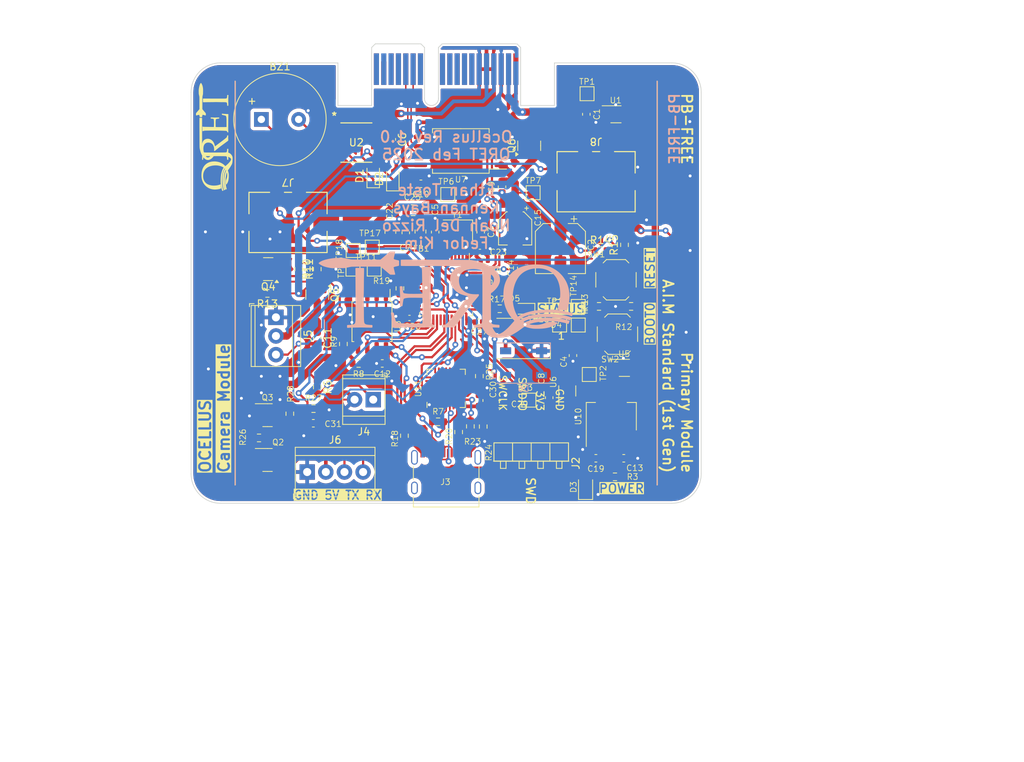
<source format=kicad_pcb>
(kicad_pcb (version 20240108) (generator "pcbnew") (generator_version "8.0")
  (layers (0 "F.Cu" signal) (31 "B.Cu" signal) (34 "B.Paste" user) (35 "F.Paste" user) (36 "B.SilkS" user "B.Silkscreen") (37 "F.SilkS" user "F.Silkscreen") (38 "B.Mask" user) (39 "F.Mask" user) (44 "Edge.Cuts" user))
  (net 0 "")
  (net 1 "Net-(BZ1--)")
  (net 2 "Net-(BZ1-+)")
  (net 3 "V_PSU")
  (net 4 "GND")
  (net 5 "+3.3V")
  (net 6 "OSC_IN")
  (net 7 "V_REGUSB")
  (net 8 "OSC_OUT")
  (net 9 "+3.3VA")
  (net 10 "V_SWD")
  (net 11 "VTX_V+")
  (net 12 "+5V")
  (net 13 "5V_USB")
  (net 14 "STM_RESET")
  (net 15 "Net-(U11-VBUS)")
  (net 16 "CAM_5V")
  (net 17 "+BATT")
  (net 18 "Net-(D3-A)")
  (net 19 "Net-(D4-DOUT)")
  (net 20 "RGB_DATA")
  (net 21 "Net-(D5-A)")
  (net 36 "SWDIO")
  (net 37 "SWCLK")
  (net 38 "Net-(J3-CC1)")
  (net 39 "USB_D+")
  (net 40 "USB_D-")
  (net 42 "Net-(J3-CC2)")
  (net 45 "Net-(D1-K)")
  (net 46 "CAM_TX")
  (net 47 "CAM_RX")
  (net 48 "Net-(J7-Pad2)")
  (net 49 "Net-(Q2-G)")
  (net 50 "Net-(Q3-G)")
  (net 51 "Net-(Q6-D)")
  (net 52 "BOOT0")
  (net 53 "RESET_FL")
  (net 54 "Net-(U8-IO2)")
  (net 55 "DB_LED")
  (net 56 "BOOT1")
  (net 57 "Net-(U11-~{RST})")
  (net 58 "CAM_PWR")
  (net 59 "VTX_BATT")
  (net 60 "Net-(U3-PA4)")
  (net 61 "Net-(U3-PA5)")
  (net 62 "Net-(U3-PB6)")
  (net 63 "Net-(U3-PB5)")
  (net 64 "Net-(U3-PB4)")
  (net 65 "Net-(U3-PB7)")
  (net 66 "Net-(U3-PA0)")
  (net 67 "Net-(U3-PA1)")
  (net 69 "VTX_BATT_SENSE")
  (net 73 "USB_TX")
  (net 74 "USB_RX")
  (net 75 "CS_FL")
  (net 76 "SCK_FL")
  (net 77 "MISO_FL")
  (net 78 "MOSI_FL")
  (net 79 "CAN_RX")
  (net 80 "CAN_TX")
  (net 102 "CAN_L")
  (net 103 "CAN_H")
  (net 104 "BUZZER_B")
  (net 115 "V_THERM")
  (net 116 "VTX_DATA")
  (net 117 "Net-(Q4-D)")
  (net 118 "Net-(Q4-G)")
  (net 120 "VTX_PWR")
  (net 123 "BUZZER_A")
  (footprint "Resistor_SMD:R_0603_1608Metric" (layer "F.Cu") (at 145.999218 72.892734 90)
    (property "Reference" "R15")
    (property "Value" "20k")
  )
  (footprint "footprints:CONN_2-1445057-2_TYCO" (layer "F.Cu") (at 101.654668 64.364064 180)
    (property "Reference" "J7")
    (property "Value" "VTX_BATT_IN")
  )
  (footprint "Resistor_SMD:R_0603_1608Metric" (layer "F.Cu") (at 144.7 104.5)
    (property "Reference" "R3")
    (property "Value" "3.3k")
  )
  (footprint "Capacitor_SMD:C_0402_1005Metric" (layer "F.Cu") (at 116.7 82.85 180)
    (property "Reference" "C26")
    (property "Value" "100n")
  )
  (footprint "Package_QFP:LQFP-48_7x7mm_P0.5mm" (layer "F.Cu") (at 121.7 78.95 -90)
    (property "Reference" "U3")
    (property "Value" "STM32F103CBT6")
  )
  (footprint "Button_Switch_SMD:SW_Push_1P1T_XKB_TS-1187A" (layer "F.Cu") (at 144.840715 77.653387)
    (property "Reference" "SW1")
    (property "Value" "SW_STM_RESET")
  )
  (footprint "LED_SMD:LED_WS2812B_PLCC4_5.0x5.0mm_P3.2mm" (layer "F.Cu") (at 132.25 85.65)
    (property "Reference" "D4")
    (property "Value" "WS2812B")
  )
  (footprint "Resistor_SMD:R_0603_1608Metric" (layer "F.Cu") (at 129 81.6 180)
    (property "Reference" "R17")
    (property "Value" "680R")
  )
  (footprint "TestPoint:TestPoint_Pad_1.5x1.5mm" (layer "F.Cu") (at 111.9 76.2)
    (property "Reference" "TP11")
    (property "Value" "PA5")
  )
  (footprint "Capacitor_SMD:C_0603_1608Metric" (layer "F.Cu") (at 129 94.6 180)
    (property "Reference" "C29")
    (property "Value" "1uF")
  )
  (footprint "Resistor_SMD:R_0603_1608Metric" (layer "F.Cu") (at 120.6 97 180)
    (property "Reference" "R7")
    (property "Value" "1.5k")
  )
  (footprint "Capacitor_SMD:C_0603_1608Metric" (layer "F.Cu") (at 126.4 71.151042 -90)
    (property "Reference" "C3")
    (property "Value" "10p")
  )
  (footprint "Package_DFN_QFN:QFN-28-1EP_5x5mm_P0.5mm_EP3.35x3.35mm" (layer "F.Cu") (at 121.7 92.45 90)
    (property "Reference" "U11")
    (property "Value" "CP2102N-Axx-xQFN28")
  )
  (footprint "Capacitor_SMD:C_0603_1608Metric" (layer "F.Cu") (at 103.6 97.2 180)
    (property "Reference" "C31")
    (property "Value" "10uF")
  )
  (footprint "Resistor_SMD:R_0603_1608Metric_Pad0.98x0.95mm_HandSolder" (layer "F.Cu") (at 104.14 92.265 -90)
    (property "Reference" "R6")
    (property "Value" "10k")
  )
  (footprint "Resistor_SMD:R_0603_1608Metric" (layer "F.Cu") (at 126.75 97.65 90)
    (property "Reference" "R24")
    (property "Value" "47k")
  )
  (footprint "Capacitor_SMD:C_0603_1608Metric" (layer "F.Cu") (at 112.995 89.05 180)
    (property "Reference" "C12")
    (property "Value" "100nF")
  )
  (footprint "TestPoint:TestPoint_Pad_1.5x1.5mm" (layer "F.Cu") (at 141.2 90.55)
    (property "Reference" "TP2")
    (property "Value" "TP_VUSB")
  )
  (footprint "TestPoint:TestPoint_Pad_1.5x1.5mm" (layer "F.Cu") (at 133.554385 65.787148)
    (property "Reference" "TP7")
    (property "Value" "TP_3V3")
  )
  (footprint "Capacitor_SMD:C_0603_1608Metric" (layer "F.Cu") (at 135.74013 93.712931 90)
    (property "Reference" "C8")
    (property "Value" "1uF")
  )
  (footprint "ISO1042:SOIC-8 ISO1042BDWV" (layer "F.Cu") (at 123.7 60.1 180)
    (property "Reference" "U7")
    (property "Value" "ISO1042BDWVR")
  )
  (footprint "TestPoint:TestPoint_Pad_1.5x1.5mm" (layer "F.Cu") (at 121.92 66.04)
    (property "Reference" "TP6")
    (property "Value" "TP_GND")
  )
  (footprint "TestPoint:TestPoint_Pad_1.5x1.5mm" (layer "F.Cu") (at 139.7 83.82)
    (property "Reference" "TP13")
    (property "Value" "PB6")
  )
  (footprint "Connector_PCBEdge:BUS_PCIexpress_x1" (layer "F.Cu") (at 131.2 48.95 180)
    (property "Reference" "J1" (hide yes))
    (property "Value" "Stack Male Edge Connector")
    (fp_line (start 19.65 2.95) (end 19.15 3.45) (stroke (width 0.1)) (layer "Edge.Cuts"))
    (fp_line (start 19.65 -4.95) (end 19.65 2.95) (stroke (width 0.1)) (layer "Edge.Cuts"))
    (fp_line (start 12.95 3.45) (end 19.15 3.45) (stroke (width 0.1)) (layer "Edge.Cuts"))
    (fp_line (start 12.45 2.95) (end 12.95 3.45) (stroke (width 0.1)) (layer "Edge.Cuts"))
    (fp_line (start 12.45 -4) (end 12.45 2.95) (stroke (width 0.1)) (layer "Edge.Cuts"))
    (fp_line (start 10.55 2.95) (end 10.05 3.45) (stroke (width 0.1)) (layer "Edge.Cuts"))
    (fp_line (start 10.55 -4) (end 10.55 2.95) (stroke (width 0.1)) (layer "Edge.Cuts"))
    (fp_line (start -0.15 3.45) (end 10.05 3.45) (stroke (width 0.1)) (layer "Edge.Cuts"))
    (fp_line (start -0.65 2.95) (end -0.15 3.45) (stroke (width 0.1)) (layer "Edge.Cuts"))
    (fp_line (start -0.65 -4.95) (end -0.65 2.95) (stroke (width 0.1)) (layer "Edge.Cuts"))
    (fp_arc (start 10.55 -4) (mid 11.5 -4.95) (end 12.45 -4) (stroke (width 0.1)) (layer "Edge.Cuts"))
  )
  (footprint "TestPoint:TestPoint_Pad_1.5x1.5mm" (layer "F.Cu") (at 132.974497 94.052321)
    (property "Reference" "TP3")
    (property "Value" "TP_VSWD")
  )
  (footprint "Resistor_SMD:R_0603_1608Metric" (layer "F.Cu") (at 100.4 95.9 -90)
    (property "Reference" "R28")
    (property "Value" "510")
  )
  (footprint "footprints:SOP-8_TPK" (layer "F.Cu") (at 109.464626 58.955321)
    (property "Reference" "U2")
    (property "Value" "TPM8837C-SO1R")
  )
  (footprint "TestPoint:TestPoint_Pad_1.5x1.5mm" (layer "F.Cu") (at 111.631744 73.205795)
    (property "Reference" "TP17")
    (property "Value" "PA0")
  )
  (footprint "Package_TO_SOT_SMD:SOT-23" (layer "F.Cu") (at 97.3625 96.1)
    (property "Reference" "Q3")
    (property "Value" "AO3400A")
  )
  (footprint "Resistor_SMD:R_0603_1608Metric" (layer "F.Cu") (at 101.6 76.2 -90)
    (property "Reference" "R11")
    (property "Value" "510")
  )
  (footprint "TestPoint:TestPoint_Pad_1.5x1.5mm" (layer "F.Cu") (at 109 76.2)
    (property "Reference" "TP10")
    (property "Value" "PA4")
  )
  (footprint "Package_SO:SOIC-8_5.23x5.23mm_P1.27mm" (layer "F.Cu") (at 111.595 83.35 -90)
    (property "Reference" "U8")
    (property "Value" "W25Q128JVS")
  )
  (footprint "Resistor_SMD:R_0603_1608Metric" (layer "F.Cu") (at 142.732857 73.684743)
    (property "Reference" "R14")
    (property "Value" "100k")
  )
  (footprint "Capacitor_SMD:CP_Elec_4x5.4" (layer "F.Cu") (at 131.1 70.65 -90)
    (property "Reference" "C15")
    (property "Value" "10uF")
  )
  (footprint "Capacitor_SMD:C_0603_1608Metric" (layer "F.Cu") (at 145.9 101.975002)
    (property "Reference" "C13")
    (property "Value" "10uF")
  )
  (footprint "TestPoint:TestPoint_Pad_1.5x1.5mm" (layer "F.Cu") (at 109.029178 73.66)
    (property "Reference" "TP18")
    (property "Value" "PA1")
  )
  (footprint "Resistor_SMD:R_0603_1608Metric" (layer "F.Cu") (at 104.14 76.2 90)
    (property "Reference" "R10")
    (property "Value" "100k")
  )
  (footprint "Capacitor_SMD:C_0402_1005Metric" (layer "F.Cu") (at 126.3 73.85)
    (property "Reference" "C23")
    (property "Value" "100n")
  )
  (footprint "LMR66100:SC-70-6_Handsoldering" (layer "F.Cu") (at 138.2 92.83 90)
    (property "Reference" "U6")
    (property "Value" "LM66100DCKR")
  )
  (footprint "LMR66100:SC-70-6_Handsoldering" (layer "F.Cu") (at 144.8 55.1)
    (property "Reference" "U1")
    (property "Value" "LM66100DCKR")
  )
  (footprint "Resistor_SMD:R_0603_1608Metric" (layer "F.Cu") (at 146.9 81.28 180)
    (property "Reference" "R12")
    (property "Value" "10k")
  )
  (footprint "Capacitor_SMD:C_0603_1608Metric" (layer "F.Cu") (at 129.313251 64.989787 90)
    (property "Reference" "C9")
    (property "Value" "0.1u")
  )
  (footprint "Capacitor_SMD:C_0805_2012Metric" (layer "F.Cu") (at 114.1 71.075 90)
    (property "Reference" "C22")
    (property "Value" "1uF")
  )
  (footprint "LMR66100:SC-70-6_Handsoldering" (layer "F.Cu") (at 145.95 89.65)
    (property "Reference" "U5")
    (property "Value" "LM66100DCKR")
  )
  (footprint "SWD_Header:SWD_PinHeader_1x04_P2.54mm_Horizontal_SMD" (layer "F.Cu") (at 137.1 97.52 -90)
    (property "Reference" "J2")
    (property "Value" "SWD_01x04_Pin")
  )
  (footprint "Resistor_SMD:R_0603_1608Metric" (layer "F.Cu") (at 125 97.625 -90)
    (property "Reference" "R23")
    (property "Value" "22k")
  )
  (footprint "Capacitor_SMD:C_0603_1608Metric" (layer "F.Cu") (at 120.2 71.151042 90)
    (property "Reference" "C5")
    (property "Value" "10p")
  )
  (footprint "TestPoint:TestPoint_Pad_1.5x1.5mm" (layer "F.Cu") (at 137.16 83.82)
    (property "Reference" "TP15")
    (property "Value" "PB4")
  )
  (footprint "Resistor_SMD:R_0603_1608Metric" (layer "F.Cu") (at 96.2 99.2)
    (property "Reference" "R26")
    (property "Value" "100k")
  )
  (footprint "Capacitor_SMD:C_0603_1608Metric" (layer "F.Cu") (at 140.8 55.1 -90)
    (property "Reference" "C1")
    (property "Value" "1uF")
  )
  (footprint "footprints:USB_C_DB-108PWB" (layer "F.Cu") (at 121.7 103.77)
    (property "Reference" "J3")
    (property "Value" "USB_C_Female_USB2_Small")
  )
  (footprint "Package_TO_SOT_SMD:SOT-23" (layer "F.Cu") (at 104.14 79.6775 -90)
    (property "Reference" "Q5")
    (property "Value" "AO3401A")
  )
  (footprint "Resistor_SMD:R_0603_1608Metric" (layer "F.Cu") (at 103.624999 95.2)
    (property "Reference" "R27")
    (property "Value" "100k")
  )
  (footprint "footprints:Buzzer_12.6x9.5RM5.0" (layer "F.Cu") (at 95.25 55.798257)
    (property "Reference" "BZ1")
    (property "Value" "PS1240P02BT")
  )
  (footprint "Crystal:Crystal_SMD_3225-4Pin_3.2x2.5mm" (layer "F.Cu") (at 123.3 71.151042 180)
    (property "Reference" "Y1")
    (property "Value" "X322516MMB4SI")
  )
  (footprint "Resistor_SMD:R_0603_1608Metric" (layer "F.Cu") (at 115.4 78.825 -90)
    (property "Reference" "R19")
    (property "Value" "100k")
  )
  (footprint "Package_TO_SOT_SMD:SOT-223-3_TabPin2" (layer "F.Cu") (at 144.2 96.275001 90)
    (property "Reference" "U10")
    (property "Value" "AMS1117-3.3")
  )
  (footprint "Resistor_SMD:R_0805_2012Metric" (layer "F.Cu") (at 118.2 71.075 90)
    (property "Reference" "FB1")
    (property "Value" "100R")
  )
  (footprint "Button_Switch_SMD:SW_Push_1P1T_XKB_TS-1187A" (layer "F.Cu") (at 145.041175 85.058695)
    (property "Reference" "SW2")
    (property "Value" "SW_STM_BOOT_MODE")
  )
  (footprint "TestPoint:TestPoint_Pad_1.5x1.5mm" (layer "F.Cu") (at 137.16 81.28)
    (property "Reference" "TP14")
    (property "Value" "PB5")
  )
  (footprint "TestPoint:TestPoint_Pad_1.5x1.5mm" (layer "F.Cu") (at 139.7 81.28)
    (property "Reference" "TP16")
    (property "Value" "PB7")
  )
  (footprint "LED_SMD:LED_0603_1608Metric" (layer "F.Cu") (at 132.3 81.6 180)
    (property "Reference" "D5")
    (property "Value" "DB_LED (YLW)")
  )
  (footprint "Capacitor_SMD:C_0805_2012Metric" (layer "F.Cu") (at 117.2 68.175 180)
    (property "Reference" "C25")
    (property "Value" "1uF")
  )
  (footprint "Capacitor_SMD:C_0402_1005Metric" (layer "F.Cu") (at 126.9 75.05)
    (property "Reference" "C24")
    (property "Value" "100n")
  )
  (footprint "LED_SMD:LED_0805_2012Metric" (layer "F.Cu") (at 140.7 105.9 90)
    (property "Reference" "D3")
    (property "Value" "PWR_LED (GRN)")
  )
  (footprint "Capacitor_SMD:CP_Elec_6.3x5.9" (layer "F.Cu") (at 137.266368 73.4 -90)
    (property "Reference" "C2")
    (property "Value" "100uF")
  )
  (footprint "Resistor_SMD:R_0603_1608Metric" (layer "F.Cu") (at 107.7 86.4 -90)
    (property "Reference" "R9")
    (property "Value" "10k")
  )
  (footprint "Diode_SMD:D_SOD-323" (layer "F.Cu") (at 111.76 63.5 90)
    (property "Reference" "D1")
    (property "Value" "1N5819WS")
  )
  (footprint "Resistor_SMD:R_0603_1608Metric" (layer "F.Cu") (at 126.225 90.775 90)
    (property "Reference" "R25")
    (property "Value" "1k")
  )
  (footprint "Capacitor_SMD:C_0603_1608Metric" (layer "F.Cu") (at 104.14 85.585 -90)
    (property "Reference" "C11")
    (property "Value" "10uF")
  )
  (footprint "Capacitor_SMD:C_0603_1608Metric" (layer "F.Cu") (at 142.1 101.975002 180)
    (property "Reference" "C19")
    (property "Value" "10uF")
  )
  (footprint "Resistor_SMD:R_0603_1608Metric" (layer "F.Cu") (at 97.345 79.505578 180)
    (property "Reference" "R13")
    (property "Value" "100k")
  )
  (footprint "Capacitor_SMD:C_0603_1608Metric" (layer "F.Cu") (at 126.2 94.1 -90)
    (property "Reference" "C30")
    (property "Value" "10uF")
  )
  (footprint "Resistor_SMD:R_0603_1608Metric" (layer "F.Cu") (at 123.4 98.4 90)
    (property "Reference" "R20")
    (property "Value" "5.1k")
  )
  (footprint "TerminalBlock_TE-Connectivity:TerminalBlock_TE_282834-4_1x04_P2.54mm_Horizontal" (layer "F.Cu") (at 102.763606 103.844831)
    (property "Reference" "J6")
    (property "Value" "RunCam6")
  )
  (footprint "Package_TO_SOT_SMD:SOT-23" (layer "F.Cu") (at 97.4575 76.2 180)
    (property "Reference" "Q4")
    (property "Value" "AO3400A")
  )
  (footprint "Resistor_SMD:R_0603_1608Metric" (layer "F.Cu") (at 142.524999 81.28 180)
    (property "Reference" "R5")
    (property "Value" "100k")
  )
  (footprint "Capacitor_SMD:C_0402_1005Metric" (layer "F.Cu") (at 126.1 83.35)
    (property "Reference" "C27")
    (property "Value" "100n")
  )
  (footprint "Capacitor_SMD:C_0603_1608Metric" (layer "F.Cu") (at 114.3 58.521279 -90)
    (property "Reference" "C6")
    (property "Value" "100nF")
  )
  (footprint "Capacitor_SMD:C_0603_1608Metric" (layer "F.Cu") (at 118.256488 64.575797 180)
    (property "Reference" "C10")
    (property "Value" "0.1u")
  )
  (footprint "Package_TO_SOT_SMD:SOT-23" (layer "F.Cu") (at 133.01616 59.392698 90)
    (property "Reference" "Q6")
    (property "Value" "AO3401A")
  )
  (footprint "TerminalBlock_TE-Connectivity:TerminalBlock_TE_282834-3_1x03_P2.54mm_Horizontal" (layer "F.Cu") (at 98.507377 82.769809 -90)
    (property "Reference" "J5")
    (property "Value" "VTX")
  )
  (footprint "Diode_SMD:D_SOD-323" (layer "F.Cu") (at 114.433427 63.924462 90)
    (property "Reference" "D2")
    (property "Value" "1N5819WS")
  )
  (footprint "TestPoint:TestPoint_Pad_1.5x1.5mm" (layer "F.Cu") (at 140.9 52.3)
    (property "Reference" "TP1")
    (property "Value" "TP_VSTACK")
  )
  (footprint "Capacitor_SMD:C_0603_1608Metric" (layer "F.Cu") (at 116.2 71.25 90)
    (property "Reference" "C7")
    (property "Value" "10n")
  )
  (footprint "footprints:CONN_2-1445057-2_TYCO" (layer "F.Cu") (at 143.631673 58.814246 180)
    (property "Reference" "J8")
    (property "Value" "VTX_BATT_SWITCH")
  )
  (footprint "Resistor_SMD:R_0603_1608Metric" (layer "F.Cu") (at 116.015 98.9 -90)
    (property "Reference" "R18")
    (property "Value" "5.1k")
  )
  (footprint "Capacitor_SMD:C_0603_1608Metric" (layer "F.Cu") (at 138.979523 87.971554 -90)
    (property "Reference" "C4")
    (property "Value" "1uF")
  )
  (footprint "Resistor_SMD:R_0603_1608Metric" (layer "F.Cu") (at 109.770001 89.05 180)
    (property "Reference" "R8")
    (property "Value" "10k")
  )
  (footprint "Capacitor_SMD:C_0603_1608Metric" (layer "F.Cu") (at 131.939299 76.0628 90)
    (property "Reference" "C14")
    (property "Value" "100nF")
  )
  (footprint "TerminalBlock_TE-Connectivity:TerminalBlock_TE_282834-2_1x02_P2.54mm_Horizontal" (layer "F.Cu") (at 111.76 93.98 180)
    (property "Reference" "J4")
    (property "Value" "Therm_In")
  )
  (footprint "Package_TO_SOT_SMD:SOT-23" (layer "F.Cu") (at 97.3625 102.2)
    (property "Reference" "Q2")
    (property "Value" "AO3401A")
  )
  (footprint "LED_SMD:LED_WS2812B_PLCC4_5.0x5.0mm_P3.2mm" (layer "B.Cu") (at 132.25 89)
    (property "Reference" "D6")
    (property "Value" "WS2812B")
  )
  (gr_line (start 150.45 50.6) (end 150.45 105.6) (stroke (width 0.15)) (layer "B.SilkS"))
  (gr_poly (pts (xy 116.813184 74.905267) (xy 116.382754 74.906415) (xy 116.06024 74.907928) (xy 115.934613 74.908899) (xy 115.830149 74.910054) (xy 115.744921 74.911424) (xy 115.676988 74.913038) (xy 115.62441 74.91493) (xy 115.585257 74.917131) (xy 115.557587 74.91967) (xy 115.547452 74.921077) (xy 115.539464 74.922578) (xy 115.533378 74.924182) (xy 115.528953 74.925891) (xy 115.525945 74.927705) (xy 115.524115 74.929632) (xy 115.521832 74.933763) (xy 115.519743 74.940383) (xy 115.516133 74.961404) (xy 115.513253 74.993307) (xy 115.511063 75.036702) (xy 115.509537 75.092201) (xy 115.508638 75.160414) (xy 115.508591 75.337442) (xy 115.508866 75.404811) (xy 115.509181 75.463902) (xy 115.509582 75.515296) (xy 115.510115 75.559585) (xy 115.510443 75.579245) (xy 115.51082 75.597347) (xy 115.511251 75.613965) (xy 115.511742 75.629171) (xy 115.512297 75.64304) (xy 115.512928 75.655642) (xy 115.51363 75.667053) (xy 115.514414 75.677346) (xy 115.515284 75.686589) (xy 115.516248 75.694863) (xy 115.517309 75.702236) (xy 115.518474 75.708785) (xy 115.519095 75.71177) (xy 115.519746 75.714576) (xy 115.520424 75.717214) (xy 115.521132 75.719689) (xy 115.521871 75.722014) (xy 115.522638 75.724196) (xy 115.523438 75.726242) (xy 115.524269 75.728168) (xy 115.525132 75.729975) (xy 115.526031 75.731677) (xy 115.526961 75.733284) (xy 115.527928 75.7348) (xy 115.528929 75.73624) (xy 115.529965 75.737609) (xy 115.53215 75.740174) (xy 115.534486 75.742574) (xy 115.536979 75.744877) (xy 115.539636 75.747157) (xy 115.54246 75.749487) (xy 115.567078 75.757468) (xy 115.647058 75.763576) (xy 116.143241 75.771185) (xy 119.671371 75.774889) (xy 122.566088 75.778416) (xy 123.448629 75.782031) (xy 123.774882 75.786176) (xy 123.775014 75.786906) (xy 123.77462 75.78776) (xy 123.772307 75.789838) (xy 123.768047 75.792378) (xy 123.761941 75.79535) (xy 123.744596 75.802448) (xy 123.721083 75.810871) (xy 123.692215 75.820353) (xy 123.658796 75.830629) (xy 123.621643 75.841432) (xy 123.581559 75.8525) (xy 123.522077 75.868763) (xy 123.466174 75.884836) (xy 123.41354 75.900865) (xy 123.363854 75.91699) (xy 123.316794 75.933359) (xy 123.272047 75.950106) (xy 123.229294 75.967379) (xy 123.188214 75.98532) (xy 123.148489 76.00407) (xy 123.109802 76.023776) (xy 123.071835 76.044574) (xy 123.03427 76.066614) (xy 122.996786 76.090033) (xy 122.959068 76.114973) (xy 122.920796 76.141583) (xy 122.881649 76.169999) (xy 122.83344 76.207574) (xy 122.786741 76.247223) (xy 122.741616 76.288876) (xy 122.698117 76.332454) (xy 122.656306 76.377884) (xy 122.61624 76.42509) (xy 122.577976 76.474) (xy 122.541572 76.524542) (xy 122.507086 76.576635) (xy 122.474577 76.63021) (xy 122.444102 76.685188) (xy 122.415718 76.7415) (xy 122.389484 76.799066) (xy 122.365459 76.857817) (xy 122.343699 76.917673) (xy 122.324262 76.978566) (xy 122.298364 77.071547) (xy 122.276756 77.164683) (xy 122.259434 77.257861) (xy 122.246387 77.350969) (xy 122.237602 77.443891) (xy 122.233079 77.536522) (xy 122.232804 77.628748) (xy 122.236772 77.720458) (xy 122.244972 77.811538) (xy 122.2574 77.901879) (xy 122.274041 77.991369) (xy 122.294892 78.079893) (xy 122.319944 78.167344) (xy 122.349186 78.253609) (xy 122.382613 78.338576) (xy 122.420216 78.422131) (xy 122.475341 78.529548) (xy 122.535847 78.633695) (xy 122.601591 78.734441) (xy 122.67243 78.831665) (xy 122.748222 78.925231) (xy 122.828823 79.015013) (xy 122.914094 79.100889) (xy 123.003887 79.182721) (xy 123.098064 79.260389) (xy 123.196479 79.333761) (xy 123.298993 79.402709) (xy 123.405459 79.467105) (xy 123.515738 79.526822) (xy 123.629685 79.58173) (xy 123.747159 79.631702) (xy 123.868018 79.676609) (xy 123.937028 79.698932) (xy 124.028529 79.72633) (xy 124.246195 79.78756) (xy 124.455391 79.842702) (xy 124.53631 79.862494) (xy 124.590505 79.874167) (xy 124.595989 79.875007) (xy 124.601317 79.875938) (xy 124.606458 79.876948) (xy 124.611385 79.878025) (xy 124.616073 79.87916) (xy 124.620494 79.880343) (xy 124.624622 79.881563) (xy 124.628427 79.88281) (xy 124.631889 79.884073) (xy 124.634974 79.885342) (xy 124.637658 79.886608) (xy 124.638843 79.887237) (xy 124.639915 79.887858) (xy 124.640876 79.888474) (xy 124.641719 79.889085) (xy 124.642441 79.889684) (xy 124.643038 79.890275) (xy 124.643511 79.890855) (xy 124.64385 79.891421) (xy 124.644056 79.891973) (xy 124.644128 79.89251) (xy 124.637629 79.907814) (xy 124.615157 79.942979) (xy 124.504428 80.097299) (xy 124.276223 80.404281) (xy 123.894828 80.912743) (xy 123.156508 81.894017) (xy 122.653402 82.55898) (xy 122.333918 82.975503) (xy 122.226911 83.111804) (xy 122.146462 83.211442) (xy 122.074285 83.298956) (xy 122.009068 83.376686) (xy 121.949954 83.445232) (xy 121.8961 83.505197) (xy 121.846649 83.557184) (xy 121.800758 83.601796) (xy 121.778879 83.621522) (xy 121.757573 83.639629) (xy 121.736732 83.656195) (xy 121.716248 83.671289) (xy 121.696017 83.684993) (xy 121.675932 83.697378) (xy 121.655885 83.708518) (xy 121.635772 83.718493) (xy 121.615487 83.727376) (xy 121.594924 83.735239) (xy 121.573976 83.742163) (xy 121.552536 83.748218) (xy 121.530499 83.753481) (xy 121.50776 83.758029) (xy 121.459742 83.765274) (xy 121.407636 83.770556) (xy 121.350594 83.774477) (xy 121.281207 83.778983) (xy 121.253161 83.7815) (xy 121.229149 83.784597) (xy 121.218565 83.78646) (xy 121.208877 83.788579) (xy 121.200048 83.790998) (xy 121.192043 83.793751) (xy 121.184822 83.796877) (xy 121.17835 83.800413) (xy 121.172589 83.804401) (xy 121.167502 83.808872) (xy 121.163053 83.813873) (xy 121.1592 83.819433) (xy 121.155912 83.825594) (xy 121.153149 83.832398) (xy 121.150874 83.839876) (xy 121.149048 83.848068) (xy 121.147636 83.857014) (xy 121.1466 83.866751) (xy 121.145511 83.88875) (xy 121.145477 83.914368) (xy 121.147393 83.977676) (xy 121.148518 84.009066) (xy 121.149919 84.036696) (xy 121.151797 84.06078) (xy 121.154361 84.081525) (xy 121.155964 84.090715) (xy 121.157819 84.099149) (xy 121.159946 84.106851) (xy 121.162377 84.113855) (xy 121.165131 84.120181) (xy 121.168241 84.125859) (xy 121.171727 84.130913) (xy 121.175615 84.13537) (xy 121.179937 84.139257) (xy 121.184713 84.142597) (xy 121.18997 84.145422) (xy 121.195735 84.147755) (xy 121.202034 84.149622) (xy 121.208892 84.151052) (xy 121.216332 84.152069) (xy 121.224388 84.152699) (xy 121.233078 84.152971) (xy 121.242431 84.152906) (xy 121.263227 84.15189) (xy 121.286982 84.149852) (xy 121.313904 84.147011) (xy 121.415595 84.140775) (xy 121.568104 84.136824) (xy 121.753716 84.135054) (xy 121.954727 84.135369) (xy 122.153421 84.137667) (xy 122.332088 84.141852) (xy 122.473019 84.14782) (xy 122.558506 84.155477) (xy 122.596551 84.161486) (xy 122.612674 84.163825) (xy 122.627141 84.165709) (xy 122.640162 84.167128) (xy 122.651944 84.168079) (xy 122.662696 84.16855) (xy 122.67263 84.168529) (xy 122.681948 84.168016) (xy 122.690865 84.166997) (xy 122.699587 84.165466) (xy 122.708324 84.163415) (xy 122.717285 84.160832) (xy 122.726677 84.157715) (xy 122.736712 84.154051) (xy 122.747594 84.149831) (xy 122.762378 84.143847) (xy 122.777094 84.137006) (xy 122.791739 84.129313) (xy 122.80631 84.120773) (xy 122.820807 84.11139) (xy 122.83523 84.101167) (xy 122.849574 84.090109) (xy 122.863835 84.078221) (xy 122.878014 84.065503) (xy 122.89211 84.051967) (xy 122.906118 84.037609) (xy 122.920036 84.022436) (xy 122.933865 84.006455) (xy 122.9476 83.989665) (xy 122.961239 83.972076) (xy 122.974782 83.95369) (xy 123.513829 83.225556) (xy 123.942453 82.645942) (xy 124.288527 82.174276) (xy 124.65568 81.679704) (xy 124.833931 81.446086) (xy 125.013839 81.214899) (xy 125.199301 80.981132) (xy 125.394223 80.739771) (xy 125.828049 80.214244) (xy 125.949176 80.068937) (xy 125.997761 80.010197) (xy 126.039033 79.959561) (xy 126.073501 79.916142) (xy 126.088341 79.896863) (xy 126.10167 79.87906) (xy 126.113551 79.862616) (xy 126.124047 79.847427) (xy 126.133222 79.833381) (xy 126.141139 79.820367) (xy 126.147864 79.808274) (xy 126.153453 79.796995) (xy 126.157976 79.786414) (xy 126.161494 79.776428) (xy 126.164069 79.766918) (xy 126.165767 79.757782) (xy 126.166652 79.748905) (xy 126.166783 79.740176) (xy 126.166224 79.731489) (xy 126.165044 79.722727) (xy 126.1633 79.713787) (xy 126.161058 79.704554) (xy 126.155331 79.684773) (xy 126.148371 79.662498) (xy 126.145785 79.653962) (xy 126.143294 79.646307) (xy 126.140852 79.639493) (xy 126.138427 79.633484) (xy 126.137209 79.630766) (xy 126.135978 79.628233) (xy 126.134732 79.625883) (xy 126.133464 79.623705) (xy 126.13217 79.621697) (xy 126.130847 79.619853) (xy 126.129488 79.618169) (xy 126.128087 79.616639) (xy 126.126639 79.615256) (xy 126.125146 79.61402) (xy 126.123594 79.612919) (xy 126.121982 79.611952) (xy 126.120305 79.611115) (xy 126.118558 79.6104) (xy 126.116737 79.609803) (xy 126.114837 79.609319) (xy 126.112848 79.608942) (xy 126.110773 79.608665) (xy 126.108602 79.608488) (xy 126.106333 79.608404) (xy 126.10396 79.608404) (xy 126.101474 79.608489) (xy 126.09616 79.608877) (xy 125.978828 79.617771) (xy 125.846217 79.622349) (xy 125.703552 79.622791) (xy 125.55606 79.619286) (xy 125.408959 79.612006) (xy 125.267487 79.601138) (xy 125.136858 79.586864) (xy 125.022306 79.569367) (xy 124.943504 79.553935) (xy 124.86542 79.535737) (xy 124.78822 79.514852) (xy 124.712059 79.491359) (xy 124.637097 79.465334) (xy 124.563492 79.436859) (xy 124.491406 79.40601) (xy 124.420997 79.372868) (xy 124.35242 79.337511) (xy 124.285841 79.300014) (xy 124.221414 79.260459) (xy 124.159299 79.218926) (xy 124.09966 79.175491) (xy 124.042649 79.130229) (xy 123.988431 79.083226) (xy 123.937161 79.034556) (xy 123.892077 78.988489) (xy 123.849393 78.941251) (xy 123.809074 78.892765) (xy 123.77107 78.842953) (xy 123.735339 78.791734) (xy 123.701838 78.739031) (xy 123.670527 78.684766) (xy 123.641358 78.62886) (xy 123.614288 78.571235) (xy 123.589274 78.511809) (xy 123.566275 78.450508) (xy 123.545246 78.387252) (xy 123.526143 78.321961) (xy 123.508926 78.254557) (xy 123.493546 78.184963) (xy 123.479961 78.113098) (xy 123.467019 78.028845) (xy 123.457276 77.945967) (xy 123.450714 77.864505) (xy 123.447311 77.784498) (xy 123.447041 77.705984) (xy 123.449883 77.629) (xy 123.455814 77.553585) (xy 123.464815 77.479776) (xy 123.476856 77.407613) (xy 123.491924 77.337132) (xy 123.509992 77.268377) (xy 123.531035 77.201379) (xy 123.555032 77.136181) (xy 123.581963 77.072817) (xy 123.611805 77.01133) (xy 123.644533 76.951756) (xy 123.680124 76.894132) (xy 123.71856 76.838498) (xy 123.759815 76.784892) (xy 123.803869 76.733352) (xy 123.850697 76.683917) (xy 123.900278 76.636624) (xy 123.952587 76.59151) (xy 124.007607 76.548619) (xy 124.06531 76.507983) (xy 124.125677 76.46964) (xy 124.188681 76.433634) (xy 124.254306 76.4) (xy 124.322523 76.368774) (xy 124.393315 76.339999) (xy 124.466657 76.313708) (xy 124.542527 76.289945) (xy 124.603161 76.273099) (xy 124.665845 76.257497) (xy 124.73035 76.243165) (xy 124.796439 76.230124) (xy 124.932458 76.208014) (xy 125.072048 76.191343) (xy 125.213358 76.180294) (xy 125.354535 76.175048) (xy 125.493726 76.175789) (xy 125.562 76.178463) (xy 125.629083 76.1827) (xy 125.698409 76.188355) (xy 125.770797 76.195672) (xy 125.920897 76.214515) (xy 126.071623 76.23769) (xy 126.215225 76.263661) (xy 126.34394 76.290889) (xy 126.400295 76.304492) (xy 126.45002 76.317836) (xy 126.492145 76.330722) (xy 126.525704 76.342964) (xy 126.549724 76.354362) (xy 126.557855 76.35969) (xy 126.563239 76.364734) (xy 126.568479 76.37339) (xy 126.573613 76.386639) (xy 126.583523 76.426733) (xy 126.592906 76.484689) (xy 126.601692 76.560171) (xy 126.609815 76.652854) (xy 126.617214 76.762403) (xy 126.623817 76.888486) (xy 126.629562 77.030778) (xy 126.638756 78.154684) (xy 126.639617 80.1705) (xy 126.633333 82.136575) (xy 126.621092 83.111256) (xy 126.614355 83.180713) (xy 126.606873 83.245973) (xy 126.598696 83.306667) (xy 126.589874 83.362433) (xy 126.580456 83.412906) (xy 126.570492 83.457727) (xy 126.565322 83.477902) (xy 126.560033 83.496526) (xy 126.554633 83.513557) (xy 126.549129 83.528944) (xy 126.544061 83.541354) (xy 126.537897 83.553684) (xy 126.530694 83.565887) (xy 126.522515 83.577915) (xy 126.513416 83.589717) (xy 126.503461 83.60125) (xy 126.49271 83.612464) (xy 126.481218 83.623311) (xy 126.469048 83.633748) (xy 126.456262 83.643721) (xy 126.442914 83.653186) (xy 126.429071 83.662095) (xy 126.414791 83.6704) (xy 126.400131 83.678056) (xy 126.385151 83.685012) (xy 126.369916 83.691221) (xy 126.346597 83.699148) (xy 126.318769 83.707014) (xy 126.251516 83.722309) (xy 126.172024 83.736614) (xy 126.084167 83.74943) (xy 125.99181 83.760262) (xy 125.898825 83.768612) (xy 125.809082 83.773987) (xy 125.726451 83.775888) (xy 125.680075 83.776063) (xy 125.639148 83.776759) (xy 125.603333 83.778224) (xy 125.572288 83.780717) (xy 125.558446 83.782428) (xy 125.545674 83.784494) (xy 125.533922 83.786939) (xy 125.523151 83.789803) (xy 125.513318 83.793115) (xy 125.504384 83.796906) (xy 125.496301 83.801207) (xy 125.48903 83.80605) (xy 125.482529 83.811471) (xy 125.476753 83.817495) (xy 125.471662 83.824159) (xy 125.467215 83.831491) (xy 125.463362 83.839528) (xy 125.46007 83.848296) (xy 125.457291 83.857831) (xy 125.454988 83.868164) (xy 125.453111 83.879321) (xy 125.451626 83.891344) (xy 125.449641 83.918095) (xy 125.4487 83.94867) (xy 125.448462 83.983323) (xy 125.44948 84.051409) (xy 125.451678 84.07897) (xy 125.455827 84.102561) (xy 125.458821 84.11295) (xy 125.462534 84.122447) (xy 125.467042 84.131085) (xy 125.472422 84.138897) (xy 125.478751 84.145913) (xy 125.486105 84.152169) (xy 125.494563 84.157699) (xy 125.5042 84.162532) (xy 125.515093 84.166705) (xy 125.527322 84.170249) (xy 125.556086 84.175586) (xy 125.591109 84.178806) (xy 125.633006 84.180172) (xy 125.682398 84.179951) (xy 125.739894 84.178408) (xy 125.881674 84.17241) (xy 126.395317 84.148422) (xy 126.587227 84.139955) (xy 126.636616 84.183699) (xy 126.643235 84.18986) (xy 126.64988 84.19673) (xy 126.656571 84.20436) (xy 126.663341 84.212802) (xy 126.670207 84.222106) (xy 126.677196 84.232316) (xy 126.684338 84.243488) (xy 126.69165 84.255665) (xy 126.706896 84.283251) (xy 126.723134 84.315463) (xy 126.740564 84.352703) (xy 126.759381 84.395368) (xy 126.77906 84.439229) (xy 126.799003 84.48148) (xy 126.819312 84.522265) (xy 126.840081 84.561724) (xy 126.861413 84.599998) (xy 126.883407 84.637238) (xy 126.906159 84.673577) (xy 126.929775 84.709163) (xy 126.954348 84.744136) (xy 126.979979 84.778641) (xy 127.006768 84.812816) (xy 127.034813 84.846812) (xy 127.064216 84.880764) (xy 127.095071 84.914818) (xy 127.127484 84.949117) (xy 127.161551 84.983799) (xy 127.228732 85.048057) (xy 127.297443 85.108532) (xy 127.367654 85.165204) (xy 127.439341 85.218067) (xy 127.512474 85.267097) (xy 127.587024 85.312288) (xy 127.662969 85.35362) (xy 127.740281 85.391082) (xy 127.818933 85.424656) (xy 127.898896 85.454329) (xy 127.980146 85.480091) (xy 128.062655 85.501919) (xy 128.146395 85.519805) (xy 128.231341 85.533733) (xy 128.317464 85.543689) (xy 128.404738 85.549655) (xy 128.507229 85.551595) (xy 128.646547 85.550339) (xy 128.985588 85.540306) (xy 129.321718 85.523659) (xy 129.457398 85.514138) (xy 129.554795 85.504501) (xy 129.632985 85.493509) (xy 129.718879 85.480069) (xy 129.808545 85.46491) (xy 129.898046 85.448761) (xy 129.983446 85.432346) (xy 130.06081 85.416395) (xy 130.1262 85.40163) (xy 130.175684 85.388789) (xy 130.227948 85.372413) (xy 130.284516 85.351703) (xy 130.345845 85.32643) (xy 130.412398 85.29636) (xy 130.484639 85.261263) (xy 130.563032 85.220912) (xy 130.648042 85.175066) (xy 130.740127 85.123498) (xy 130.916619 85.023107) (xy 131.073083 84.931545) (xy 131.216751 84.84415) (xy 131.354842 84.756257) (xy 131.494589 84.663207) (xy 131.643216 84.560332) (xy 131.807949 84.442975) (xy 131.996017 84.306466) (xy 132.101345 84.229556) (xy 132.145846 84.197356) (xy 132.185392 84.169017) (xy 132.220348 84.144295) (xy 132.251084 84.122962) (xy 132.277961 84.104776) (xy 132.301345 84.089508) (xy 132.321605 84.076921) (xy 132.339108 84.066769) (xy 132.346936 84.062539) (xy 132.354213 84.05883) (xy 132.360984 84.055614) (xy 132.367295 84.052864) (xy 132.373186 84.050546) (xy 132.37871 84.048632) (xy 132.383912 84.047094) (xy 132.388831 84.045901) (xy 132.393522 84.045026) (xy 132.398024 84.044438) (xy 132.402386 84.044104) (xy 132.406649 84.044) (xy 132.41295 84.044295) (xy 132.420669 84.045155) (xy 132.439943 84.048476) (xy 132.463652 84.053748) (xy 132.490963 84.060756) (xy 132.521054 84.069287) (xy 132.553096 84.079124) (xy 132.586263 84.090049) (xy 132.619728 84.101854) (xy 132.722824 84.13624) (xy 132.8349 84.169235) (xy 132.953822 84.200378) (xy 133.077456 84.229208) (xy 133.203671 84.255259) (xy 133.330334 84.278068) (xy 133.455307 84.297173) (xy 133.57646 84.31211) (xy 133.676162 84.318868) (xy 133.813154 84.32331) (xy 133.97604 84.325506) (xy 134.153428 84.325515) (xy 134.333927 84.323411) (xy 134.506142 84.319255) (xy 134.658676 84.313113) (xy 134.780138 84.305053) (xy 134.900917 84.293516) (xy 135.017374 84.280553) (xy 135.129791 84.266094) (xy 135.238441 84.250067) (xy 135.343602 84.232402) (xy 135.445551 84.213031) (xy 135.544563 84.19188) (xy 135.640917 84.168882) (xy 135.734891 84.143968) (xy 135.826759 84.117064) (xy 135.916799 84.0881) (xy 136.005292 84.057009) (xy 136.09251 84.023716) (xy 136.178732 83.988154) (xy 136.264235 83.950256) (xy 136.349295 83.909944) (xy 136.412956 83.877233) (xy 136.482359 83.839544) (xy 136.554503 83.798644) (xy 136.626401 83.756308) (xy 136.695057 83.714304) (xy 136.757479 83.674398) (xy 136.810675 83.638364) (xy 136.832878 83.62235) (xy 136.851651 83.607966) (xy 136.862623 83.599186) (xy 136.872292 83.591311) (xy 136.880707 83.58425) (xy 136.884459 83.580996) (xy 136.887919 83.577913) (xy 136.891093 83.574991) (xy 136.893985 83.572214) (xy 136.896602 83.569575) (xy 136.898953 83.567064) (xy 136.90104 83.564663) (xy 136.902874 83.562369) (xy 136.904458 83.560167) (xy 136.905803 83.558049) (xy 136.906909 83.555998) (xy 136.907785 83.554006) (xy 136.908441 83.552064) (xy 136.90888 83.550158) (xy 136.909109 83.548276) (xy 136.909136 83.546411) (xy 136.908965 83.54455) (xy 136.908603 83.542681) (xy 136.908057 83.540793) (xy 136.907333 83.538873) (xy 136.906439 83.536915) (xy 136.90538 83.534907) (xy 136.904164 83.532831) (xy 136.902794 83.530685) (xy 136.899627 83.526121) (xy 136.892717 83.517352) (xy 136.884626 83.509017) (xy 136.875268 83.501087) (xy 136.86455 83.493534) (xy 136.852385 83.486329) (xy 136.838682 83.479441) (xy 136.823358 83.472841) (xy 136.806317 83.466502) (xy 136.787476 83.460397) (xy 136.766744 83.454491) (xy 136.744031 83.448763) (xy 136.719247 83.443175) (xy 136.663121 83.432322) (xy 136.597648 83.4217) (xy 136.528683 83.411874) (xy 136.456618 83.403556) (xy 136.382093 83.396731) (xy 136.305749 83.391385) (xy 136.150149 83.385063) (xy 135.994929 83.384482) (xy 135.845198 83.389523) (xy 135.77399 83.394117) (xy 135.70607 83.400071) (xy 135.642078 83.407373) (xy 135.58265 83.416008) (xy 135.528428 83.425962) (xy 135.480051 83.437223) (xy 135.455549 83.444047) (xy 135.427177 83.452654) (xy 135.395962 83.462721) (xy 135.362927 83.473912) (xy 135.3291 83.485894) (xy 135.295503 83.49834) (xy 135.263164 83.510921) (xy 135.233104 83.523299) (xy 135.137764 83.56217) (xy 135.044127 83.597862) (xy 134.951846 83.630438) (xy 134.860572 83.659959) (xy 134.769961 83.686483) (xy 134.679663 83.71008) (xy 134.589333 83.730804) (xy 134.498621 83.748724) (xy 134.407185 83.763901) (xy 134.314671 83.776389) (xy 134.220736 83.786261) (xy 134.12503 83.793571) (xy 134.02721 83.798386) (xy 133.926924 83.800765) (xy 133.823826 83.80077) (xy 133.717572 83.798466) (xy 133.657317 83.796568) (xy 133.597209 83.794144) (xy 133.483857 83.788236) (xy 133.390348 83.781796) (xy 133.355046 83.778711) (xy 133.329517 83.775889) (xy 133.305819 83.772055) (xy 133.28102 83.767503) (xy 133.255512 83.762352) (xy 133.229681 83.756706) (xy 133.178605 83.744385) (xy 133.130902 83.73144) (xy 133.109287 83.725008) (xy 133.089683 83.718755) (xy 133.072475 83.71279) (xy 133.058053 83.707228) (xy 133.046807 83.702178) (xy 133.039126 83.697754) (xy 133.03674 83.695809) (xy 133.035394 83.694064) (xy 133.035133 83.69253) (xy 133.036007 83.69122) (xy 133.044754 83.686712) (xy 133.063335 83.679751) (xy 133.125259 83.659781) (xy 133.315054 83.604792) (xy 133.529718 83.547157) (xy 133.622729 83.523879) (xy 133.693582 83.507777) (xy 134.086855 83.435898) (xy 134.487356 83.379078) (xy 134.892914 83.337443) (xy 135.301367 83.311103) (xy 135.710548 83.300175) (xy 136.118291 83.304776) (xy 136.522428 83.325018) (xy 136.920795 83.361022) (xy 137.101386 83.383983) (xy 137.289206 83.412946) (xy 137.478775 83.446773) (xy 137.664627 83.484318) (xy 137.841283 83.524445) (xy 138.003271 83.566009) (xy 138.145118 83.607871) (xy 138.206778 83.628557) (xy 138.26135 83.648889) (xy 138.276043 83.654559) (xy 138.290256 83.659845) (xy 138.303642 83.66464) (xy 138.315855 83.66882) (xy 138.326544 83.672274) (xy 138.335367 83.674883) (xy 138.338968 83.675836) (xy 138.341974 83.676534) (xy 138.344337 83.676965) (xy 138.346015 83.677111) (xy 138.348034 83.676116) (xy 138.350868 83.673204) (xy 138.358761 83.662127) (xy 138.369234 83.644844) (xy 138.381823 83.622319) (xy 138.411501 83.565415) (xy 138.444089 83.499134) (xy 138.475883 83.4312) (xy 138.503178 83.369333) (xy 138.522272 83.321261) (xy 138.527586 83.304809) (xy 138.52946 83.2947) (xy 138.528855 83.286991) (xy 138.52686 83.279662) (xy 138.523211 83.272591) (xy 138.517643 83.265661) (xy 138.509893 83.258761) (xy 138.499696 83.251762) (xy 138.486785 83.244557) (xy 138.4709 83.237021) (xy 138.451772 83.229038) (xy 138.42914 83.220491) (xy 138.372298 83.201234) (xy 138.298261 83.178308) (xy 138.204905 83.150766) (xy 138.041565 83.104312) (xy 137.881099 83.063036) (xy 137.720965 83.026422) (xy 137.558616 82.993958) (xy 137.391503 82.965131) (xy 137.217083 82.93943) (xy 137.032808 82.916343) (xy 136.836129 82.895356) (xy 136.550108 82.870706) (xy 136.264529 82.853326) (xy 135.980055 82.843146) (xy 135.69736 82.840103) (xy 135.417114 82.844116) (xy 135.139982 82.855122) (xy 134.86664 82.873049) (xy 134.597753 82.897825) (xy 134.333992 82.929382) (xy 134.076028 82.967649) (xy 133.824528 83.012553) (xy 133.580166 83.064028) (xy 133.343606 83.122001) (xy 133.115524 83.186403) (xy 132.896585 83.257162) (xy 132.687462 83.334209) (xy 132.654342 83.347774) (xy 132.621205 83.36175) (xy 132.58896 83.375759) (xy 132.558522 83.389421) (xy 132.530792 83.402355) (xy 132.506684 83.41418) (xy 132.487108 83.424519) (xy 132.479304 83.429011) (xy 132.472972 83.43299) (xy 132.460866 83.439883) (xy 132.448875 83.445749) (xy 132.43699 83.45058) (xy 132.425192 83.454374) (xy 132.419324 83.455883) (xy 132.41347 83.45713) (xy 132.407632 83.458114) (xy 132.401809 83.458836) (xy 132.395992 83.459296) (xy 132.390189 83.459491) (xy 132.384393 83.459426) (xy 132.378603 83.459094) (xy 132.372818 83.458499) (xy 132.367036 83.457639) (xy 132.361251 83.456513) (xy 132.355467 83.455121) (xy 132.349679 83.453461) (xy 132.343886 83.451534) (xy 132.338088 83.449342) (xy 132.33228 83.446879) (xy 132.320629 83.441149) (xy 132.308929 83.434339) (xy 132.297153 83.426446) (xy 132.285295 83.417467) (xy 132.245783 83.385011) (xy 132.350205 83.320099) (xy 132.420305 83.278859) (xy 132.495066 83.239403) (xy 132.575979 83.201137) (xy 132.66453 83.163467) (xy 132.762211 83.125795) (xy 132.870508 83.087532) (xy 132.990911 83.048074) (xy 133.124905 83.006831) (xy 133.261406 82.96871) (xy 133.405892 82.933224) (xy 133.71625 82.870396) (xy 134.050814 82.818813) (xy 134.404432 82.778939) (xy 134.771935 82.751235) (xy 135.148176 82.736165) (xy 135.527982 82.73419) (xy 135.906206 82.745778) (xy 136.269997 82.768399) (xy 136.623137 82.798957) (xy 136.963181 82.837059) (xy 137.287683 82.882302) (xy 137.594191 82.934293) (xy 137.880261 82.992633) (xy 138.143444 83.056927) (xy 138.265689 83.091181) (xy 138.381294 83.126779) (xy 138.448207 83.148501) (xy 138.47526 83.156884) (xy 138.498549 83.16351) (xy 138.508899 83.166139) (xy 138.518447 83.168301) (xy 138.527241 83.169984) (xy 138.535332 83.171178) (xy 138.542761 83.171874) (xy 138.549579 83.172061) (xy 138.555832 83.171732) (xy 138.561562 83.170875) (xy 138.566825 83.16948) (xy 138.571667 83.167537) (xy 138.576126 83.165038) (xy 138.580256 83.161972) (xy 138.584103 83.158331) (xy 138.587716 83.1541) (xy 138.591135 83.149275) (xy 138.594417 83.143843) (xy 138.597601 83.137795) (xy 138.600738 83.131123) (xy 138.607056 83.115856) (xy 138.621184 83.07739) (xy 138.627479 83.060773) (xy 138.63556 83.041032) (xy 138.645094 83.018873) (xy 138.655755 82.995015) (xy 138.66721 82.970163) (xy 138.679127 82.945031) (xy 138.691176 82.920328) (xy 138.703028 82.896766) (xy 138.708712 82.885233) (xy 138.714109 82.873956) (xy 138.719199 82.862995) (xy 138.723951 82.852404) (xy 138.728351 82.842244) (xy 138.732373 82.832572) (xy 138.735991 82.823444) (xy 138.739187 82.81492) (xy 138.741936 82.80706) (xy 138.744218 82.799917) (xy 138.746007 82.793553) (xy 138.747281 82.788024) (xy 138.748016 82.783386) (xy 138.748174 82.781419) (xy 138.748192 82.779699) (xy 138.748064 82.778231) (xy 138.747784 82.777023) (xy 138.747356 82.77608) (xy 138.746773 82.775411) (xy 138.740716 82.771684) (xy 138.729228 82.766426) (xy 138.691871 82.751951) (xy 138.638574 82.733241) (xy 138.573205 82.711559) (xy 138.421731 82.664286) (xy 138.343366 82.641211) (xy 138.268404 82.620189) (xy 137.968604 82.546305) (xy 137.639778 82.479695) (xy 137.288496 82.421155) (xy 136.921323 82.37148) (xy 136.544825 82.331463) (xy 136.165563 82.301894) (xy 135.790105 82.283572) (xy 135.425016 82.277288) (xy 135.03094 82.282999) (xy 134.655498 82.30022) (xy 134.47443 82.313186) (xy 134.297619 82.329082) (xy 134.124929 82.347919) (xy 133.956224 82.369717) (xy 133.791377 82.39449) (xy 133.630245 82.422258) (xy 133.472698 82.453034) (xy 133.318603 82.486839) (xy 133.16782 82.523684) (xy 133.020222 82.563591) (xy 132.875669 82.60657) (xy 132.734027 82.652643) (xy 132.60214 82.698963) (xy 132.486157 82.742471) (xy 132.433275 82.763573) (xy 132.383339 82.784456) (xy 132.336006 82.805282) (xy 132.29094 82.82621) (xy 132.247787 82.847403) (xy 132.206212 82.869024) (xy 132.165867 82.891231) (xy 132.12641 82.914182) (xy 132.087502 82.938047) (xy 132.048795 82.962982) (xy 132.009948 82.98915) (xy 131.970615 83.01671) (xy 131.94798 83.032871) (xy 131.927571 83.046972) (xy 131.918139 83.053258) (xy 131.909196 83.059039) (xy 131.900717 83.064319) (xy 131.892674 83.069097) (xy 131.885048 83.073382) (xy 131.877815 83.077174) (xy 131.87095 83.080473) (xy 131.864429 83.083286) (xy 131.858229 83.085617) (xy 131.852326 83.087466) (xy 131.846699 83.088838) (xy 131.841323 83.089737) (xy 131.836174 83.090162) (xy 131.83123 83.090119) (xy 131.826467 83.089614) (xy 131.821857 83.088645) (xy 131.817383 83.087216) (xy 131.813018 83.085333) (xy 131.808739 83.082997) (xy 131.804525 83.080211) (xy 131.800348 83.076978) (xy 131.796188 83.073301) (xy 131.792019 83.069186) (xy 131.787819 83.064633) (xy 131.783567 83.059645) (xy 131.779232 83.054228) (xy 131.774798 83.048381) (xy 131.77024 83.042112) (xy 131.742016 83.002599) (xy 131.87325 82.917933) (xy 131.965357 82.861093) (xy 132.063213 82.805974) (xy 132.16661 82.752644) (xy 132.275351 82.701174) (xy 132.389224 82.651629) (xy 132.508026 82.604078) (xy 132.631554 82.558591) (xy 132.759604 82.515238) (xy 132.891968 82.474079) (xy 133.028447 82.435193) (xy 133.168828 82.398639) (xy 133.312914 82.364491) (xy 133.611373 82.303678) (xy 133.922182 82.2533) (xy 134.056055 82.235652) (xy 134.211572 82.217954) (xy 134.565121 82.184333) (xy 134.937986 82.156264) (xy 135.117646 82.145512) (xy 135.285316 82.137588) (xy 135.563681 82.130533) (xy 135.854082 82.131415) (xy 136.152289 82.13997) (xy 136.454071 82.155934) (xy 136.755189 82.179039) (xy 137.05141 82.209025) (xy 137.338507 82.245626) (xy 137.612238 82.288579) (xy 137.758888 82.315481) (xy 137.910711 82.346654) (xy 138.062566 82.380802) (xy 138.209316 82.416634) (xy 138.345809 82.452868) (xy 138.466907 82.488206) (xy 138.56747 82.521362) (xy 138.608442 82.536718) (xy 138.642348 82.551045) (xy 138.665372 82.561087) (xy 138.68636 82.570067) (xy 138.705429 82.578014) (xy 138.722695 82.584956) (xy 138.738275 82.59092) (xy 138.752285 82.595941) (xy 138.764838 82.600043) (xy 138.770606 82.601759) (xy 138.776052 82.603256) (xy 138.781192 82.604538) (xy 138.786044 82.605607) (xy 138.790616 82.606471) (xy 138.794928 82.60713) (xy 138.798989 82.60759) (xy 138.802815 82.607851) (xy 138.806426 82.607917) (xy 138.809831 82.607797) (xy 138.813046 82.607491) (xy 138.816086 82.607001) (xy 138.818964 82.606331) (xy 138.821693 82.605486) (xy 138.824293 82.604472) (xy 138.826772 82.603289) (xy 138.82915 82.60194) (xy 138.831438 82.600434) (xy 138.836755 82.59431) (xy 138.843541 82.583254) (xy 138.851546 82.567929) (xy 138.860519 82.548994) (xy 138.880378 82.502926) (xy 138.901112 82.450326) (xy 138.920723 82.396468) (xy 138.937206 82.346632) (xy 138.943651 82.324868) (xy 138.948565 82.306087) (xy 138.951695 82.290949) (xy 138.952795 82.280109) (xy 138.951999 82.271735) (xy 138.949553 82.263503) (xy 138.945353 82.255361) (xy 138.939299 82.247258) (xy 138.931296 82.239138) (xy 138.921243 82.230946) (xy 138.909038 82.222633) (xy 138.894587 82.214141) (xy 138.877784 82.205417) (xy 138.858538 82.196409) (xy 138.836741 82.18706) (xy 138.812299 82.177321) (xy 138.755085 82.156445) (xy 138.686094 82.133353) (xy 138.465136 82.067224) (xy 138.212512 82.002254) (xy 137.937167 81.940125) (xy 137.648047 81.882531) (xy 137.354096 81.831151) (xy 137.064265 81.787676) (xy 136.787496 81.753793) (xy 136.532739 81.731187) (xy 136.181534 81.713185) (xy 135.808022 81.706493) (xy 135.421117 81.710651) (xy 135.029728 81.725191) (xy 134.642773 81.749654) (xy 134.269163 81.783577) (xy 133.917811 81.826494) (xy 133.597628 81.877946) (xy 133.382568 81.920523) (xy 133.166997 81.969336) (xy 132.953972 82.023474) (xy 132.746552 82.082028) (xy 132.547798 82.144085) (xy 132.360767 82.208738) (xy 132.18852 82.275081) (xy 132.108896 82.308599) (xy 132.034117 82.342201) (xy 131.978232 82.36938) (xy 131.91512 82.402215) (xy 131.847611 82.439088) (xy 131.778529 82.478374) (xy 131.710703 82.51845) (xy 131.646964 82.557701) (xy 131.590138 82.594506) (xy 131.543048 82.627243) (xy 131.47673 82.675222) (xy 131.401939 82.55951) (xy 131.318568 82.421318) (xy 131.240523 82.274908) (xy 131.167942 82.120889) (xy 131.100952 81.959876) (xy 131.039696 81.792478) (xy 130.984301 81.619314) (xy 130.934908 81.440988) (xy 130.891647 81.258113) (xy 130.854652 81.071302) (xy 130.82406 80.881171) (xy 130.8 80.688324) (xy 130.782616 80.493381) (xy 130.772035 80.296945) (xy 130.768391 80.099635) (xy 130.771823 79.90206) (xy 130.782462 79.704834) (xy 130.797081 79.533679) (xy 130.815544 79.366276) (xy 130.837863 79.202613) (xy 130.864041 79.04267) (xy 130.894089 78.88643) (xy 130.928014 78.733878) (xy 130.965826 78.584997) (xy 131.007534 78.439773) (xy 131.053143 78.298185) (xy 131.102662 78.160218) (xy 131.156099 78.025854) (xy 131.213468 77.895083) (xy 131.27477 77.767883) (xy 131.340015 77.644237) (xy 131.409214 77.52413) (xy 131.482371 77.407544) (xy 131.559039 77.295737) (xy 131.639828 77.188908) (xy 131.724766 77.087033) (xy 131.813873 76.990098) (xy 131.907172 76.89808) (xy 132.004684 76.810967) (xy 132.106433 76.728734) (xy 132.212445 76.651365) (xy 132.322741 76.578842) (xy 132.437339 76.511143) (xy 132.556266 76.448254) (xy 132.679545 76.390155) (xy 132.807199 76.336825) (xy 132.939247 76.288249) (xy 133.075716 76.244405) (xy 133.216627 76.205277) (xy 133.301551 76.184526) (xy 133.385101 76.166516) (xy 133.469213 76.150954) (xy 133.555823 76.137544) (xy 133.646866 76.125984) (xy 133.744274 76.11598) (xy 133.84998 76.107233) (xy 133.965929 76.099444) (xy 134.149514 76.092427) (xy 134.329239 76.093566) (xy 134.50499 76.10282) (xy 134.676643 76.120146) (xy 134.844079 76.145504) (xy 135.007178 76.178843) (xy 135.165821 76.220126) (xy 135.319889 76.269306) (xy 135.46926 76.326342) (xy 135.613813 76.391189) (xy 135.753432 76.463805) (xy 135.887994 76.544143) (xy 136.017379 76.632162) (xy 136.141468 76.727821) (xy 136.260146 76.831074) (xy 136.373283 76.941879) (xy 136.446463 77.02135) (xy 136.516272 77.103707) (xy 136.582743 77.189037) (xy 136.645913 77.277413) (xy 136.70582 77.368915) (xy 136.762494 77.463621) (xy 136.815972 77.561606) (xy 136.866291 77.662955) (xy 136.913482 77.767744) (xy 136.957586 77.876049) (xy 136.998632 77.987952) (xy 137.036659 78.103529) (xy 137.071702 78.222863) (xy 137.103794 78.346026) (xy 137.132973 78.473102) (xy 137.159271 78.604166) (xy 137.179547 78.721094) (xy 137.19698 78.841886) (xy 137.211578 78.966039) (xy 137.223345 79.09305) (xy 137.232283 79.22242) (xy 137.238398 79.353639) (xy 137.242173 79.619638) (xy 137.234704 79.887024) (xy 137.216026 80.151782) (xy 137.20249 80.281917) (xy 137.186165 80.409889) (xy 137.167054 80.535195) (xy 137.14516 80.657333) (xy 137.120711 80.774926) (xy 137.091384 80.90011) (xy 137.058121 81.029625) (xy 137.021866 81.160218) (xy 136.983558 81.288625) (xy 136.944145 81.411594) (xy 136.904564 81.525862) (xy 136.86576 81.628176) (xy 136.836127 81.702968) (xy 136.871406 81.715666) (xy 136.897428 81.723126) (xy 136.935918 81.730637) (xy 136.986251 81.738114) (xy 137.047796 81.745477) (xy 137.11992 81.752641) (xy 137.202002 81.759521) (xy 137.293409 81.76604) (xy 137.393516 81.772111) (xy 137.479068 81.77808) (xy 137.574691 81.787061) (xy 137.675372 81.798353) (xy 137.776105 81.81127) (xy 137.871875 81.825112) (xy 137.957676 81.839182) (xy 138.028491 81.852792) (xy 138.056717 81.859206) (xy 138.079315 81.865243) (xy 138.087707 81.866821) (xy 138.095972 81.866754) (xy 138.104149 81.864983) (xy 138.112278 81.861451) (xy 138.120401 81.856101) (xy 138.128554 81.848874) (xy 138.136776 81.839711) (xy 138.145108 81.828554) (xy 138.153592 81.815349) (xy 138.162261 81.800036) (xy 138.171157 81.782554) (xy 138.18032 81.762851) (xy 138.18979 81.740864) (xy 138.199605 81.716538) (xy 138.209806 81.689813) (xy 138.220427 81.660631) (xy 138.276285 81.492973) (xy 138.324653 81.327676) (xy 138.366105 81.161688) (xy 138.401227 80.991943) (xy 138.430592 80.815384) (xy 138.454785 80.628957) (xy 138.474375 80.429596) (xy 138.489948 80.214244) (xy 138.496428 80.102319) (xy 138.501019 80.00357) (xy 138.503691 79.914778) (xy 138.504414 79.832715) (xy 138.503151 79.754159) (xy 138.499873 79.675883) (xy 138.494542 79.594666) (xy 138.487129 79.507278) (xy 138.468866 79.335889) (xy 138.446276 79.169685) (xy 138.419229 79.008338) (xy 138.387599 78.851507) (xy 138.351257 78.698862) (xy 138.310071 78.550065) (xy 138.263917 78.404782) (xy 138.212667 78.262678) (xy 138.15619 78.123418) (xy 138.094359 77.986666) (xy 138.027047 77.852091) (xy 137.954124 77.719356) (xy 137.875465 77.588125) (xy 137.790938 77.458063) (xy 137.700414 77.328837) (xy 137.603772 77.20011) (xy 137.572763 77.161346) (xy 137.538713 77.120448) (xy 137.46297 77.033776) (xy 137.379488 76.943135) (xy 137.29121 76.851566) (xy 137.20108 76.762116) (xy 137.112045 76.677823) (xy 137.027042 76.601733) (xy 136.986972 76.567714) (xy 136.949017 76.536889) (xy 136.860229 76.468293) (xy 136.769134 76.401736) (xy 136.675914 76.337305) (xy 136.580738 76.275083) (xy 136.483786 76.215161) (xy 136.385231 76.157625) (xy 136.285249 76.102561) (xy 136.184018 76.050054) (xy 136.081711 76.000195) (xy 135.978505 75.953068) (xy 135.874577 75.908762) (xy 135.770099 75.86736) (xy 135.665249 75.828951) (xy 135.560204 75.793625) (xy 135.45514 75.761462) (xy 135.350228 75.732556) (xy 135.157532 75.686829) (xy 134.960407 75.648059) (xy 134.759578 75.616227) (xy 134.555771 75.591312) (xy 134.349717 75.573293) (xy 134.14214 75.562147) (xy 133.933769 75.557856) (xy 133.725333 75.560401) (xy 133.517559 75.569756) (xy 133.311172 75.585902) (xy 133.106903 75.608824) (xy 132.905479 75.638496) (xy 132.707625 75.674898) (xy 132.514069 75.718009) (xy 132.325543 75.767808) (xy 132.142773 75.824278) (xy 131.954899 75.890886) (xy 131.773858 75.963716) (xy 131.599642 76.042766) (xy 131.432232 76.128042) (xy 131.271619 76.219539) (xy 131.117793 76.317271) (xy 130.970736 76.421229) (xy 130.830439 76.531421) (xy 130.696887 76.647847) (xy 130.570071 76.770508) (xy 130.449978 76.899408) (xy 130.336595 77.034548) (xy 130.229906 77.175932) (xy 130.129903 77.323558) (xy 130.036576 77.477432) (xy 129.949904 77.637556) (xy 129.901149 77.736401) (xy 129.855397 77.835648) (xy 129.812609 77.935439) (xy 129.772746 78.035906) (xy 129.735767 78.137194) (xy 129.701635 78.23944) (xy 129.670311 78.342781) (xy 129.641753 78.447356) (xy 129.615927 78.553304) (xy 129.592788 78.660762) (xy 129.572297 78.76987) (xy 129.554419 78.880766) (xy 129.539112 78.993587) (xy 129.526336 79.108475) (xy 129.516056 79.225568) (xy 129.508228 79.345) (xy 129.501824 79.47776) (xy 129.49749 79.594017) (xy 129.495304 79.697771) (xy 129.49535 79.793029) (xy 129.497712 79.883783) (xy 129.502473 79.974046) (xy 129.509713 80.067812) (xy 129.519517 80.169088) (xy 129.533601 80.295705) (xy 129.549447 80.418563) (xy 129.56713 80.537941) (xy 129.58672 80.654114) (xy 129.608297 80.767361) (xy 129.631932 80.877956) (xy 129.657699 80.986181) (xy 129.685673 81.092309) (xy 129.715932 81.196616) (xy 129.748547 81.299384) (xy 129.783592 81.400885) (xy 129.821141 81.501398) (xy 129.861272 81.601202) (xy 129.904056 81.700569) (xy 129.949567 81.799779) (xy 129.997883 81.899111) (xy 130.039473 81.980435) (xy 130.0813 82.058976) (xy 130.123573 82.135025) (xy 130.166488 82.208872) (xy 130.210258 82.280809) (xy 130.255082 82.351125) (xy 130.301168 82.420116) (xy 130.34872 82.488072) (xy 130.397942 82.555285) (xy 130.449037 82.622045) (xy 130.502214 82.688641) (xy 130.557675 82.755368) (xy 130.615623 82.822517) (xy 130.676267 82.89038) (xy 130.739807 82.959248) (xy 130.806449 83.02941) (xy 130.836708 83.060485) (xy 130.863564 83.088241) (xy 130.887192 83.112896) (xy 130.907764 83.13467) (xy 130.925448 83.153781) (xy 130.933264 83.162407) (xy 130.940419 83.17045) (xy 130.946942 83.177937) (xy 130.952849 83.184894) (xy 130.958163 83.19135) (xy 130.962906 83.197334) (xy 130.9671 83.202868) (xy 130.970765 83.207985) (xy 130.973923 83.212709) (xy 130.976596 83.217071) (xy 130.978804 83.221096) (xy 130.98057 83.22481) (xy 130.981916 83.228244) (xy 130.982862 83.23142) (xy 130.983428 83.23437) (xy 130.983637 83.237121) (xy 130.983513 83.239698) (xy 130.983073 83.242131) (xy 130.982339 83.244445) (xy 130.981337 83.246669) (xy 130.980087 83.248829) (xy 130.978604 83.250956) (xy 130.929392 83.307222) (xy 130.887126 83.355134) (xy 130.838906 83.409) (xy 130.693208 83.571807) (xy 130.511528 83.775888) (xy 130.38494 83.916229) (xy 130.258719 84.049842) (xy 130.132163 84.177402) (xy 130.004585 84.299586) (xy 129.875288 84.417076) (xy 129.743575 84.530545) (xy 129.608752 84.640676) (xy 129.470128 84.748143) (xy 129.441019 84.769346) (xy 129.410423 84.790554) (xy 129.345442 84.832634) (xy 129.276526 84.873657) (xy 129.205013 84.912891) (xy 129.132247 84.949614) (xy 129.05956 84.983096) (xy 129.023667 84.998392) (xy 128.988295 85.012606) (xy 128.953617 85.025647) (xy 128.919794 85.037421) (xy 128.79985 85.076935) (xy 128.722238 85.047299) (xy 128.693906 85.035604) (xy 128.665516 85.021673) (xy 128.637038 85.005483) (xy 128.608447 84.987018) (xy 128.579713 84.966253) (xy 128.550813 84.943168) (xy 128.521721 84.917745) (xy 128.492404 84.88996) (xy 128.462841 84.859797) (xy 128.433003 84.827227) (xy 128.402862 84.792236) (xy 128.372393 84.754804) (xy 128.34157 84.714905) (xy 128.310364 84.672523) (xy 128.278746 84.627636) (xy 128.246693 84.580223) (xy 128.215949 84.532864) (xy 128.183832 84.480231) (xy 128.151618 84.424723) (xy 128.120576 84.368732) (xy 128.091982 84.31466) (xy 128.067107 84.264905) (xy 128.04723 84.221863) (xy 128.03956 84.203609) (xy 128.033618 84.187933) (xy 128.020916 84.148423) (xy 128.290439 84.152655) (xy 128.407429 84.155742) (xy 128.526801 84.160417) (xy 128.634529 84.16615) (xy 128.679648 84.169248) (xy 128.716593 84.172411) (xy 128.748679 84.175316) (xy 128.779851 84.177657) (xy 128.80934 84.179407) (xy 128.836363 84.180524) (xy 128.860146 84.180982) (xy 128.879908 84.180746) (xy 128.88804 84.180356) (xy 128.894877 84.179779) (xy 128.900319 84.179016) (xy 128.904272 84.178056) (xy 128.912861 84.175046) (xy 128.920653 84.171238) (xy 128.927688 84.166537) (xy 128.933995 84.160835) (xy 128.939605 84.154036) (xy 128.944554 84.146031) (xy 128.948876 84.136728) (xy 128.952603 84.126022) (xy 128.955767 84.113808) (xy 128.958402 84.099989) (xy 128.96054 84.084463) (xy 128.962217 84.06713) (xy 128.963461 84.047882) (xy 128.964309 84.026628) (xy 128.964951 83.977677) (xy 128.964634 83.913557) (xy 128.963518 83.887702) (xy 128.961113 83.865559) (xy 128.959279 83.855782) (xy 128.956941 83.846816) (xy 128.954039 83.838621) (xy 128.950514 83.831157) (xy 128.946305 83.824382) (xy 128.941348 83.818261) (xy 128.935592 83.812751) (xy 128.928967 83.807814) (xy 128.921416 83.803411) (xy 128.912879 83.799503) (xy 128.903294 83.796045) (xy 128.892603 83.793006) (xy 128.867656 83.788012) (xy 128.837553 83.7842) (xy 128.801812 83.781257) (xy 128.759947 83.778868) (xy 128.655919 83.774478) (xy 128.561097 83.768921) (xy 128.464888 83.760982) (xy 128.370265 83.751061) (xy 128.280208 83.739553) (xy 128.197691 83.726853) (xy 128.125691 83.713357) (xy 128.094566 83.706437) (xy 128.067185 83.699468) (xy 128.043922 83.692498) (xy 128.02515 83.685577) (xy 128.005225 83.675923) (xy 127.986205 83.663904) (xy 127.968095 83.649536) (xy 127.950912 83.632838) (xy 127.934662 83.613824) (xy 127.919359 83.59251) (xy 127.905007 83.568916) (xy 127.891622 83.543058) (xy 127.879213 83.514948) (xy 127.867792 83.484606) (xy 127.857365 83.452048) (xy 127.847944 83.417288) (xy 127.839541 83.38035) (xy 127.832166 83.341245) (xy 127.825829 83.299989) (xy 127.820538 83.256599) (xy 127.807067 82.590576) (xy 127.799547 81.307677) (xy 127.799702 80.055206) (xy 127.80925 79.480467) (xy 127.811524 79.477875) (xy 127.814609 79.474891) (xy 127.818452 79.471547) (xy 127.823007 79.467875) (xy 127.834056 79.459705) (xy 127.84735 79.450656) (xy 127.862497 79.441013) (xy 127.8791 79.431056) (xy 127.896761 79.421065) (xy 127.915084 79.411322) (xy 127.937344 79.398251) (xy 127.964561 79.379519) (xy 127.996145 79.355682) (xy 128.0315 79.327296) (xy 128.11114 79.259096) (xy 128.198717 79.179371) (xy 128.289468 79.092569) (xy 128.378632 79.003134) (xy 128.461447 78.915521) (xy 128.498987 78.873788) (xy 128.533151 78.834177) (xy 128.579699 78.777129) (xy 128.624103 78.71975) (xy 128.666359 78.662051) (xy 128.706473 78.604033) (xy 128.744445 78.545702) (xy 128.780279 78.487061) (xy 128.813975 78.428113) (xy 128.845534 78.368864) (xy 128.87496 78.309317) (xy 128.902258 78.249474) (xy 128.927424 78.189346) (xy 128.950463 78.12893) (xy 128.971378 78.068235) (xy 128.990171 78.007261) (xy 129.006841 77.946015) (xy 129.021394 77.884499) (xy 129.024957 77.863298) (xy 129.028206 77.836345) (xy 129.031092 77.804629) (xy 129.033564 77.76914) (xy 129.035574 77.730875) (xy 129.037071 77.690826) (xy 129.038005 77.649979) (xy 129.038014 77.648844) (xy 128.214239 77.648844) (xy 128.213649 77.677877) (xy 128.211833 77.70636) (xy 128.208722 77.734466) (xy 128.204251 77.762372) (xy 128.198347 77.790253) (xy 128.190947 77.818285) (xy 128.181979 77.846642) (xy 128.171376 77.875504) (xy 128.15907 77.905043) (xy 128.144993 77.935434) (xy 128.129075 77.966856) (xy 128.111249 77.999485) (xy 128.091449 78.033492) (xy 128.069602 78.069053) (xy 128.045644 78.106351) (xy 128.019508 78.145555) (xy 127.998819 78.175814) (xy 127.979559 78.203157) (xy 127.96163 78.22767) (xy 127.944936 78.249448) (xy 127.937025 78.25934) (xy 127.929385 78.26858) (xy 127.922007 78.277182) (xy 127.914878 78.285155) (xy 127.907989 78.292515) (xy 127.901324 78.29927) (xy 127.894873 78.305427) (xy 127.888626 78.311007) (xy 127.882565 78.316017) (xy 127.876686 78.320466) (xy 127.870972 78.324367) (xy 127.865412 78.327732) (xy 127.859995 78.330571) (xy 127.85471 78.332898) (xy 127.849543 78.33472) (xy 127.844483 78.336055) (xy 127.839517 78.336909) (xy 127.834636 78.337293) (xy 127.829825 78.337223) (xy 127.825075 78.336705) (xy 127.820372 78.335755) (xy 127.815703 78.33438) (xy 127.811061 78.332597) (xy 127.806427 78.33041) (xy 127.801942 78.327734) (xy 127.797996 78.324875) (xy 127.794568 78.321653) (xy 127.791633 78.317885) (xy 127.78917 78.313392) (xy 127.787156 78.307986) (xy 127.785566 78.301491) (xy 127.784381 78.293721) (xy 127.783573 78.284496) (xy 127.783126 78.273636) (xy 127.783011 78.260954) (xy 127.78321 78.246271) (xy 127.784453 78.210179) (xy 127.786673 78.163898) (xy 127.789539 78.079366) (xy 127.791613 77.962817) (xy 127.792626 77.829335) (xy 127.792316 77.693999) (xy 127.792823 77.553504) (xy 127.794257 77.406132) (xy 127.796483 77.269344) (xy 127.799372 77.1606) (xy 127.801553 77.117756) (xy 127.803847 77.077674) (xy 127.806242 77.041264) (xy 127.808721 77.009433) (xy 127.811263 76.983095) (xy 127.812556 76.972269) (xy 127.813857 76.963153) (xy 127.815167 76.955868) (xy 127.816485 76.950523) (xy 127.817144 76.948612) (xy 127.817804 76.947233) (xy 127.818464 76.946393) (xy 127.819129 76.946111) (xy 127.821477 76.946355) (xy 127.824274 76.947079) (xy 127.83113 76.949889) (xy 127.839519 76.954398) (xy 127.849267 76.960463) (xy 127.860199 76.967946) (xy 127.872135 76.976695) (xy 127.884903 76.986575) (xy 127.898327 76.99744) (xy 127.912229 77.009149) (xy 127.926434 77.021557) (xy 127.94077 77.034524) (xy 127.955057 77.047907) (xy 127.96912 77.061563) (xy 127.982785 77.07535) (xy 127.995878 77.089124) (xy 128.008216 77.102742) (xy 128.0222 77.119467) (xy 128.036543 77.138242) (xy 128.05111 77.158801) (xy 128.065765 77.180885) (xy 128.080365 77.204223) (xy 128.094786 77.228553) (xy 128.108881 77.253612) (xy 128.122517 77.279131) (xy 128.135558 77.304853) (xy 128.147866 77.330505) (xy 128.159308 77.355828) (xy 128.169745 77.380557) (xy 128.179041 77.404424) (xy 128.187059 77.427169) (xy 128.193662 77.448521) (xy 128.198716 77.468221) (xy 128.201813 77.48345) (xy 128.204712 77.502199) (xy 128.207349 77.523758) (xy 128.209652 77.547421) (xy 128.211559 77.57247) (xy 128.213005 77.598199) (xy 128.213917 77.623893) (xy 128.214239 77.648844) (xy 129.038014 77.648844) (xy 129.038328 77.609335) (xy 129.0375 77.554923) (xy 129.035946 77.507954) (xy 129.033465 77.466606) (xy 129.031817 77.447473) (xy 129.029859 77.429063) (xy 129.027576 77.41115) (xy 129.024932 77.393504) (xy 129.021912 77.375902) (xy 129.018483 77.358113) (xy 129.010315 77.321064) (xy 129.000228 77.280544) (xy 128.982306 77.217554) (xy 128.961828 77.155502) (xy 128.938714 77.094266) (xy 128.912892 77.033732) (xy 128.884283 76.973775) (xy 128.852813 76.914278) (xy 128.818403 76.855118) (xy 128.780977 76.79618) (xy 128.740457 76.737338) (xy 128.69677 76.678479) (xy 128.649838 76.619476) (xy 128.599581 76.560215) (xy 128.545928 76.500574) (xy 128.488802 76.440433) (xy 128.428123 76.37967) (xy 128.363817 76.318167) (xy 128.207183 76.171411) (xy 128.249516 76.155887) (xy 128.254452 76.154038) (xy 128.26021 76.152199) (xy 128.273945 76.14859) (xy 128.290196 76.145147) (xy 128.30843 76.141953) (xy 128.328119 76.139089) (xy 128.348735 76.136641) (xy 128.369746 76.134686) (xy 128.390628 76.133311) (xy 128.510225 76.1259) (xy 128.615037 76.11847) (xy 128.705101 76.111011) (xy 128.780449 76.103501) (xy 128.812612 76.09972) (xy 128.841109 76.095925) (xy 128.865942 76.092106) (xy 128.887119 76.088267) (xy 128.904638 76.0844) (xy 128.918509 76.080505) (xy 128.928735 76.076586) (xy 128.932482 76.074613) (xy 128.935317 76.072633) (xy 128.939139 76.069282) (xy 128.942677 76.065538) (xy 128.945948 76.061341) (xy 128.948966 76.056625) (xy 128.951741 76.051331) (xy 128.95429 76.045397) (xy 128.956632 76.03876) (xy 128.958777 76.031359) (xy 128.96074 76.023129) (xy 128.962532 76.014011) (xy 128.964175 76.003943) (xy 128.965679 75.992862) (xy 128.968327 75.96741) (xy 128.970593 75.937166) (xy 128.972047 75.919332) (xy 128.973218 75.903308) (xy 128.974092 75.888948) (xy 128.97465 75.876114) (xy 128.974879 75.864658) (xy 128.974761 75.854441) (xy 128.974568 75.849755) (xy 128.974279 75.845323) (xy 128.973895 75.841127) (xy 128.973417 75.837154) (xy 128.972837 75.833382) (xy 128.972158 75.829797) (xy 128.971373 75.826377) (xy 128.970483 75.823106) (xy 128.969489 75.819967) (xy 128.968382 75.816943) (xy 128.967165 75.814011) (xy 128.965832 75.81116) (xy 128.964384 75.808366) (xy 128.96282 75.805614) (xy 128.961135 75.80289) (xy 128.959329 75.80017) (xy 128.95534 75.794679) (xy 128.950838 75.789) (xy 128.922616 75.753722) (xy 128.571251 75.756544) (xy 128.412125 75.757777) (xy 128.236993 75.76113) (xy 128.067418 75.766069) (xy 127.924961 75.772066) (xy 127.628628 75.784767) (xy 127.558072 75.749487) (xy 127.518033 75.730285) (xy 127.462116 75.702744) (xy 127.332293 75.63801) (xy 127.127342 75.541422) (xy 126.907395 75.448172) (xy 126.675837 75.359353) (xy 126.436063 75.276062) (xy 126.191458 75.199381) (xy 125.945415 75.130407) (xy 125.701322 75.070231) (xy 125.462573 75.019943) (xy 125.184362 74.972272) (xy 125.01574 74.957685) (xy 124.767248 74.947625) (xy 123.850068 74.936203) (xy 122.071672 74.928221) (xy 120.047609 74.918521) (xy 119.430269 74.913734) (xy 119.201472 74.909878) (xy 118.659429 74.904938) (xy 117.367026 74.904232)) (fill solid) (layer "B.SilkS"))
  (gr_line (start 92.95 50.6) (end 92.95 105.6) (stroke (width 0.15)) (layer "B.SilkS"))
  (gr_poly (pts (xy 118.306828 75.869434) (xy 118.306356 75.869861) (xy 118.305998 75.870614) (xy 118.305615 75.873045) (xy 118.305661 75.876666) (xy 118.306121 75.881405) (xy 118.308216 75.893965) (xy 118.311766 75.910179) (xy 118.316638 75.929502) (xy 118.322703 75.951387) (xy 118.329825 75.97529) (xy 118.337871 76.000667) (xy 118.346434 76.028363) (xy 118.355025 76.057927) (xy 118.36342 76.088451) (xy 118.371385 76.119023) (xy 118.378691 76.148735) (xy 118.385099 76.17668) (xy 118.390386 76.201947) (xy 118.394315 76.223621) (xy 118.401084 76.334725) (xy 118.408251 76.567404) (xy 118.421128 77.263611) (xy 118.442293 78.745101) (xy 118.454994 79.493166) (xy 118.456407 79.535499) (xy 118.202406 79.552431) (xy 118.048569 79.559442) (xy 117.84191 79.564582) (xy 117.345157 79.56919) (xy 116.862157 79.566123) (xy 116.6727 79.561673) (xy 116.54294 79.555256) (xy 116.432353 79.545994) (xy 116.326599 79.535412) (xy 116.228117 79.523903) (xy 116.13936 79.511863) (xy 116.062774 79.499691) (xy 116.02981 79.493681) (xy 116.000806 79.487787) (xy 115.976069 79.482055) (xy 115.955906 79.476542) (xy 115.940619 79.471292) (xy 115.930516 79.466354) (xy 115.926983 79.463779) (xy 115.923285 79.460841) (xy 115.919454 79.457565) (xy 115.915523 79.453987) (xy 115.911527 79.450135) (xy 115.907497 79.44604) (xy 115.903468 79.441735) (xy 115.899472 79.437251) (xy 115.895542 79.432616) (xy 115.891711 79.427867) (xy 115.888011 79.423027) (xy 115.884479 79.418135) (xy 115.881143 79.413216) (xy 115.878038 79.408303) (xy 115.875202 79.403429) (xy 115.872661 79.398621) (xy 115.864811 79.381798) (xy 115.857158 79.362143) (xy 115.849735 79.339823) (xy 115.842565 79.315014) (xy 115.82913 79.258625) (xy 115.817098 79.194362) (xy 115.806722 79.12362) (xy 115.798248 79.047783) (xy 115.791921 78.968244) (xy 115.787994 78.886388) (xy 115.783518 78.766398) (xy 115.780999 78.717989) (xy 115.777854 78.676574) (xy 115.775939 78.658319) (xy 115.773745 78.641606) (xy 115.771229 78.626372) (xy 115.76835 78.612544) (xy 115.765063 78.600056) (xy 115.761334 78.58884) (xy 115.757113 78.578826) (xy 115.752362 78.569945) (xy 115.747044 78.562133) (xy 115.741114 78.555319) (xy 115.734529 78.549436) (xy 115.72725 78.544413) (xy 115.719237 78.540188) (xy 115.710444 78.536684) (xy 115.700834 78.53384) (xy 115.690363 78.531584) (xy 115.678992 78.529847) (xy 115.666676 78.528565) (xy 115.639056 78.527083) (xy 115.607168 78.526598) (xy 115.570682 78.526556) (xy 115.548596 78.526594) (xy 115.528795 78.526729) (xy 115.511113 78.526991) (xy 115.495387 78.527416) (xy 115.481459 78.52803) (xy 115.469157 78.528861) (xy 115.463567 78.529371) (xy 115.458325 78.529949) (xy 115.453408 78.530595) (xy 115.448798 78.531316) (xy 115.444474 78.532118) (xy 115.440411 78.533001) (xy 115.436595 78.533969) (xy 115.433003 78.535032) (xy 115.429615 78.536182) (xy 115.426409 78.537435) (xy 115.423365 78.538788) (xy 115.420464 78.540247) (xy 115.417686 78.541814) (xy 115.41501 78.543497) (xy 115.412415 78.545298) (xy 115.40988 78.547217) (xy 115.407384 78.549262) (xy 115.40491 78.551438) (xy 115.399937 78.556188) (xy 115.390588 78.566202) (xy 115.386807 78.571181) (xy 115.3836 78.576495) (xy 115.380947 78.582413) (xy 115.378828 78.589203) (xy 115.377229 78.597129) (xy 115.376126 78.60646) (xy 115.375503 78.617458) (xy 115.375339 78.630396) (xy 115.376324 78.663147) (xy 115.378929 78.706844) (xy 115.383005 78.763623) (xy 115.386907 78.841695) (xy 115.389885 78.921489) (xy 115.391537 78.993609) (xy 115.391743 79.02386) (xy 115.391471 79.048668) (xy 115.392399 79.119311) (xy 115.396762 79.233874) (xy 115.403774 79.376485) (xy 115.41264 79.531267) (xy 115.418726 79.638441) (xy 115.423245 79.72933) (xy 115.426207 79.807219) (xy 115.427632 79.875401) (xy 115.427534 79.937167) (xy 115.425933 79.995808) (xy 115.422845 80.054615) (xy 115.418283 80.116878) (xy 115.414719 80.167688) (xy 115.411468 80.232589) (xy 115.406112 80.393809) (xy 115.402605 80.578838) (xy 115.401348 80.765988) (xy 115.401247 80.941628) (xy 115.401601 81.011663) (xy 115.402649 81.070986) (xy 115.403537 81.096902) (xy 115.404716 81.120463) (xy 115.406232 81.141778) (xy 115.40812 81.160952) (xy 115.410424 81.178099) (xy 115.413184 81.193322) (xy 115.416436 81.206726) (xy 115.420221 81.218426) (xy 115.424585 81.228525) (xy 115.429562 81.237132) (xy 115.435192 81.244355) (xy 115.441518 81.250299) (xy 115.44858 81.255077) (xy 115.456416 81.258793) (xy 115.465066 81.261555) (xy 115.474572 81.263471) (xy 115.484974 81.264649) (xy 115.49631 81.265199) (xy 115.508621 81.265224) (xy 115.521948 81.264835) (xy 115.586206 81.261291) (xy 115.602115 81.260444) (xy 115.617053 81.259499) (xy 115.631035 81.258451) (xy 115.644082 81.257298) (xy 115.656211 81.256035) (xy 115.66744 81.254666) (xy 115.677789 81.253183) (xy 115.687276 81.251587) (xy 115.695919 81.249875) (xy 115.703737 81.248045) (xy 115.710749 81.246098) (xy 115.716975 81.244023) (xy 115.722431 81.24183) (xy 115.727137 81.239506) (xy 115.729213 81.238299) (xy 115.731112 81.237056) (xy 115.732829 81.235785) (xy 115.734371 81.234477) (xy 115.738245 81.229617) (xy 115.74196 81.223359) (xy 115.745544 81.215509) (xy 115.749036 81.205859) (xy 115.755878 81.180353) (xy 115.76277 81.145223) (xy 115.769995 81.098851) (xy 115.77783 81.03961) (xy 115.796461 80.876054) (xy 115.807794 80.780499) (xy 115.821242 80.684431) (xy 115.83615 80.591174) (xy 115.851849 80.504049) (xy 115.867678 80.426389) (xy 115.88298 80.361507) (xy 115.890226 80.334898) (xy 115.89709 80.312733) (xy 115.903492 80.295423) (xy 115.90935 80.283389) (xy 115.917717 80.271061) (xy 115.927012 80.259455) (xy 115.937329 80.248526) (xy 115.948773 80.238233) (xy 115.961441 80.228536) (xy 115.975428 80.219393) (xy 115.990841 80.210762) (xy 116.007774 80.202604) (xy 116.026328 80.194872) (xy 116.046602 80.187532) (xy 116.068694 80.180539) (xy 116.092707 80.173851) (xy 116.118735 80.167428) (xy 116.14688 80.161228) (xy 116.177239 80.155211) (xy 116.209915 80.149333) (xy 116.320936 80.132159) (xy 116.436092 80.118577) (xy 116.561896 80.10833) (xy 116.704863 80.10118) (xy 116.871512 80.096871) (xy 117.068356 80.09516) (xy 117.578692 80.098535) (xy 117.875601 80.10237) (xy 118.128321 80.106999) (xy 118.310134 80.11163) (xy 118.3661 80.113696) (xy 118.394315 80.115466) (xy 118.460638 80.123933) (xy 118.471927 80.344065) (xy 118.479997 80.911508) (xy 118.481453 81.909692) (xy 118.477088 82.898354) (xy 118.467696 83.437222) (xy 118.456405 83.599499) (xy 117.207573 83.59809) (xy 116.690598 83.597389) (xy 116.282235 83.594606) (xy 116.113121 83.592112) (xy 115.964362 83.588713) (xy 115.833694 83.58428) (xy 115.71885 83.578686) (xy 115.617567 83.5718) (xy 115.527578 83.563499) (xy 115.446619 83.553651) (xy 115.372422 83.54213) (xy 115.302724 83.528804) (xy 115.235257 83.513548) (xy 115.167759 83.496234) (xy 115.097962 83.476731) (xy 115.064892 83.466868) (xy 115.034878 83.45728) (xy 115.007738 83.447817) (xy 114.983286 83.438325) (xy 114.961341 83.42865) (xy 114.95125 83.423696) (xy 114.941717 83.418639) (xy 114.932719 83.413463) (xy 114.924231 83.408144) (xy 114.916232 83.402664) (xy 114.908696 83.397006) (xy 114.901605 83.39115) (xy 114.894933 83.385075) (xy 114.888656 83.378762) (xy 114.882754 83.372196) (xy 114.877203 83.365354) (xy 114.871977 83.358216) (xy 114.867056 83.350767) (xy 114.862415 83.342987) (xy 114.858036 83.334854) (xy 114.853888 83.32635) (xy 114.849958 83.317457) (xy 114.846214 83.308156) (xy 114.839204 83.288248) (xy 114.832671 83.266478) (xy 114.785973 83.095577) (xy 114.728956 82.872953) (xy 114.671938 82.640012) (xy 114.625238 82.438156) (xy 114.61505 82.392852) (xy 114.605585 82.35203) (xy 114.596736 82.315439) (xy 114.588395 82.282822) (xy 114.580463 82.253939) (xy 114.576613 82.240814) (xy 114.572826 82.22853) (xy 114.569089 82.217055) (xy 114.565388 82.206352) (xy 114.561707 82.196397) (xy 114.558035 82.187153) (xy 114.554358 82.178593) (xy 114.550668 82.170683) (xy 114.546945 82.163393) (xy 114.543179 82.15669) (xy 114.539353 82.150545) (xy 114.53546 82.144928) (xy 114.531484 82.139802) (xy 114.52741 82.135141) (xy 114.523225 82.130912) (xy 114.518919 82.127084) (xy 114.51448 82.123623) (xy 114.509889 82.120503) (xy 114.505135 82.117689) (xy 114.500207 82.115152) (xy 114.49509 82.112856) (xy 114.489771 82.110778) (xy 114.47957 82.107554) (xy 114.467158 82.104761) (xy 114.452841 82.102402) (xy 114.43692 82.100481) (xy 114.419703 82.098997) (xy 114.401491 82.097952) (xy 114.382589 82.097352) (xy 114.363301 82.097194) (xy 114.34393 82.097486) (xy 114.324779 82.098222) (xy 114.306154 82.099414) (xy 114.288358 82.101054) (xy 114.271694 82.103149) (xy 114.256467 82.105703) (xy 114.242981 82.108716) (xy 114.23154 82.112188) (xy 114.221299 82.116051) (xy 114.212251 82.120343) (xy 114.204363 82.125227) (xy 114.197606 82.130863) (xy 114.19195 82.137419) (xy 114.189524 82.141092) (xy 114.187362 82.145053) (xy 114.183812 82.153934) (xy 114.181266 82.164223) (xy 114.1797 82.176081) (xy 114.179078 82.189675) (xy 114.179367 82.205167) (xy 114.18054 82.222719) (xy 114.182564 82.242493) (xy 114.18541 82.264657) (xy 114.193439 82.316799) (xy 114.212534 82.439322) (xy 114.21988 82.494078) (xy 114.226599 82.552984) (xy 114.240667 82.708713) (xy 114.25976 82.957445) (xy 114.271447 83.138419) (xy 114.282337 83.344793) (xy 114.291113 83.55117) (xy 114.29645 83.732145) (xy 114.299494 83.892411) (xy 114.301196 83.95622) (xy 114.303614 84.0102) (xy 114.3072 84.055141) (xy 114.309568 84.074469) (xy 114.312399 84.091837) (xy 114.315744 84.107341) (xy 114.31966 84.121079) (xy 114.324205 84.133153) (xy 114.329433 84.143659) (xy 114.335403 84.152699) (xy 114.342168 84.160369) (xy 114.349785 84.16677) (xy 114.358311 84.172) (xy 114.3678 84.176159) (xy 114.378309 84.179344) (xy 114.389893 84.181656) (xy 114.402612 84.183192) (xy 114.416519 84.184053) (xy 114.431672 84.184337) (xy 114.465934 84.18357) (xy 114.551859 84.179467) (xy 116.233729 84.154241) (xy 118.519907 84.138545) (xy 118.881358 84.13845) (xy 119.179246 84.13938) (xy 119.421308 84.14157) (xy 119.615279 84.145245) (xy 119.768903 84.150641) (xy 119.889919 84.157991) (xy 119.940613 84.162469) (xy 119.986062 84.167523) (xy 120.027224 84.173179) (xy 120.065072 84.179467) (xy 120.076115 84.180803) (xy 120.086748 84.180884) (xy 120.096955 84.179771) (xy 120.106718 84.177518) (xy 120.116024 84.174187) (xy 120.124858 84.169839) (xy 120.133205 84.164532) (xy 120.141051 84.158321) (xy 120.14838 84.151271) (xy 120.155179 84.143438) (xy 120.161429 84.134883) (xy 120.167119 84.125664) (xy 120.172231 84.11584) (xy 120.176752 84.10547) (xy 120.180667 84.094617) (xy 120.183957 84.083332) (xy 120.186615 84.071684) (xy 120.188618 84.059725) (xy 120.189955 84.047516) (xy 120.190611 84.035116) (xy 120.19057 84.022586) (xy 120.189817 84.009982) (xy 120.188338 83.997366) (xy 120.186117 83.984797) (xy 120.183141 83.972335) (xy 120.179393 83.960036) (xy 120.174857 83.94796) (xy 120.16952 83.936167) (xy 120.163368 83.924718) (xy 120.156384 83.913669) (xy 120.148552 83.903078) (xy 120.13986 83.893012) (xy 120.136038 83.889032) (xy 120.130984 83.884541) (xy 120.124784 83.879581) (xy 120.117526 83.874203) (xy 120.100197 83.862377) (xy 120.079712 83.849442) (xy 120.056778 83.83578) (xy 120.032109 83.821771) (xy 120.006415 83.807796) (xy 119.980407 83.794234) (xy 119.888831 83.746624) (xy 119.851526 83.725082) (xy 119.819319 83.703877) (xy 119.79179 83.682128) (xy 119.779649 83.670771) (xy 119.768523 83.658948) (xy 119.758359 83.64655) (xy 119.749102 83.633463) (xy 119.740703 83.61958) (xy 119.733109 83.604792) (xy 119.726266 83.588984) (xy 119.720123 83.57205) (xy 119.709731 83.534362) (xy 119.701513 83.490844) (xy 119.695051 83.440617) (xy 119.689931 83.382799) (xy 119.685731 83.316513) (xy 119.678426 83.155) (xy 119.665551 82.859548) (xy 119.655851 82.654056) (xy 119.646324 82.394939) (xy 119.634682 81.969667) (xy 119.620925 81.48195) (xy 119.612856 81.253109) (xy 119.605051 81.073611) (xy 119.597355 80.382276) (xy 119.598523 79.181487) (xy 119.606837 77.914286) (xy 119.620571 77.023722) (xy 119.625686 76.866736) (xy 119.632104 76.735416) (xy 119.636087 76.677353) (xy 119.640738 76.623273) (xy 119.646172 76.572372) (xy 119.652499 76.523835) (xy 119.659835 76.476854) (xy 119.668293 76.430613) (xy 119.677989 76.384309) (xy 119.689034 76.337129) (xy 119.701542 76.28826) (xy 119.715626 76.236897) (xy 119.748983 76.123434) (xy 119.765462 76.066536) (xy 119.778947 76.018306) (xy 119.784583 75.997294) (xy 119.789489 75.978275) (xy 119.793671 75.961192) (xy 119.797139 75.945986) (xy 119.799891 75.932596) (xy 119.801941 75.920972) (xy 119.803292 75.911046) (xy 119.803952 75.902771) (xy 119.804021 75.89923) (xy 119.803922 75.89608) (xy 119.803653 75.893311) (xy 119.803216 75.890921) (xy 119.802608 75.888895) (xy 119.801833 75.887231) (xy 119.80089 75.885919) (xy 119.799783 75.884954) (xy 119.056129 75.875077) (xy 118.530134 75.870139) (xy 118.368344 75.869125)) (fill solid) (layer "B.SilkS"))
  (gr_poly (pts (xy 114.331444 73.799524) (xy 114.267014 73.800082) (xy 114.207645 73.800971) (xy 114.154811 73.802156) (xy 114.109977 73.803604) (xy 114.07462 73.805287) (xy 114.050209 73.807166) (xy 114.042568 73.808169) (xy 114.038215 73.809212) (xy 114.021439 73.821287) (xy 113.982324 73.85289) (xy 113.847186 73.966019) (xy 113.653049 74.131275) (xy 113.420152 74.331321) (xy 113.18476 74.533705) (xy 112.983764 74.703679) (xy 112.902777 74.771012) (xy 112.83833 74.823647) (xy 112.793064 74.859377) (xy 112.778451 74.870216) (xy 112.769628 74.876011) (xy 112.713183 74.907055) (xy 110.815238 74.902821) (xy 110.040538 74.900573) (xy 109.415064 74.896472) (xy 108.98485 74.891311) (xy 108.857354 74.888583) (xy 108.795937 74.885889) (xy 108.716034 74.873211) (xy 108.589563 74.850083) (xy 108.433988 74.819808) (xy 108.266772 74.7857) (xy 107.858962 74.699621) (xy 107.280406 74.68551) (xy 106.969232 74.679513) (xy 106.853886 74.678466) (xy 106.757411 74.678807) (xy 106.673833 74.680605) (xy 106.597184 74.683922) (xy 106.521495 74.688827) (xy 106.440793 74.695388) (xy 106.216318 74.719495) (xy 105.988268 74.751986) (xy 105.761145 74.791853) (xy 105.539448 74.838088) (xy 105.32767 74.889678) (xy 105.130313 74.945619) (xy 105.038449 74.974902) (xy 104.951874 75.004899) (xy 104.871152 75.035477) (xy 104.796849 75.06651) (xy 104.752474 75.086448) (xy 104.708473 75.107475) (xy 104.66519 75.129357) (xy 104.622973 75.151859) (xy 104.58216 75.174752) (xy 104.543098 75.197801) (xy 104.506125 75.220772) (xy 104.471587 75.243428) (xy 104.439829 75.26554) (xy 104.411192 75.286873) (xy 104.38602 75.307191) (xy 104.364654 75.326265) (xy 104.355504 75.335261) (xy 104.347437 75.343856) (xy 104.340493 75.352028) (xy 104.334716 75.359739) (xy 104.330148 75.366961) (xy 104.326832 75.37367) (xy 104.32481 75.379832) (xy 104.324128 75.385423) (xy 104.324401 75.393878) (xy 104.325327 75.401888) (xy 104.327058 75.409596) (xy 104.329749 75.417149) (xy 104.333559 75.424694) (xy 104.338638 75.432378) (xy 104.345144 75.440347) (xy 104.353232 75.448745) (xy 104.363057 75.457725) (xy 104.374772 75.467428) (xy 104.388532 75.478006) (xy 104.404495 75.489602) (xy 104.443645 75.516436) (xy 104.493461 75.54911) (xy 104.557254 75.589637) (xy 104.621759 75.628182) (xy 104.687151 75.664818) (xy 104.753612 75.699613) (xy 104.821322 75.732642) (xy 104.890461 75.763969) (xy 104.961206 75.793667) (xy 105.033739 75.821809) (xy 105.108241 75.848459) (xy 105.18489 75.873693) (xy 105.263868 75.89758) (xy 105.345353 75.920188) (xy 105.429524 75.941589) (xy 105.516564 75.961855) (xy 105.699961 75.999255) (xy 105.853536 76.026601) (xy 105.994595 76.047629) (xy 106.134164 76.062904) (xy 106.283277 76.072985) (xy 106.452961 76.078437) (xy 106.654246 76.079822) (xy 106.898161 76.077698) (xy 107.195739 76.072633) (xy 107.901296 76.059935) (xy 108.286529 75.973855) (xy 108.444461 75.939766) (xy 108.590092 75.909648) (xy 108.707415 75.88694) (xy 108.750455 75.879438) (xy 108.780417 75.875078) (xy 108.963087 75.869036) (xy 109.386664 75.863789) (xy 110.794072 75.856734) (xy 112.699072 75.852499) (xy 112.776683 75.88919) (xy 112.803434 75.905223) (xy 112.844637 75.934387) (xy 112.900457 75.976847) (xy 112.971064 76.032769) (xy 113.157287 76.185655) (xy 113.404625 76.394366) (xy 113.622975 76.580192) (xy 113.811556 76.73903) (xy 113.950132 76.853948) (xy 113.994342 76.889646) (xy 114.018461 76.90801) (xy 114.081961 76.953166) (xy 114.378295 76.960222) (xy 114.433113 76.96139) (xy 114.482409 76.962221) (xy 114.526478 76.962684) (xy 114.565618 76.962737) (xy 114.60013 76.962341) (xy 114.615743 76.961964) (xy 114.630308 76.961462) (xy 114.643867 76.96083) (xy 114.656452 76.96006) (xy 114.668104 76.959155) (xy 114.678859 76.958106) (xy 114.688754 76.956906) (xy 114.697827 76.955552) (xy 114.706112 76.954041) (xy 114.713653 76.952367) (xy 114.720478 76.950526) (xy 114.726633 76.948512) (xy 114.732149 76.946321) (xy 114.737067 76.94395) (xy 114.741424 76.941393) (xy 114.745253 76.938644) (xy 114.748597 76.9357) (xy 114.75149 76.932557) (xy 114.753966 76.929207) (xy 114.756068 76.92565) (xy 114.757831 76.921877) (xy 114.759294 76.917889) (xy 114.758509 76.903466) (xy 114.753272 76.872094) (xy 114.731249 76.766371) (xy 114.696787 76.616462) (xy 114.65346 76.438111) (xy 114.630913 76.346303) (xy 114.610135 76.259537) (xy 114.591572 76.179821) (xy 114.575673 76.109146) (xy 114.562881 76.049517) (xy 114.553646 76.002936) (xy 114.548414 75.971406) (xy 114.547435 75.961906) (xy 114.547629 75.956922) (xy 114.551416 75.948361) (xy 114.557081 75.940095) (xy 114.564824 75.932058) (xy 114.574835 75.924179) (xy 114.587311 75.916391) (xy 114.602447 75.908627) (xy 114.620432 75.900816) (xy 114.641464 75.892893) (xy 114.665739 75.884787) (xy 114.693451 75.876429) (xy 114.759955 75.858694) (xy 114.842532 75.839139) (xy 114.942739 75.817222) (xy 115.000071 75.804507) (xy 115.054789 75.791953) (xy 115.105607 75.779865) (xy 115.151231 75.768539) (xy 115.190372 75.758269) (xy 115.221741 75.749355) (xy 115.234109 75.745501) (xy 115.244048 75.742096) (xy 115.251402 75.73918) (xy 115.256005 75.736787) (xy 115.266718 75.729959) (xy 115.271052 75.725817) (xy 115.274768 75.720515) (xy 115.277916 75.713544) (xy 115.280536 75.704394) (xy 115.282684 75.692554) (xy 115.284404 75.67752) (xy 115.286749 75.635832) (xy 115.287954 75.575262) (xy 115.288461 75.381187) (xy 115.288245 75.286733) (xy 115.287959 75.246484) (xy 115.287535 75.210554) (xy 115.286963 75.1787) (xy 115.28623 75.150679) (xy 115.28532 75.126239) (xy 115.284228 75.10514) (xy 115.282936 75.08713) (xy 115.281433 75.07197) (xy 115.279707 75.059408) (xy 115.278756 75.054026) (xy 115.277746 75.049201) (xy 115.276671 75.044905) (xy 115.275535 75.041105) (xy 115.274334 75.037768) (xy 115.273067 75.034869) (xy 115.271729 75.032373) (xy 115.270324 75.030248) (xy 115.268845 75.028468) (xy 115.267293 75.026999) (xy 115.257192 75.022559) (xy 115.236204 75.01582) (xy 115.205629 75.007129) (xy 115.166752 74.996835) (xy 115.069253 74.972826) (xy 114.954029 74.946567) (xy 114.900326 74.934917) (xy 114.852226 74.924221) (xy 114.809382 74.914333) (xy 114.771442 74.905115) (xy 114.73806 74.896426) (xy 114.722967 74.892236) (xy 114.708883 74.888125) (xy 114.695763 74.884077) (xy 114.683562 74.880074) (xy 114.672238 74.876098) (xy 114.661752 74.872129) (xy 114.652051 74.868155) (xy 114.643099 74.864151) (xy 114.634846 74.860107) (xy 114.627253 74.856002) (xy 114.620274 74.851818) (xy 114.613869 74.847537) (xy 114.607989 74.843141) (xy 114.602594 74.838614) (xy 114.597639 74.833941) (xy 114.593082 74.8291) (xy 114.588875 74.824075) (xy 114.58498 74.818848) (xy 114.581351 74.813403) (xy 114.577941 74.80772) (xy 114.574711 74.801786) (xy 114.571616 74.795578) (xy 114.566581 74.781135) (xy 114.56519 74.772236) (xy 114.56467 74.761535) (xy 114.566631 74.732673) (xy 114.573202 74.69045) (xy 114.585134 74.630762) (xy 114.603167 74.549514) (xy 114.660518 74.30592) (xy 114.689287 74.184196) (xy 114.712352 74.084335) (xy 114.730093 74.004248) (xy 114.737086 73.970969) (xy 114.742889 73.941854) (xy 114.747552 73.916643) (xy 114.751122 73.895075) (xy 114.753647 73.876886) (xy 114.75517 73.861818) (xy 114.755743 73.849613) (xy 114.755415 73.840007) (xy 114.754928 73.836098) (xy 114.754231 73.832742) (xy 114.753333 73.829905) (xy 114.752237 73.827554) (xy 114.749501 73.82282) (xy 114.74628 73.818646) (xy 114.742132 73.814995) (xy 114.736607 73.811835) (xy 114.72925 73.809128) (xy 114.719621 73.806844) (xy 114.707265 73.804941) (xy 114.691736 73.80339) (xy 114.64937 73.801193) (xy 114.588925 73.799971) (xy 114.399462 73.799332)) (fill solid) (layer "B.SilkS"))
  (gr_poly (pts (xy 109.568978 76.029756) (xy 109.545932 76.029877) (xy 109.524842 76.030072) (xy 109.505615 76.030349) (xy 109.488148 76.030712) (xy 109.472344 76.031165) (xy 109.458101 76.031711) (xy 109.445323 76.032357) (xy 109.433907 76.033106) (xy 109.42376 76.033963) (xy 109.414776 76.034936) (xy 109.406858 76.036024) (xy 109.399909 76.037235) (xy 109.393829 76.038574) (xy 109.391082 76.039293) (xy 109.388516 76.040043) (xy 109.386116 76.040829) (xy 109.383871 76.041652) (xy 109.381771 76.042507) (xy 109.3798 76.043399) (xy 109.377948 76.044327) (xy 109.376201 76.045295) (xy 109.372972 76.047338) (xy 109.370016 76.049538) (xy 109.367234 76.051896) (xy 109.364526 76.054419) (xy 109.361794 76.057109) (xy 109.352029 76.068301) (xy 109.34811 76.075305) (xy 109.344792 76.08445) (xy 109.342047 76.096639) (xy 109.33984 76.112773) (xy 109.336922 76.160474) (xy 109.335791 76.234767) (xy 109.336195 76.342861) (xy 109.340625 76.689289) (xy 109.3565 80.307555) (xy 109.349094 83.105611) (xy 109.344362 83.177796) (xy 109.339091 83.243762) (xy 109.333172 83.303832) (xy 109.326494 83.358333) (xy 109.322836 83.383595) (xy 109.318945 83.407591) (xy 109.314814 83.430357) (xy 109.310423 83.451935) (xy 109.305759 83.472364) (xy 109.300812 83.491689) (xy 109.295563 83.509947) (xy 109.290004 83.52718) (xy 109.284115 83.54343) (xy 109.277887 83.558735) (xy 109.271306 83.57314) (xy 109.264357 83.586684) (xy 109.257029 83.599407) (xy 109.249302 83.611348) (xy 109.241167 83.622552) (xy 109.232612 83.633058) (xy 109.223617 83.642907) (xy 109.214176 83.652139) (xy 109.20427 83.660793) (xy 109.193885 83.668913) (xy 109.183012 83.676542) (xy 109.171632 83.683715) (xy 109.159734 83.690475) (xy 109.147308 83.696866) (xy 109.120567 83.708751) (xy 109.090227 83.720054) (xy 109.056489 83.730747) (xy 109.019556 83.740809) (xy 108.979629 83.750217) (xy 108.936912 83.758952) (xy 108.843916 83.774301) (xy 108.742188 83.786673) (xy 108.633352 83.795886) (xy 108.519024 83.80176) (xy 108.400827 83.80411) (xy 108.379932 83.804164) (xy 108.36107 83.804346) (xy 108.34409 83.804678) (xy 108.328838 83.805191) (xy 108.315165 83.805909) (xy 108.302922 83.806864) (xy 108.291957 83.808076) (xy 108.282117 83.809578) (xy 108.277571 83.810446) (xy 108.273253 83.811395) (xy 108.269139 83.812428) (xy 108.265213 83.813549) (xy 108.261456 83.814766) (xy 108.257849 83.816076) (xy 108.254373 83.817484) (xy 108.251007 83.818993) (xy 108.247733 83.82061) (xy 108.244536 83.822334) (xy 108.241394 83.824171) (xy 108.238286 83.826123) (xy 108.232108 83.830388) (xy 108.225848 83.835155) (xy 108.213285 83.845282) (xy 108.208222 83.849982) (xy 108.203912 83.854779) (xy 108.200303 83.859923) (xy 108.19735 83.865667) (xy 108.195004 83.872259) (xy 108.193218 83.879958) (xy 108.191945 83.889012) (xy 108.191136 83.899676) (xy 108.190746 83.912197) (xy 108.190725 83.926834) (xy 108.191605 83.963451) (xy 108.193392 84.011544) (xy 108.194192 84.03416) (xy 108.195027 84.054487) (xy 108.195933 84.072683) (xy 108.196943 84.088913) (xy 108.198095 84.103329) (xy 108.199422 84.116098) (xy 108.200163 84.12191) (xy 108.20096 84.127369) (xy 108.201817 84.132496) (xy 108.202745 84.13731) (xy 108.20374 84.14183) (xy 108.204808 84.146074) (xy 108.205958 84.150068) (xy 108.20719 84.153827) (xy 108.20851 84.157372) (xy 108.209923 84.160721) (xy 108.211431 84.163898) (xy 108.21304 84.166921) (xy 108.214756 84.169809) (xy 108.216583 84.172583) (xy 108.218521 84.175259) (xy 108.220579 84.177864) (xy 108.22276 84.180414) (xy 108.225068 84.182929) (xy 108.230085 84.187934) (xy 108.235382 84.193159) (xy 108.240255 84.197741) (xy 108.244845 84.201689) (xy 108.249289 84.205021) (xy 108.253722 84.207748) (xy 108.258285 84.209886) (xy 108.26312 84.211449) (xy 108.26836 84.212451) (xy 108.274146 84.212909) (xy 108.280615 84.212834) (xy 108.287908 84.212243) (xy 108.296162 84.211149) (xy 108.305518 84.20957) (xy 108.316108 84.207516) (xy 108.341559 84.202045) (xy 108.452557 84.190901) (xy 108.662542 84.180105) (xy 109.27007 84.162004) (xy 109.945334 84.152633) (xy 110.239985 84.152751) (xy 110.469514 84.156888) (xy 110.872741 84.167472) (xy 111.076734 84.171574) (xy 111.248448 84.173823) (xy 111.389373 84.175789) (xy 111.445559 84.176196) (xy 111.493189 84.175807) (xy 111.532978 84.174307) (xy 111.550159 84.173047) (xy 111.56565 84.171391) (xy 111.579541 84.169304) (xy 111.591922 84.166744) (xy 111.602883 84.163678) (xy 111.612515 84.160064) (xy 111.620905 84.155863) (xy 111.628146 84.151033) (xy 111.634327 84.145541) (xy 111.639535 84.139344) (xy 111.643862 84.132406) (xy 111.647402 84.124685) (xy 111.650239 84.116146) (xy 111.652466 84.10675) (xy 111.654172 84.096456) (xy 111.655449 84.085226) (xy 111.657064 84.059802) (xy 111.65908 83.996021) (xy 111.660035 83.974728) (xy 111.660771 83.95571) (xy 111.661263 83.938804) (xy 111.661485 83.923835) (xy 111.661421 83.910633) (xy 111.661272 83.904647) (xy 111.661043 83.899037) (xy 111.660729 83.893782) (xy 111.660329 83.888867) (xy 111.659842 83.884265) (xy 111.65926 83.879957) (xy 111.658582 83.875922) (xy 111.657808 83.87214) (xy 111.656935 83.868589) (xy 111.655957 83.865245) (xy 111.654868 83.86209) (xy 111.653676 83.859105) (xy 111.652369 83.85626) (xy 111.650947 83.853543) (xy 111.649407 83.85093) (xy 111.647748 83.848397) (xy 111.645965 83.845925) (xy 111.644052 83.843495) (xy 111.642016 83.841083) (xy 111.639844 83.838667) (xy 111.635094 83.833745) (xy 111.630597 83.829457) (xy 111.626038 83.825585) (xy 111.621323 83.822102) (xy 111.616353 83.818994) (xy 111.611036 83.81624) (xy 111.60528 83.813824) (xy 111.598984 83.811728) (xy 111.592055 83.809933) (xy 111.584399 83.808415) (xy 111.575921 83.807161) (xy 111.566524 83.806151) (xy 111.556117 83.805368) (xy 111.544597 83.80479) (xy 111.531879 83.8044) (xy 111.502451 83.80411) (xy 111.438835 83.802973) (xy 111.364735 83.799768) (xy 111.283821 83.794808) (xy 111.199766 83.788413) (xy 111.116241 83.780889) (xy 111.036915 83.77256) (xy 110.965461 83.763732) (xy 110.905551 83.754723) (xy 110.866906 83.747085) (xy 110.830813 83.738414) (xy 110.797181 83.728631) (xy 110.765916 83.717659) (xy 110.751141 83.711702) (xy 110.736925 83.705422) (xy 110.723252 83.698803) (xy 110.710112 83.69184) (xy 110.697496 83.684526) (xy 110.68539 83.676845) (xy 110.673782 83.668792) (xy 110.662661 83.660352) (xy 110.652017 83.651523) (xy 110.641835 83.642291) (xy 110.632106 83.632646) (xy 110.622818 83.622581) (xy 110.613956 83.612087) (xy 110.605515 83.60115) (xy 110.597478 83.589762) (xy 110.589835 83.577914) (xy 110.582575 83.565598) (xy 110.575685 83.552804) (xy 110.569154 83.53952) (xy 110.562971 83.525738) (xy 110.551603 83.496645) (xy 110.541483 83.465446) (xy 110.530337 83.406197) (xy 110.520295 83.310818) (xy 110.511542 83.183787) (xy 110.504266 83.029587) (xy 110.498639 82.852699) (xy 110.49485 82.657606) (xy 110.493503 82.230722) (xy 110.493857 81.987768) (xy 110.491036 81.671393) (xy 110.485567 81.322474) (xy 110.477983 80.981889) (xy 110.468394 80.568962) (xy 110.464755 80.247053) (xy 110.466674 79.962714) (xy 110.473748 79.662499) (xy 110.480563 79.400342) (xy 110.48592 79.082885) (xy 110.489425 78.750084) (xy 110.490682 78.441888) (xy 110.495446 77.712343) (xy 110.507617 76.919298) (xy 110.51315 76.645013) (xy 110.515281 76.533684) (xy 110.516965 76.437935) (xy 110.517636 76.395517) (xy 110.518185 76.356536) (xy 110.518618 76.320838) (xy 110.518929 76.288269) (xy 110.519112 76.258676) (xy 110.519172 76.231905) (xy 110.519104 76.207808) (xy 110.518907 76.186228) (xy 110.518575 76.167011) (xy 110.518107 76.150008) (xy 110.517506 76.13506) (xy 110.516766 76.122022) (xy 110.516343 76.116168) (xy 110.515886 76.110733) (xy 110.515392 76.105701) (xy 110.514861 76.101048) (xy 110.514297 76.096756) (xy 110.513693 76.092808) (xy 110.513054 76.089182) (xy 110.512379 76.085863) (xy 110.511666 76.082826) (xy 110.510916 76.080057) (xy 110.510126 76.077533) (xy 110.5093 76.075241) (xy 110.508437 76.073154) (xy 110.507532 76.071257) (xy 110.506591 76.069533) (xy 110.505611 76.06796) (xy 110.504589 76.066515) (xy 110.503529 76.065188) (xy 110.502431 76.063952) (xy 110.501289 76.062793) (xy 110.498891 76.060621) (xy 110.496329 76.058522) (xy 110.490935 76.055012) (xy 110.483932 76.051873) (xy 110.463057 76.046594) (xy 110.429576 76.042472) (xy 110.379381 76.039294) (xy 110.308349 76.036847) (xy 110.212364 76.034909) (xy 109.929058 76.03171) (xy 109.753972 76.030371) (xy 109.682748 76.029945) (xy 109.621349 76.029726)) (fill solid) (layer "B.SilkS"))
  (gr_line (start 92.95 50.6) (end 92.95 105.6) (stroke (width 0.15)) (layer "F.SilkS"))
  (gr_line (start 150.45 50.6) (end 150.45 105.6) (stroke (width 0.15)) (layer "F.SilkS"))
  (gr_poly (pts (xy 88.559301 53.056417) (xy 88.559352 53.04662) (xy 88.559435 53.037659) (xy 88.559553 53.029485) (xy 88.559707 53.022063) (xy 88.559899 53.015347) (xy 88.560131 53.009293) (xy 88.560405 53.003862) (xy 88.560724 52.999011) (xy 88.561088 52.994698) (xy 88.561502 52.99088) (xy 88.561965 52.987516) (xy 88.562479 52.984561) (xy 88.563048 52.981977) (xy 88.563354 52.980811) (xy 88.563674 52.979719) (xy 88.564008 52.9787) (xy 88.564356 52.977746) (xy 88.564719 52.976854) (xy 88.565099 52.976016) (xy 88.565494 52.975228) (xy 88.565904 52.974485) (xy 88.566774 52.973114) (xy 88.567707 52.971858) (xy 88.56871 52.970674) (xy 88.569782 52.969522) (xy 88.570926 52.968361) (xy 88.575682 52.964212) (xy 88.578659 52.962546) (xy 88.582546 52.961138) (xy 88.587726 52.959971) (xy 88.594582 52.959032) (xy 88.614856 52.957791) (xy 88.64643 52.957311) (xy 88.692371 52.957483) (xy 88.839601 52.959367) (xy 90.377365 52.966114) (xy 91.56654 52.962965) (xy 91.597218 52.960954) (xy 91.625253 52.958714) (xy 91.650782 52.956198) (xy 91.673945 52.95336) (xy 91.684683 52.951806) (xy 91.69488 52.950153) (xy 91.704556 52.948396) (xy 91.713726 52.946529) (xy 91.722409 52.944548) (xy 91.730623 52.942445) (xy 91.738381 52.940214) (xy 91.745707 52.937852) (xy 91.752613 52.935348) (xy 91.759118 52.932701) (xy 91.765239 52.929905) (xy 91.770995 52.926953) (xy 91.776402 52.923836) (xy 91.781478 52.920553) (xy 91.78624 52.917097) (xy 91.790704 52.913459) (xy 91.794889 52.909638) (xy 91.798812 52.905624) (xy 91.802492 52.901413) (xy 91.805942 52.897001) (xy 91.809185 52.89238) (xy 91.812233 52.887544) (xy 91.815108 52.882487) (xy 91.817824 52.877205) (xy 91.822875 52.865841) (xy 91.827676 52.852945) (xy 91.832222 52.838608) (xy 91.836498 52.822911) (xy 91.840497 52.805942) (xy 91.84421 52.787786) (xy 91.850732 52.748264) (xy 91.85599 52.70503) (xy 91.859907 52.658774) (xy 91.862402 52.610185) (xy 91.863401 52.559952) (xy 91.863424 52.551071) (xy 91.863501 52.543056) (xy 91.863643 52.535838) (xy 91.863861 52.529356) (xy 91.864166 52.523545) (xy 91.864572 52.518342) (xy 91.865086 52.513681) (xy 91.865724 52.509499) (xy 91.866094 52.507568) (xy 91.866497 52.505732) (xy 91.866936 52.503984) (xy 91.867412 52.502316) (xy 91.867929 52.50072) (xy 91.868486 52.499185) (xy 91.869085 52.497709) (xy 91.869727 52.496279) (xy 91.870414 52.494887) (xy 91.871146 52.493528) (xy 91.871926 52.492192) (xy 91.872757 52.490873) (xy 91.874569 52.488245) (xy 91.876595 52.485586) (xy 91.880899 52.480247) (xy 91.882897 52.478095) (xy 91.884935 52.476262) (xy 91.887121 52.474729) (xy 91.889561 52.473472) (xy 91.892365 52.472475) (xy 91.895637 52.471718) (xy 91.899485 52.471176) (xy 91.904016 52.470834) (xy 91.909339 52.470667) (xy 91.915559 52.470659) (xy 91.931121 52.471032) (xy 91.951561 52.471792) (xy 91.961171 52.472132) (xy 91.969812 52.472488) (xy 91.977546 52.472871) (xy 91.984442 52.473301) (xy 91.99057 52.473791) (xy 91.995996 52.474355) (xy 91.998466 52.474668) (xy 92.000785 52.475008) (xy 92.002964 52.475372) (xy 92.005011 52.475766) (xy 92.006932 52.476189) (xy 92.008738 52.476643) (xy 92.010433 52.477132) (xy 92.012031 52.477654) (xy 92.013536 52.478216) (xy 92.014961 52.478817) (xy 92.016311 52.479458) (xy 92.017596 52.480143) (xy 92.018823 52.480871) (xy 92.020002 52.481647) (xy 92.02114 52.48247) (xy 92.022248 52.483346) (xy 92.023331 52.484274) (xy 92.024399 52.485254) (xy 92.026526 52.487385) (xy 92.028747 52.489638) (xy 92.030694 52.491709) (xy 92.032373 52.493659) (xy 92.033788 52.495547) (xy 92.034947 52.497432) (xy 92.035857 52.499372) (xy 92.03652 52.501426) (xy 92.036946 52.503653) (xy 92.037139 52.506112) (xy 92.037109 52.508862) (xy 92.036857 52.511961) (xy 92.036393 52.51547) (xy 92.035721 52.519444) (xy 92.034848 52.523946) (xy 92.032522 52.534763) (xy 92.027787 52.581937) (xy 92.0232 52.671182) (xy 92.015506 52.92938) (xy 92.011523 53.216366) (xy 92.011575 53.341592) (xy 92.013332 53.439144) (xy 92.017829 53.610515) (xy 92.019574 53.697212) (xy 92.020529 53.770191) (xy 92.021365 53.830083) (xy 92.021538 53.853963) (xy 92.021372 53.874205) (xy 92.020735 53.891116) (xy 92.020198 53.898418) (xy 92.019496 53.905001) (xy 92.018609 53.910905) (xy 92.017522 53.916167) (xy 92.016218 53.920826) (xy 92.014682 53.924918) (xy 92.012894 53.928485) (xy 92.010843 53.931561) (xy 92.008509 53.934188) (xy 92.005875 53.936402) (xy 92.002928 53.938242) (xy 91.999645 53.939745) (xy 91.996017 53.940952) (xy 91.992023 53.941898) (xy 91.987647 53.942624) (xy 91.982874 53.943165) (xy 91.972071 53.943852) (xy 91.944964 53.944709) (xy 91.935913 53.945116) (xy 91.927832 53.945428) (xy 91.920646 53.945635) (xy 91.914284 53.94573) (xy 91.908673 53.945703) (xy 91.906129 53.94564) (xy 91.903745 53.945543) (xy 91.901513 53.94541) (xy 91.899423 53.94524) (xy 91.897467 53.945032) (xy 91.895636 53.944786) (xy 91.893922 53.944498) (xy 91.892314 53.944169) (xy 91.890805 53.943797) (xy 91.889383 53.943381) (xy 91.888044 53.94292) (xy 91.886773 53.942412) (xy 91.885565 53.941858) (xy 91.884411 53.941254) (xy 91.883299 53.940599) (xy 91.882222 53.939893) (xy 91.881173 53.939135) (xy 91.88014 53.938324) (xy 91.879114 53.937455) (xy 91.878088 53.936534) (xy 91.875996 53.934516) (xy 91.874174 53.932603) (xy 91.872527 53.930666) (xy 91.871047 53.928661) (xy 91.869727 53.92655) (xy 91.868557 53.924291) (xy 91.867531 53.921844) (xy 91.86664 53.919168) (xy 91.865875 53.916223) (xy 91.86523 53.912971) (xy 91.864699 53.909365) (xy 91.864269 53.905372) (xy 91.863936 53.90095) (xy 91.86369 53.896054) (xy 91.863524 53.890648) (xy 91.863401 53.87814) (xy 91.862919 53.851105) (xy 91.861555 53.819613) (xy 91.859448 53.785224) (xy 91.856729 53.749502) (xy 91.853533 53.714002) (xy 91.849992 53.680288) (xy 91.84624 53.649921) (xy 91.842411 53.624458) (xy 91.839166 53.608035) (xy 91.83548 53.592696) (xy 91.831322 53.578402) (xy 91.826659 53.565114) (xy 91.824127 53.558834) (xy 91.821458 53.552793) (xy 91.818646 53.546981) (xy 91.815687 53.541398) (xy 91.812579 53.536036) (xy 91.809313 53.530891) (xy 91.805891 53.525958) (xy 91.802305 53.521232) (xy 91.798553 53.516708) (xy 91.794627 53.51238) (xy 91.790529 53.508246) (xy 91.786253 53.504297) (xy 91.781792 53.500532) (xy 91.777142 53.496943) (xy 91.772303 53.493528) (xy 91.767267 53.49028) (xy 91.762034 53.487194) (xy 91.756597 53.484266) (xy 91.750949 53.481491) (xy 91.745093 53.478863) (xy 91.732728 53.474031) (xy 91.719468 53.46973) (xy 91.694288 53.464992) (xy 91.653751 53.460725) (xy 91.599764 53.457007) (xy 91.534228 53.453912) (xy 91.459051 53.451522) (xy 91.376137 53.44991) (xy 91.194711 53.449339) (xy 91.091456 53.449489) (xy 90.956996 53.44829) (xy 90.808707 53.445966) (xy 90.663957 53.442742) (xy 90.488464 53.438667) (xy 90.351652 53.43712) (xy 90.230808 53.437936) (xy 90.103218 53.440943) (xy 89.991801 53.443838) (xy 89.85688 53.446116) (xy 89.715439 53.447605) (xy 89.584457 53.448139) (xy 89.274401 53.450164) (xy 88.937358 53.455336) (xy 88.820786 53.457689) (xy 88.773471 53.458594) (xy 88.732777 53.45931) (xy 88.714748 53.459595) (xy 88.698182 53.459828) (xy 88.68301 53.460012) (xy 88.669168 53.460143) (xy 88.656592 53.460223) (xy 88.645215 53.460248) (xy 88.634973 53.46022) (xy 88.625801 53.460134) (xy 88.617634 53.459994) (xy 88.610407 53.459796) (xy 88.604056 53.45954) (xy 88.598513 53.459226) (xy 88.596026 53.459045) (xy 88.593718 53.45885) (xy 88.591577 53.458641) (xy 88.589599 53.458416) (xy 88.587774 53.458176) (xy 88.586098 53.457919) (xy 88.584557 53.457647) (xy 88.583146 53.457362) (xy 88.581857 53.457057) (xy 88.580679 53.456739) (xy 88.579607 53.456404) (xy 88.578632 53.456053) (xy 88.577745 53.455686) (xy 88.576939 53.455301) (xy 88.576206 53.454901) (xy 88.575537 53.454484) (xy 88.574924 53.454051) (xy 88.574359 53.4536) (xy 88.573835 53.453133) (xy 88.573342 53.452649) (xy 88.57242 53.451628) (xy 88.571526 53.450539) (xy 88.570033 53.448247) (xy 88.5687 53.445272) (xy 88.566458 53.436399) (xy 88.564707 53.42217) (xy 88.563355 53.400838) (xy 88.562314 53.370648) (xy 88.56149 53.329854) (xy 88.560132 53.20945) (xy 88.559562 53.135038) (xy 88.55938 53.104768) (xy 88.559287 53.078673)) (fill solid) (layer "F.SilkS"))
  (gr_poly (pts (xy 87.611453 55.080464) (xy 87.611688 55.053082) (xy 87.612066 55.02785) (xy 87.61257 55.005394) (xy 87.613186 54.986341) (xy 87.613901 54.971313) (xy 87.6147 54.960939) (xy 87.615128 54.957691) (xy 87.615568 54.955842) (xy 87.620701 54.948712) (xy 87.634132 54.932087) (xy 87.682213 54.874654) (xy 87.752446 54.792145) (xy 87.837466 54.693164) (xy 87.923478 54.593122) (xy 87.995718 54.507699) (xy 88.024335 54.473282) (xy 88.046705 54.44589) (xy 88.06189 54.426654) (xy 88.066497 54.420442) (xy 88.068958 54.416693) (xy 88.082153 54.392703) (xy 88.080353 53.586076) (xy 88.079397 53.256829) (xy 88.077655 52.991001) (xy 88.075462 52.808161) (xy 88.074303 52.753976) (xy 88.073157 52.727873) (xy 88.067769 52.693914) (xy 88.057938 52.640164) (xy 88.045073 52.574045) (xy 88.030576 52.502978) (xy 87.993994 52.329659) (xy 87.987996 52.083771) (xy 87.985448 51.951523) (xy 87.985002 51.902502) (xy 87.985148 51.861499) (xy 87.985911 51.825978) (xy 87.987321 51.793403) (xy 87.989406 51.761235) (xy 87.992194 51.726937) (xy 88.00244 51.631534) (xy 88.016249 51.534613) (xy 88.033192 51.438087) (xy 88.052841 51.343865) (xy 88.074768 51.25386) (xy 88.098542 51.169983) (xy 88.110989 51.13094) (xy 88.123736 51.094145) (xy 88.136732 51.059839) (xy 88.14992 51.028261) (xy 88.158395 51.009402) (xy 88.16733 50.990701) (xy 88.176631 50.972308) (xy 88.186195 50.954365) (xy 88.195925 50.937017) (xy 88.20572 50.920416) (xy 88.215481 50.904703) (xy 88.225111 50.890025) (xy 88.234509 50.876528) (xy 88.243575 50.864356) (xy 88.252211 50.853658) (xy 88.260317 50.844578) (xy 88.26414 50.840689) (xy 88.267795 50.837261) (xy 88.271266 50.83431) (xy 88.274543 50.831854) (xy 88.277613 50.829913) (xy 88.280464 50.828503) (xy 88.283083 50.827644) (xy 88.285458 50.827354) (xy 88.289052 50.827471) (xy 88.292457 50.827864) (xy 88.295732 50.828599) (xy 88.298943 50.829744) (xy 88.302149 50.831362) (xy 88.305415 50.833521) (xy 88.308801 50.836286) (xy 88.312371 50.839723) (xy 88.316187 50.843898) (xy 88.320311 50.848877) (xy 88.324807 50.854726) (xy 88.329735 50.861509) (xy 88.341141 50.878148) (xy 88.355026 50.899321) (xy 88.37225 50.926434) (xy 88.388633 50.953848) (xy 88.404202 50.981639) (xy 88.418991 51.009885) (xy 88.433028 51.038662) (xy 88.446341 51.068045) (xy 88.458963 51.098112) (xy 88.470923 51.128939) (xy 88.482249 51.160603) (xy 88.492973 51.19318) (xy 88.503126 51.226744) (xy 88.512735 51.261375) (xy 88.52183 51.297149) (xy 88.530442 51.334139) (xy 88.546339 51.412084) (xy 88.55796 51.477353) (xy 88.566897 51.537303) (xy 88.57339 51.59662) (xy 88.577673 51.659994) (xy 88.579991 51.732109) (xy 88.580577 51.817655) (xy 88.579676 51.921319) (xy 88.577523 52.047789) (xy 88.572126 52.34765) (xy 88.535543 52.511375) (xy 88.521056 52.578496) (xy 88.508255 52.640389) (xy 88.498604 52.690251) (xy 88.495415 52.708542) (xy 88.493562 52.721277) (xy 88.490994 52.798913) (xy 88.488765 52.978932) (xy 88.485766 53.577079) (xy 88.483966 54.386705) (xy 88.499559 54.41969) (xy 88.506373 54.43106) (xy 88.51877 54.44857) (xy 88.536815 54.472295) (xy 88.560581 54.502302) (xy 88.625557 54.581448) (xy 88.71426 54.686567) (xy 88.793236 54.779364) (xy 88.860742 54.859512) (xy 88.909581 54.918406) (xy 88.924753 54.937195) (xy 88.932558 54.947446) (xy 88.95175 54.974433) (xy 88.954749 55.100375) (xy 88.955245 55.123673) (xy 88.955599 55.144623) (xy 88.955796 55.163353) (xy 88.955817 55.179988) (xy 88.95565 55.194655) (xy 88.955489 55.20129) (xy 88.955276 55.207481) (xy 88.955007 55.213243) (xy 88.954681 55.218592) (xy 88.954296 55.223546) (xy 88.953849 55.228114) (xy 88.953339 55.232321) (xy 88.952764 55.236177) (xy 88.952121 55.239697) (xy 88.951411 55.242902) (xy 88.950629 55.245804) (xy 88.949772 55.248419) (xy 88.948841 55.250765) (xy 88.947834 55.252854) (xy 88.946745 55.254705) (xy 88.945578 55.256332) (xy 88.944327 55.257753) (xy 88.94299 55.258982) (xy 88.941568 55.260036) (xy 88.940056 55.260929) (xy 88.938453 55.261679) (xy 88.936757 55.262301) (xy 88.930627 55.261966) (xy 88.917293 55.259743) (xy 88.872361 55.250381) (xy 88.808651 55.235733) (xy 88.732851 55.217321) (xy 88.693833 55.207738) (xy 88.656957 55.198907) (xy 88.623078 55.191018) (xy 88.593041 55.184262) (xy 88.567699 55.178825) (xy 88.547903 55.174899) (xy 88.534501 55.172677) (xy 88.530465 55.172261) (xy 88.528345 55.172342) (xy 88.524708 55.17395) (xy 88.521195 55.176359) (xy 88.517778 55.179649) (xy 88.514431 55.183904) (xy 88.51112 55.189208) (xy 88.50782 55.195639) (xy 88.504501 55.203283) (xy 88.501134 55.212223) (xy 88.497689 55.22254) (xy 88.494137 55.234317) (xy 88.486601 55.262581) (xy 88.478289 55.297676) (xy 88.468974 55.340265) (xy 88.463569 55.36463) (xy 88.458235 55.387885) (xy 88.453097 55.409482) (xy 88.448284 55.428874) (xy 88.44392 55.445508) (xy 88.44013 55.45884) (xy 88.438491 55.464096) (xy 88.437045 55.468321) (xy 88.435807 55.471446) (xy 88.43479 55.473402) (xy 88.431888 55.477954) (xy 88.430127 55.479797) (xy 88.427874 55.481377) (xy 88.424911 55.482714) (xy 88.421022 55.483827) (xy 88.41599 55.484742) (xy 88.409601 55.485472) (xy 88.391884 55.486469) (xy 88.366139 55.48698) (xy 88.283659 55.487195) (xy 88.243517 55.487104) (xy 88.226411 55.486982) (xy 88.21114 55.486802) (xy 88.197601 55.486559) (xy 88.185693 55.486247) (xy 88.175305 55.485861) (xy 88.166338 55.485397) (xy 88.158685 55.484848) (xy 88.152242 55.484209) (xy 88.146903 55.483474) (xy 88.144616 55.483072) (xy 88.142565 55.482642) (xy 88.140739 55.482186) (xy 88.139124 55.481702) (xy 88.137707 55.481192) (xy 88.136472 55.480653) (xy 88.135412 55.480085) (xy 88.13451 55.479487) (xy 88.133753 55.478859) (xy 88.13313 55.478201) (xy 88.131243 55.473907) (xy 88.128378 55.464987) (xy 88.124685 55.451992) (xy 88.12031 55.435471) (xy 88.110105 55.394033) (xy 88.098946 55.345063) (xy 88.093993 55.322239) (xy 88.089448 55.301795) (xy 88.085246 55.283587) (xy 88.081328 55.267463) (xy 88.077636 55.253275) (xy 88.075855 55.246861) (xy 88.074108 55.240875) (xy 88.072389 55.2353) (xy 88.070686 55.230113) (xy 88.068995 55.225302) (xy 88.06731 55.220844) (xy 88.06562 55.216723) (xy 88.063919 55.212917) (xy 88.0622 55.209409) (xy 88.060454 55.206182) (xy 88.058678 55.203217) (xy 88.056857 55.200495) (xy 88.05499 55.197995) (xy 88.053065 55.195702) (xy 88.051081 55.193596) (xy 88.049022 55.19166) (xy 88.046887 55.189873) (xy 88.044664 55.188216) (xy 88.042351 55.186673) (xy 88.039936 55.185224) (xy 88.037413 55.183851) (xy 88.034775 55.182536) (xy 88.028637 55.180397) (xy 88.024854 55.179805) (xy 88.020306 55.179585) (xy 88.00804 55.180418) (xy 87.990095 55.183212) (xy 87.964729 55.188282) (xy 87.930198 55.195945) (xy 87.826671 55.220319) (xy 87.774937 55.232548) (xy 87.732496 55.24235) (xy 87.698459 55.24989) (xy 87.684316 55.252861) (xy 87.671942 55.255328) (xy 87.661229 55.25731) (xy 87.652061 55.258827) (xy 87.644331 55.2599) (xy 87.637927 55.260548) (xy 87.632739 55.26079) (xy 87.628657 55.260651) (xy 87.626996 55.260444) (xy 87.62557 55.260148) (xy 87.624364 55.259766) (xy 87.623365 55.2593) (xy 87.621352 55.258138) (xy 87.619577 55.256769) (xy 87.618027 55.255006) (xy 87.616684 55.252658) (xy 87.615534 55.249532) (xy 87.614563 55.245439) (xy 87.613755 55.240188) (xy 87.613095 55.233588) (xy 87.612163 55.215583) (xy 87.611643 55.189894) (xy 87.611371 55.109372)) (fill solid) (layer "F.SilkS"))
  (gr_poly (pts (xy 88.491163 56.770002) (xy 88.491346 56.769801) (xy 88.491665 56.769649) (xy 88.492699 56.769486) (xy 88.494238 56.769505) (xy 88.496252 56.769702) (xy 88.501589 56.770593) (xy 88.50848 56.772102) (xy 88.516692 56.774172) (xy 88.525993 56.776748) (xy 88.536154 56.779775) (xy 88.546938 56.783196) (xy 88.558708 56.786834) (xy 88.571274 56.790486) (xy 88.584246 56.794053) (xy 88.597239 56.797439) (xy 88.609866 56.800543) (xy 88.621744 56.803267) (xy 88.632481 56.805514) (xy 88.641694 56.807183) (xy 88.688912 56.810062) (xy 88.787802 56.813106) (xy 89.083688 56.81858) (xy 89.713322 56.827575) (xy 90.03125 56.832971) (xy 90.049242 56.833572) (xy 90.056438 56.725624) (xy 90.059417 56.660241) (xy 90.061601 56.572412) (xy 90.063561 56.361291) (xy 90.062258 56.156017) (xy 90.060366 56.075497) (xy 90.057638 56.020349) (xy 90.053703 55.97335) (xy 90.049203 55.928404) (xy 90.044314 55.88655) (xy 90.039196 55.848828) (xy 90.034023 55.816279) (xy 90.031469 55.802269) (xy 90.028964 55.789943) (xy 90.026528 55.779429) (xy 90.024185 55.770859) (xy 90.021953 55.764363) (xy 90.019856 55.76007) (xy 90.018761 55.758569) (xy 90.017512 55.756996) (xy 90.016121 55.755368) (xy 90.014598 55.753698) (xy 90.012961 55.751999) (xy 90.011221 55.750285) (xy 90.009392 55.748574) (xy 90.007486 55.746875) (xy 90.005517 55.745205) (xy 90.003498 55.743577) (xy 90.001442 55.742005) (xy 89.999363 55.740503) (xy 89.997271 55.739086) (xy 89.995184 55.737768) (xy 89.993112 55.73656) (xy 89.991068 55.735481) (xy 89.98392 55.732144) (xy 89.975565 55.728893) (xy 89.96608 55.725735) (xy 89.955536 55.72269) (xy 89.931569 55.71698) (xy 89.904258 55.711868) (xy 89.874193 55.707457) (xy 89.841963 55.703855) (xy 89.808158 55.701166) (xy 89.773368 55.699498) (xy 89.722374 55.697595) (xy 89.701801 55.696525) (xy 89.684198 55.695188) (xy 89.676441 55.694374) (xy 89.669338 55.693442) (xy 89.662863 55.692372) (xy 89.656986 55.691148) (xy 89.651678 55.689753) (xy 89.646911 55.688166) (xy 89.642656 55.686373) (xy 89.638883 55.684355) (xy 89.635561 55.682094) (xy 89.632667 55.679573) (xy 89.630165 55.676775) (xy 89.628031 55.673681) (xy 89.626233 55.670275) (xy 89.624746 55.666538) (xy 89.623537 55.662454) (xy 89.622577 55.658005) (xy 89.621839 55.65317) (xy 89.621294 55.647938) (xy 89.620666 55.636199) (xy 89.620458 55.622646) (xy 89.62044 55.60714) (xy 89.620457 55.597753) (xy 89.620514 55.589336) (xy 89.620627 55.581822) (xy 89.620806 55.575139) (xy 89.621066 55.569218) (xy 89.621422 55.563991) (xy 89.621637 55.561616) (xy 89.621882 55.559388) (xy 89.622157 55.557298) (xy 89.622464 55.555339) (xy 89.622805 55.5535) (xy 89.623179 55.551775) (xy 89.623592 55.550153) (xy 89.624042 55.548626) (xy 89.624532 55.547186) (xy 89.625063 55.545824) (xy 89.625638 55.54453) (xy 89.62626 55.543298) (xy 89.626926 55.542117) (xy 89.627641 55.54098) (xy 89.628406 55.539876) (xy 89.629222 55.5388) (xy 89.630091 55.537738) (xy 89.631015 55.536687) (xy 89.633033 55.534575) (xy 89.63729 55.530599) (xy 89.639406 55.528993) (xy 89.641665 55.52763) (xy 89.64418 55.526504) (xy 89.647066 55.525604) (xy 89.650434 55.524923) (xy 89.6544 55.524453) (xy 89.659074 55.52419) (xy 89.664574 55.524121) (xy 89.678491 55.524538) (xy 89.697063 55.525644) (xy 89.721194 55.527377) (xy 89.754375 55.529035) (xy 89.788288 55.530302) (xy 89.818939 55.531003) (xy 89.831793 55.531091) (xy 89.842338 55.530974) (xy 89.872362 55.53137) (xy 89.921051 55.533224) (xy 89.981661 55.536205) (xy 90.047442 55.539971) (xy 90.092992 55.542559) (xy 90.131619 55.544479) (xy 90.164721 55.545738) (xy 90.193701 55.546343) (xy 90.21995 55.546302) (xy 90.244872 55.545622) (xy 90.269867 55.544309) (xy 90.296326 55.54237) (xy 90.317922 55.540856) (xy 90.345504 55.539475) (xy 90.414024 55.537197) (xy 90.492661 55.535707) (xy 90.572199 55.535174) (xy 90.646847 55.53513) (xy 90.676611 55.53528) (xy 90.701823 55.535726) (xy 90.712838 55.536104) (xy 90.722852 55.536605) (xy 90.73191 55.537247) (xy 90.740059 55.538051) (xy 90.747345 55.53903) (xy 90.753815 55.540204) (xy 90.759513 55.541585) (xy 90.764485 55.543196) (xy 90.768777 55.545049) (xy 90.772435 55.547163) (xy 90.775504 55.549556) (xy 90.778032 55.552246) (xy 90.780062 55.555246) (xy 90.78164 55.558578) (xy 90.782815 55.562252) (xy 90.783629 55.566292) (xy 90.78413 55.570714) (xy 90.784364 55.575531) (xy 90.784375 55.580763) (xy 90.784209 55.586427) (xy 90.782702 55.613737) (xy 90.782343 55.620498) (xy 90.781941 55.626849) (xy 90.781496 55.632789) (xy 90.781007 55.638334) (xy 90.78047 55.643489) (xy 90.779887 55.648261) (xy 90.779258 55.65266) (xy 90.778579 55.656692) (xy 90.777851 55.660364) (xy 90.777075 55.663688) (xy 90.776245 55.666668) (xy 90.775364 55.669314) (xy 90.774432 55.671633) (xy 90.773444 55.673633) (xy 90.772931 55.674516) (xy 90.772405 55.675323) (xy 90.771863 55.676053) (xy 90.771308 55.676708) (xy 90.769241 55.678354) (xy 90.766582 55.679933) (xy 90.763245 55.681456) (xy 90.759144 55.682939) (xy 90.748304 55.685848) (xy 90.733375 55.688777) (xy 90.713666 55.691848) (xy 90.688489 55.695178) (xy 90.618978 55.703097) (xy 90.578367 55.707914) (xy 90.537537 55.713629) (xy 90.497903 55.719964) (xy 90.460876 55.726635) (xy 90.427869 55.733363) (xy 90.400295 55.739866) (xy 90.388986 55.742946) (xy 90.379565 55.745863) (xy 90.372211 55.748584) (xy 90.367094 55.751074) (xy 90.361856 55.754631) (xy 90.356923 55.758578) (xy 90.352278 55.762965) (xy 90.347902 55.767829) (xy 90.343782 55.773212) (xy 90.339896 55.779157) (xy 90.336228 55.785707) (xy 90.33276 55.792904) (xy 90.329474 55.800791) (xy 90.326355 55.809406) (xy 90.323383 55.818795) (xy 90.320542 55.829) (xy 90.317812 55.840061) (xy 90.315176 55.852023) (xy 90.312619 55.864927) (xy 90.310121 55.878814) (xy 90.302822 55.925998) (xy 90.297049 55.974938) (xy 90.292695 56.028405) (xy 90.289654 56.089167) (xy 90.287826 56.159994) (xy 90.287097 56.243652) (xy 90.288531 56.460544) (xy 90.290162 56.58673) (xy 90.292129 56.694136) (xy 90.294097 56.771407) (xy 90.294975 56.795191) (xy 90.295726 56.807184) (xy 90.299326 56.835371) (xy 90.392882 56.84017) (xy 90.634047 56.843599) (xy 91.058274 56.844217) (xy 91.478455 56.842363) (xy 91.707475 56.83837) (xy 91.776442 56.833572) (xy 91.775843 56.302818) (xy 91.775544 56.083104) (xy 91.774362 55.909549) (xy 91.773301 55.837676) (xy 91.771856 55.774454) (xy 91.769972 55.71892) (xy 91.767596 55.670111) (xy 91.764669 55.627066) (xy 91.761142 55.588821) (xy 91.756956 55.554413) (xy 91.752059 55.522879) (xy 91.746396 55.493257) (xy 91.739913 55.464584) (xy 91.732555 55.435897) (xy 91.724267 55.406233) (xy 91.720073 55.392178) (xy 91.715999 55.379423) (xy 91.711977 55.367888) (xy 91.707943 55.357497) (xy 91.703831 55.348169) (xy 91.701726 55.343881) (xy 91.699577 55.339831) (xy 91.697376 55.336004) (xy 91.695114 55.332398) (xy 91.692787 55.328998) (xy 91.690382 55.325796) (xy 91.687891 55.322782) (xy 91.685311 55.319946) (xy 91.682629 55.317279) (xy 91.679836 55.31477) (xy 91.676929 55.31241) (xy 91.673897 55.31019) (xy 91.67073 55.308099) (xy 91.667424 55.306127) (xy 91.663967 55.304265) (xy 91.660353 55.302503) (xy 91.656573 55.300831) (xy 91.65262 55.299241) (xy 91.64416 55.29626) (xy 91.634906 55.293486) (xy 91.562274 55.273638) (xy 91.46766 55.249406) (xy 91.36866 55.225173) (xy 91.282871 55.205326) (xy 91.263617 55.200997) (xy 91.246267 55.196974) (xy 91.230715 55.193212) (xy 91.216853 55.189668) (xy 91.204579 55.186296) (xy 91.199001 55.184661) (xy 91.19378 55.183051) (xy 91.188902 55.181464) (xy 91.184354 55.179889) (xy 91.180123 55.178325) (xy 91.176194 55.176765) (xy 91.172556 55.175203) (xy 91.169195 55.173633) (xy 91.166095 55.172052) (xy 91.163248 55.170449) (xy 91.160636 55.168825) (xy 91.158247 55.167169) (xy 91.15607 55.16548) (xy 91.154089 55.163748) (xy 91.152293 55.161971) (xy 91.150665 55.160141) (xy 91.149195 55.158254) (xy 91.147868 55.156302) (xy 91.146673 55.154283) (xy 91.145594 55.152188) (xy 91.144619 55.150014) (xy 91.143735 55.147753) (xy 91.142365 55.143418) (xy 91.141177 55.138141) (xy 91.140177 55.132057) (xy 91.139359 55.125291) (xy 91.138728 55.117974) (xy 91.138286 55.110234) (xy 91.13803 55.1022) (xy 91.137963 55.094004) (xy 91.138086 55.08577) (xy 91.138398 55.077631) (xy 91.138905 55.069715) (xy 91.139602 55.062152) (xy 91.140493 55.05507) (xy 91.141578 55.048599) (xy 91.142858 55.042867) (xy 91.144334 55.038004) (xy 91.145976 55.033652) (xy 91.1478 55.029805) (xy 91.149875 55.026454) (xy 91.15227 55.023583) (xy 91.155057 55.021178) (xy 91.156618 55.020149) (xy 91.158302 55.019229) (xy 91.162077 55.017719) (xy 91.16645 55.016639) (xy 91.171489 55.015972) (xy 91.177265 55.015708) (xy 91.18385 55.015831) (xy 91.19131 55.01633) (xy 91.199713 55.017191) (xy 91.209134 55.018399) (xy 91.231294 55.021812) (xy 91.283367 55.029926) (xy 91.306638 55.033049) (xy 91.331674 55.035904) (xy 91.397857 55.041883) (xy 91.503568 55.049998) (xy 91.580482 55.054965) (xy 91.668191 55.059594) (xy 91.755901 55.063323) (xy 91.832816 55.065592) (xy 91.90093 55.066886) (xy 91.928048 55.067608) (xy 91.950988 55.068636) (xy 91.970088 55.07016) (xy 91.978305 55.071166) (xy 91.985686 55.072368) (xy 91.992275 55.073791) (xy 91.998113 55.075455) (xy 92.003244 55.077388) (xy 92.00771 55.079609) (xy 92.011551 55.082146) (xy 92.014812 55.085021) (xy 92.017532 55.088258) (xy 92.019754 55.091881) (xy 92.021522 55.095914) (xy 92.022877 55.100381) (xy 92.023858 55.105306) (xy 92.024511 55.110711) (xy 92.024877 55.116621) (xy 92.024998 55.12306) (xy 92.024673 55.137622) (xy 92.022928 55.17414) (xy 92.012207 55.888934) (xy 92.005536 56.86056) (xy 92.005496 57.014178) (xy 92.005892 57.14078) (xy 92.006822 57.243656) (xy 92.008384 57.326094) (xy 92.010678 57.391384) (xy 92.013799 57.442815) (xy 92.015704 57.464361) (xy 92.017851 57.483676) (xy 92.020255 57.50117) (xy 92.022928 57.517256) (xy 92.023497 57.521949) (xy 92.023529 57.526467) (xy 92.023056 57.530805) (xy 92.0221 57.534954) (xy 92.020684 57.53891) (xy 92.018835 57.542664) (xy 92.01658 57.546212) (xy 92.01394 57.549547) (xy 92.010946 57.552662) (xy 92.007616 57.555551) (xy 92.003979 57.558207) (xy 92.000062 57.560625) (xy 91.995887 57.562797) (xy 91.99148 57.56472) (xy 91.986866 57.566384) (xy 91.982071 57.567782) (xy 91.977119 57.568911) (xy 91.972038 57.569762) (xy 91.966849 57.570331) (xy 91.96158 57.570608) (xy 91.956254 57.570591) (xy 91.950897 57.570272) (xy 91.945537 57.569644) (xy 91.940193 57.568699) (xy 91.934897 57.567434) (xy 91.92967 57.565843) (xy 91.924537 57.563914) (xy 91.919526 57.561645) (xy 91.914659 57.559031) (xy 91.909964 57.556064) (xy 91.905462 57.552735) (xy 91.901184 57.54904) (xy 91.899492 57.547416) (xy 91.897584 57.545269) (xy 91.895477 57.542632) (xy 91.893192 57.539548) (xy 91.888165 57.532184) (xy 91.882668 57.523478) (xy 91.87686 57.513731) (xy 91.870907 57.503246) (xy 91.864967 57.492326) (xy 91.859203 57.481271) (xy 91.838969 57.442353) (xy 91.829814 57.426499) (xy 91.820802 57.41281) (xy 91.811558 57.401111) (xy 91.806732 57.39595) (xy 91.801707 57.391223) (xy 91.796437 57.386902) (xy 91.790876 57.382969) (xy 91.784976 57.379399) (xy 91.77869 57.376171) (xy 91.771974 57.373262) (xy 91.764776 57.370651) (xy 91.748758 57.366236) (xy 91.730263 57.362744) (xy 91.708917 57.359997) (xy 91.684344 57.357819) (xy 91.656172 57.356035) (xy 91.587529 57.352931) (xy 91.461962 57.347459) (xy 91.374628 57.343337) (xy 91.264504 57.339287) (xy 91.083763 57.334341) (xy 90.876483 57.328492) (xy 90.779225 57.325063) (xy 90.70294 57.321745) (xy 90.409123 57.318476) (xy 89.898785 57.318971) (xy 89.360226 57.322504) (xy 88.981736 57.328343) (xy 88.915017 57.330517) (xy 88.859204 57.333244) (xy 88.834529 57.334938) (xy 88.811546 57.336913) (xy 88.789913 57.339222) (xy 88.769285 57.341912) (xy 88.749318 57.345031) (xy 88.729665 57.348624) (xy 88.709986 57.352745) (xy 88.689934 57.357439) (xy 88.669165 57.362755) (xy 88.647334 57.368741) (xy 88.599113 57.382918) (xy 88.574932 57.389921) (xy 88.554435 57.395654) (xy 88.545504 57.398047) (xy 88.537421 57.400133) (xy 88.530161 57.40191) (xy 88.523697 57.403383) (xy 88.518008 57.404554) (xy 88.513067 57.405425) (xy 88.508851 57.405998) (xy 88.505332 57.406279) (xy 88.503827 57.406309) (xy 88.502488 57.406267) (xy 88.501312 57.406152) (xy 88.500294 57.405966) (xy 88.499434 57.405708) (xy 88.498727 57.405378) (xy 88.498171 57.404979) (xy 88.497759 57.404508) (xy 88.493562 57.088454) (xy 88.491463 56.864908) (xy 88.491031 56.796145)) (fill solid) (layer "F.SilkS"))
  (gr_poly (pts (xy 88.081393 56.135203) (xy 88.081881 55.95227) (xy 88.082524 55.815201) (xy 88.082936 55.76181) (xy 88.083426 55.717414) (xy 88.084008 55.68119) (xy 88.084696 55.652319) (xy 88.085499 55.629974) (xy 88.086435 55.613335) (xy 88.087514 55.601574) (xy 88.088112 55.597266) (xy 88.088751 55.593872) (xy 88.089433 55.591287) (xy 88.090158 55.589405) (xy 88.090929 55.588127) (xy 88.091748 55.587349) (xy 88.093504 55.586379) (xy 88.096319 55.585492) (xy 88.105252 55.583957) (xy 88.11881 55.582733) (xy 88.137252 55.581802) (xy 88.160839 55.581153) (xy 88.189831 55.580771) (xy 88.265069 55.580752) (xy 88.293699 55.580867) (xy 88.318811 55.581001) (xy 88.340655 55.581172) (xy 88.359478 55.581397) (xy 88.367833 55.581538) (xy 88.375527 55.581699) (xy 88.38259 55.581882) (xy 88.389053 55.582091) (xy 88.394946 55.582327) (xy 88.400304 55.582594) (xy 88.405153 55.582892) (xy 88.409526 55.583226) (xy 88.413456 55.583596) (xy 88.416973 55.584006) (xy 88.420105 55.584456) (xy 88.422886 55.58495) (xy 88.424157 55.585217) (xy 88.42535 55.585492) (xy 88.42647 55.585781) (xy 88.427523 55.586081) (xy 88.42851 55.586395) (xy 88.429438 55.58672) (xy 88.430308 55.587061) (xy 88.431125 55.587415) (xy 88.431894 55.587782) (xy 88.432617 55.588163) (xy 88.4333 55.588559) (xy 88.433945 55.588968) (xy 88.434555 55.589394) (xy 88.435138 55.589835) (xy 88.436229 55.590763) (xy 88.437248 55.591756) (xy 88.438227 55.592817) (xy 88.439196 55.593946) (xy 88.440186 55.595145) (xy 88.443578 55.605607) (xy 88.446174 55.639599) (xy 88.449409 55.850477) (xy 88.450981 57.349932) (xy 88.452481 58.580188) (xy 88.454018 58.955268) (xy 88.45578 59.093926) (xy 88.456089 59.093982) (xy 88.456453 59.093812) (xy 88.457335 59.09283) (xy 88.458415 59.09102) (xy 88.459678 59.088425) (xy 88.462695 59.081053) (xy 88.466274 59.071061) (xy 88.470304 59.058791) (xy 88.47467 59.044589) (xy 88.479262 59.028799) (xy 88.483967 59.011763) (xy 88.490879 58.986482) (xy 88.49771 58.962724) (xy 88.504522 58.940355) (xy 88.511376 58.919236) (xy 88.518332 58.899238) (xy 88.525449 58.88022) (xy 88.532791 58.862049) (xy 88.540416 58.84459) (xy 88.548386 58.827708) (xy 88.556758 58.811266) (xy 88.565599 58.795129) (xy 88.574965 58.779164) (xy 88.584919 58.763234) (xy 88.595519 58.747203) (xy 88.606827 58.730938) (xy 88.618904 58.7143) (xy 88.634874 58.693811) (xy 88.651726 58.673966) (xy 88.669427 58.654786) (xy 88.687947 58.6363) (xy 88.707255 58.618531) (xy 88.727317 58.601502) (xy 88.748104 58.585238) (xy 88.769584 58.569768) (xy 88.791724 58.555112) (xy 88.814493 58.541296) (xy 88.837861 58.528342) (xy 88.861792 58.51628) (xy 88.886259 58.505131) (xy 88.911227 58.49492) (xy 88.936666 58.485671) (xy 88.962545 58.47741) (xy 89.002062 58.466405) (xy 89.041644 58.457223) (xy 89.081245 58.449859) (xy 89.120816 58.444313) (xy 89.160307 58.440581) (xy 89.199677 58.438658) (xy 89.238873 58.438542) (xy 89.27785 58.440227) (xy 89.316558 58.443713) (xy 89.354953 58.448994) (xy 89.392986 58.456067) (xy 89.43061 58.464929) (xy 89.467775 58.475576) (xy 89.504439 58.488004) (xy 89.54055 58.502211) (xy 89.576062 58.518192) (xy 89.621713 58.54162) (xy 89.665976 58.567335) (xy 89.708793 58.595276) (xy 89.750111 58.625383) (xy 89.789876 58.657594) (xy 89.828037 58.69185) (xy 89.864532 58.728089) (xy 89.899312 58.766252) (xy 89.93232 58.806277) (xy 89.963502 58.848103) (xy 89.992806 58.89167) (xy 90.020174 58.93692) (xy 90.045554 58.983789) (xy 90.06889 59.032216) (xy 90.090127 59.082142) (xy 90.109214 59.133507) (xy 90.118701 59.162837) (xy 90.130345 59.201725) (xy 90.156366 59.294233) (xy 90.179803 59.383141) (xy 90.188214 59.417532) (xy 90.193175 59.440564) (xy 90.193533 59.442897) (xy 90.193928 59.44516) (xy 90.194357 59.447344) (xy 90.194815 59.449438) (xy 90.195297 59.451431) (xy 90.1958 59.453309) (xy 90.196317 59.455065) (xy 90.196848 59.456683) (xy 90.197385 59.458153) (xy 90.197924 59.459465) (xy 90.198463 59.460604) (xy 90.198729 59.461108) (xy 90.198994 59.461565) (xy 90.199256 59.461972) (xy 90.199514 59.46233) (xy 90.199771 59.462637) (xy 90.200023 59.46289) (xy 90.200268 59.463092) (xy 90.200508 59.463237) (xy 90.200743 59.463324) (xy 90.200971 59.463354) (xy 90.207476 59.460592) (xy 90.222421 59.451041) (xy 90.288007 59.403981) (xy 90.418474 59.306995) (xy 90.634571 59.144902) (xy 91.051611 58.831117) (xy 91.334221 58.617297) (xy 91.511242 58.481515) (xy 91.56917 58.436037) (xy 91.611517 58.401846) (xy 91.648711 58.371172) (xy 91.681745 58.343455) (xy 91.710878 58.318331) (xy 91.736363 58.295443) (xy 91.758459 58.274426) (xy 91.777418 58.254922) (xy 91.785801 58.245625) (xy 91.793497 58.236569) (xy 91.800538 58.227712) (xy 91.806953 58.219006) (xy 91.812776 58.210407) (xy 91.818041 58.201871) (xy 91.822775 58.193351) (xy 91.827014 58.184803) (xy 91.830789 58.176182) (xy 91.834131 58.167443) (xy 91.837073 58.158541) (xy 91.839647 58.149428) (xy 91.841883 58.140062) (xy 91.843817 58.130398) (xy 91.846896 58.10999) (xy 91.849141 58.087846) (xy 91.850808 58.063602) (xy 91.852723 58.034113) (xy 91.853792 58.022194) (xy 91.855107 58.011989) (xy 91.855901 58.00749) (xy 91.856801 58.003373) (xy 91.857829 57.99962) (xy 91.858998 57.996217) (xy 91.860327 57.993149) (xy 91.861831 57.990399) (xy 91.863523 57.98795) (xy 91.865425 57.985788) (xy 91.86755 57.983897) (xy 91.869913 57.98226) (xy 91.872533 57.980863) (xy 91.875423 57.979687) (xy 91.878601 57.978722) (xy 91.882083 57.977945) (xy 91.885885 57.977344) (xy 91.890023 57.976905) (xy 91.899373 57.976441) (xy 91.91026 57.976428) (xy 91.937167 57.977242) (xy 91.950506 57.977722) (xy 91.96225 57.978315) (xy 91.972486 57.979113) (xy 91.981303 57.980202) (xy 91.985208 57.980885) (xy 91.988792 57.981673) (xy 91.992067 57.982578) (xy 91.995043 57.98361) (xy 91.997732 57.98478) (xy 92.000145 57.986102) (xy 92.002291 57.987584) (xy 92.004187 57.989236) (xy 92.005839 57.991073) (xy 92.007257 57.993103) (xy 92.008459 57.995337) (xy 92.00945 57.997787) (xy 92.010244 58.000464) (xy 92.01085 58.003379) (xy 92.011283 58.006543) (xy 92.011552 58.009965) (xy 92.011667 58.013659) (xy 92.011639 58.017633) (xy 92.011207 58.026472) (xy 92.010343 58.036566) (xy 92.009135 58.048011) (xy 92.006484 58.091228) (xy 92.004806 58.156044) (xy 92.004053 58.234929) (xy 92.004186 58.320358) (xy 92.005163 58.404803) (xy 92.006941 58.480737) (xy 92.009478 58.540633) (xy 92.012734 58.576965) (xy 92.015286 58.593135) (xy 92.016281 58.599987) (xy 92.01708 58.606135) (xy 92.017684 58.611669) (xy 92.018088 58.616676) (xy 92.018288 58.621246) (xy 92.01828 58.625468) (xy 92.018062 58.629427) (xy 92.017627 58.633217) (xy 92.016977 58.636925) (xy 92.016106 58.640637) (xy 92.01501 58.644447) (xy 92.013682 58.648438) (xy 92.012125 58.652702) (xy 92.010333 58.657327) (xy 92.00779 58.663609) (xy 92.004881 58.669865) (xy 92.001613 58.676088) (xy 91.997983 58.682283) (xy 91.993995 58.688444) (xy 91.98965 58.694572) (xy 91.984951 58.700668) (xy 91.979898 58.706729) (xy 91.974494 58.712756) (xy 91.96874 58.718746) (xy 91.962638 58.7247) (xy 91.956189 58.730614) (xy 91.949398 58.736492) (xy 91.942263 58.742331) (xy 91.934786 58.748127) (xy 91.926973 58.753883) (xy 91.617515 58.982976) (xy 91.371181 59.165142) (xy 91.170723 59.312224) (xy 90.96053 59.468264) (xy 90.861241 59.544021) (xy 90.762986 59.62048) (xy 90.663635 59.699302) (xy 90.561057 59.782144) (xy 90.337708 59.966522) (xy 90.275953 60.017999) (xy 90.250988 60.038648) (xy 90.229467 60.05619) (xy 90.211015 60.070838) (xy 90.202821 60.077145) (xy 90.195254 60.08281) (xy 90.188266 60.08786) (xy 90.181811 60.09232) (xy 90.175843 60.096219) (xy 90.170311 60.099584) (xy 90.165172 60.102441) (xy 90.160377 60.104817) (xy 90.155881 60.10674) (xy 90.151637 60.108235) (xy 90.147595 60.109331) (xy 90.143712 60.110051) (xy 90.139939 60.110426) (xy 90.13623 60.110483) (xy 90.132537 60.110246) (xy 90.128813 60.109743) (xy 90.125013 60.109002) (xy 90.121091 60.10805) (xy 90.112683 60.105616) (xy 90.103217 60.102659) (xy 90.099587 60.101558) (xy 90.096334 60.100498) (xy 90.093439 60.099462) (xy 90.090885 60.098432) (xy 90.089731 60.097915) (xy 90.088654 60.097391) (xy 90.087656 60.096861) (xy 90.086729 60.096322) (xy 90.085877 60.095773) (xy 90.085092 60.09521) (xy 90.084375 60.094632) (xy 90.083726 60.094037) (xy 90.083139 60.093422) (xy 90.082612 60.092788) (xy 90.082146 60.092127) (xy 90.081734 60.091442) (xy 90.081378 60.09073) (xy 90.081075 60.089989) (xy 90.08082 60.089213) (xy 90.080616 60.088405) (xy 90.080454 60.087562) (xy 90.080338 60.086679) (xy 90.080262 60.085757) (xy 90.080226 60.084793) (xy 90.080225 60.083783) (xy 90.080262 60.082727) (xy 90.080427 60.080468) (xy 90.084207 60.030602) (xy 90.086153 59.974242) (xy 90.086342 59.91361) (xy 90.08485 59.850924) (xy 90.081757 59.788408) (xy 90.077138 59.728281) (xy 90.071072 59.672766) (xy 90.063635 59.624081) (xy 90.057077 59.590588) (xy 90.049342 59.557405) (xy 90.040466 59.524594) (xy 90.030483 59.492226) (xy 90.019422 59.460366) (xy 90.007319 59.429084) (xy 89.994209 59.398447) (xy 89.980123 59.368523) (xy 89.965095 59.339378) (xy 89.949161 59.311081) (xy 89.93235 59.283701) (xy 89.914697 59.257303) (xy 89.896237 59.231955) (xy 89.877003 59.207727) (xy 89.857025 59.184683) (xy 89.83634 59.162893) (xy 89.816763 59.143732) (xy 89.796687 59.125592) (xy 89.776079 59.108457) (xy 89.754909 59.092304) (xy 89.733142 59.07712) (xy 89.710743 59.062881) (xy 89.68768 59.049572) (xy 89.66392 59.037176) (xy 89.639429 59.025672) (xy 89.614174 59.015042) (xy 89.588121 59.005268) (xy 89.561236 58.99633) (xy 89.533488 58.98821) (xy 89.504842 58.980893) (xy 89.475264 58.974356) (xy 89.444722 58.968583) (xy 89.408913 58.963081) (xy 89.37369 58.958943) (xy 89.339069 58.956154) (xy 89.305065 58.954707) (xy 89.271697 58.954592) (xy 89.238978 58.9558) (xy 89.206927 58.958322) (xy 89.175558 58.962145) (xy 89.14489 58.967265) (xy 89.114936 58.973668) (xy 89.085713 58.981346) (xy 89.057241 58.99029) (xy 89.029531 59.000489) (xy 89.002602 59.011935) (xy 88.97647 59.024617) (xy 88.95115 59.038526) (xy 88.926661 59.053653) (xy 88.903016 59.069988) (xy 88.880234 59.087522) (xy 88.858329 59.106244) (xy 88.837319 59.126145) (xy 88.81722 59.147218) (xy 88.798046 59.16945) (xy 88.779817 59.192833) (xy 88.762548 59.217356) (xy 88.746253 59.243012) (xy 88.730949 59.26979) (xy 88.716655 59.297681) (xy 88.703384 59.326673) (xy 88.691154 59.356759) (xy 88.679981 59.387929) (xy 88.66988 59.420174) (xy 88.662721 59.445943) (xy 88.65609 59.472585) (xy 88.65 59.499998) (xy 88.644458 59.528087) (xy 88.63506 59.585894) (xy 88.627975 59.64522) (xy 88.623279 59.705275) (xy 88.621049 59.765277) (xy 88.621365 59.824433) (xy 88.622501 59.85345) (xy 88.624302 59.881961) (xy 88.626707 59.911423) (xy 88.629816 59.942189) (xy 88.637823 60.005981) (xy 88.647673 60.070039) (xy 88.658711 60.13107) (xy 88.670282 60.185774) (xy 88.676064 60.209725) (xy 88.681735 60.230858) (xy 88.687211 60.248761) (xy 88.692413 60.263024) (xy 88.697259 60.273233) (xy 88.699522 60.276689) (xy 88.701666 60.278976) (xy 88.705346 60.281204) (xy 88.710976 60.283385) (xy 88.728016 60.287598) (xy 88.752648 60.291584) (xy 88.784728 60.295318) (xy 88.824117 60.298773) (xy 88.870675 60.301916) (xy 88.924261 60.304722) (xy 88.984735 60.307163) (xy 89.462394 60.311072) (xy 90.319117 60.311436) (xy 91.154698 60.308765) (xy 91.568939 60.303564) (xy 91.598458 60.300702) (xy 91.626193 60.297521) (xy 91.651988 60.294044) (xy 91.675688 60.290295) (xy 91.69714 60.286294) (xy 91.716187 60.282059) (xy 91.724763 60.279862) (xy 91.732679 60.277614) (xy 91.739916 60.275319) (xy 91.746457 60.272978) (xy 91.751729 60.270826) (xy 91.756972 60.268206) (xy 91.762157 60.265145) (xy 91.767268 60.261669) (xy 91.772284 60.257801) (xy 91.777186 60.253571) (xy 91.781952 60.249001) (xy 91.786562 60.244116) (xy 91.790997 60.238946) (xy 91.795237 60.23351) (xy 91.799259 60.227839) (xy 91.803045 60.221956) (xy 91.806575 60.215886) (xy 91.809828 60.209656) (xy 91.812785 60.20329) (xy 91.815425 60.196814) (xy 91.818794 60.186904) (xy 91.822134 60.175077) (xy 91.828636 60.146494) (xy 91.834715 60.11271) (xy 91.840161 60.075371) (xy 91.844766 60.03612) (xy 91.848315 59.996601) (xy 91.850599 59.95846) (xy 91.851407 59.923342) (xy 91.851481 59.903632) (xy 91.851775 59.886237) (xy 91.852398 59.871015) (xy 91.853459 59.857822) (xy 91.854187 59.85194) (xy 91.855064 59.846511) (xy 91.856103 59.841516) (xy 91.857321 59.83694) (xy 91.858728 59.83276) (xy 91.860339 59.828963) (xy 91.862167 59.825528) (xy 91.864226 59.822437) (xy 91.86653 59.819675) (xy 91.869089 59.81722) (xy 91.871922 59.815057) (xy 91.875039 59.813166) (xy 91.878453 59.811529) (xy 91.88218 59.810129) (xy 91.886231 59.80895) (xy 91.890624 59.80797) (xy 91.895366 59.807171) (xy 91.900475 59.80654) (xy 91.911844 59.805697) (xy 91.924839 59.805297) (xy 91.939566 59.805195) (xy 91.968502 59.80563) (xy 91.980215 59.806564) (xy 91.990243 59.808326) (xy 91.994659 59.8096) (xy 91.998695 59.811177) (xy 92.002366 59.813094) (xy 92.005687 59.815379) (xy 92.008668 59.818069) (xy 92.011327 59.821196) (xy 92.013677 59.824789) (xy 92.015732 59.828885) (xy 92.017504 59.833516) (xy 92.019011 59.838712) (xy 92.021277 59.850936) (xy 92.022647 59.865822) (xy 92.023227 59.883628) (xy 92.023133 59.904619) (xy 92.022479 59.929055) (xy 92.01993 59.989312) (xy 92.009735 60.207609) (xy 92.006135 60.289172) (xy 92.024727 60.310162) (xy 92.027345 60.312974) (xy 92.030265 60.315798) (xy 92.033508 60.318643) (xy 92.037096 60.321518) (xy 92.041049 60.324438) (xy 92.045389 60.327408) (xy 92.050136 60.330443) (xy 92.055313 60.333551) (xy 92.067035 60.340031) (xy 92.080726 60.346931) (xy 92.096553 60.35434) (xy 92.114686 60.362338) (xy 92.133326 60.370701) (xy 92.151283 60.379178) (xy 92.168617 60.387807) (xy 92.185387 60.396634) (xy 92.201654 60.4057) (xy 92.21748 60.415048) (xy 92.232924 60.424718) (xy 92.248048 60.434755) (xy 92.262912 60.445198) (xy 92.277576 60.45609) (xy 92.292103 60.467477) (xy 92.306549 60.479396) (xy 92.320979 60.491892) (xy 92.335452 60.505005) (xy 92.350029 60.51878) (xy 92.364769 60.533258) (xy 92.392079 60.561811) (xy 92.41778 60.591013) (xy 92.441867 60.620854) (xy 92.464331 60.651321) (xy 92.485171 60.682401) (xy 92.504377 60.714085) (xy 92.521943 60.746362) (xy 92.537864 60.779219) (xy 92.552133 60.812647) (xy 92.564744 60.846631) (xy 92.575693 60.881162) (xy 92.58497 60.916228) (xy 92.592572 60.951817) (xy 92.59849 60.98792) (xy 92.602721 61.024523) (xy 92.605259 61.061614) (xy 92.606081 61.105172) (xy 92.605549 61.164382) (xy 92.601285 61.308475) (xy 92.59421 61.45133) (xy 92.590163 61.508993) (xy 92.586067 61.550387) (xy 92.581395 61.583619) (xy 92.575684 61.620124) (xy 92.569242 61.658233) (xy 92.562378 61.69627) (xy 92.555401 61.732565) (xy 92.548622 61.765445) (xy 92.542348 61.793235) (xy 92.53689 61.814265) (xy 92.529929 61.836478) (xy 92.521127 61.860519) (xy 92.510387 61.886583) (xy 92.497609 61.914869) (xy 92.482692 61.945572) (xy 92.465541 61.978889) (xy 92.446057 62.015018) (xy 92.424142 62.054154) (xy 92.381475 62.129164) (xy 92.342561 62.19566) (xy 92.305418 62.256719) (xy 92.268064 62.315407) (xy 92.228516 62.374801) (xy 92.184795 62.437967) (xy 92.134918 62.507979) (xy 92.076901 62.587908) (xy 92.044215 62.632672) (xy 92.030531 62.651585) (xy 92.018486 62.668392) (xy 92.007979 62.683249) (xy 91.998913 62.696309) (xy 91.991185 62.707733) (xy 91.984695 62.717672) (xy 91.979346 62.726282) (xy 91.975032 62.733719) (xy 91.973233 62.737047) (xy 91.971657 62.740141) (xy 91.97029 62.743018) (xy 91.96912 62.745699) (xy 91.968136 62.748204) (xy 91.967322 62.750551) (xy 91.966669 62.752762) (xy 91.966164 62.754854) (xy 91.965789 62.756846) (xy 91.96554 62.75876) (xy 91.965399 62.760615) (xy 91.965353 62.762426) (xy 91.965479 62.765104) (xy 91.965846 62.768384) (xy 91.967256 62.776576) (xy 91.969497 62.786652) (xy 91.972476 62.79826) (xy 91.976101 62.811048) (xy 91.980282 62.824666) (xy 91.984927 62.838762) (xy 91.989942 62.852984) (xy 92.004556 62.8968) (xy 92.01858 62.944432) (xy 92.031817 62.994973) (xy 92.044069 63.047519) (xy 92.055139 63.10116) (xy 92.064833 63.154991) (xy 92.072953 63.208105) (xy 92.079302 63.259595) (xy 92.082173 63.301969) (xy 92.084062 63.360189) (xy 92.084994 63.429417) (xy 92.084998 63.504806) (xy 92.084104 63.581519) (xy 92.082336 63.654709) (xy 92.079728 63.719536) (xy 92.076303 63.771158) (xy 92.071399 63.822491) (xy 92.06589 63.871985) (xy 92.059744 63.919761) (xy 92.052932 63.965937) (xy 92.045425 64.010631) (xy 92.037192 64.053958) (xy 92.028204 64.096038) (xy 92.018429 64.136989) (xy 92.007841 64.176928) (xy 91.996406 64.215971) (xy 91.984097 64.254241) (xy 91.970883 64.291849) (xy 91.956733 64.328917) (xy 91.941622 64.365562) (xy 91.925514 64.4019) (xy 91.90838 64.43805) (xy 91.894478 64.465107) (xy 91.878459 64.494602) (xy 91.861079 64.525263) (xy 91.843086 64.555821) (xy 91.825234 64.584999) (xy 91.808274 64.611529) (xy 91.79296 64.634138) (xy 91.786153 64.643572) (xy 91.78004 64.651551) (xy 91.776308 64.656213) (xy 91.772963 64.660323) (xy 91.76996 64.6639) (xy 91.768579 64.665495) (xy 91.767267 64.666966) (xy 91.766025 64.668315) (xy 91.764846 64.669544) (xy 91.763724 64.670657) (xy 91.762656 64.671655) (xy 91.761637 64.672542) (xy 91.760662 64.673321) (xy 91.759726 64.673996) (xy 91.758825 64.674566) (xy 91.757953 64.675036) (xy 91.757108 64.675409) (xy 91.756281 64.675687) (xy 91.755471 64.675874) (xy 91.754672 64.67597) (xy 91.753879 64.675982) (xy 91.753088 64.675909) (xy 91.752294 64.675756) (xy 91.751491 64.675524) (xy 91.750676 64.675215) (xy 91.749843 64.674835) (xy 91.748989 64.674386) (xy 91.748108 64.673868) (xy 91.747194 64.673287) (xy 91.745257 64.671941) (xy 91.741529 64.669004) (xy 91.737986 64.665566) (xy 91.734618 64.661588) (xy 91.731407 64.657033) (xy 91.728345 64.651863) (xy 91.725415 64.646041) (xy 91.722612 64.639527) (xy 91.719918 64.632285) (xy 91.717323 64.624278) (xy 91.714813 64.615466) (xy 91.712378 64.605813) (xy 91.710004 64.59528) (xy 91.705391 64.571426) (xy 91.700877 64.543602) (xy 91.696701 64.51429) (xy 91.693166 64.483663) (xy 91.690266 64.45199) (xy 91.687991 64.419542) (xy 91.685306 64.353414) (xy 91.685059 64.287446) (xy 91.687202 64.223809) (xy 91.689152 64.193546) (xy 91.691683 64.164681) (xy 91.694788 64.137483) (xy 91.698457 64.112226) (xy 91.70269 64.089182) (xy 91.707474 64.068621) (xy 91.710374 64.058208) (xy 91.714033 64.046151) (xy 91.718312 64.032883) (xy 91.723066 64.018843) (xy 91.728159 64.004467) (xy 91.733449 63.990189) (xy 91.738794 63.976444) (xy 91.744057 63.963669) (xy 91.760578 63.923151) (xy 91.775746 63.883354) (xy 91.78959 63.844135) (xy 91.802136 63.805343) (xy 91.81341 63.766833) (xy 91.823438 63.728457) (xy 91.832248 63.690066) (xy 91.839863 63.651514) (xy 91.846312 63.612653) (xy 91.851621 63.573335) (xy 91.855815 63.533412) (xy 91.858921 63.492738) (xy 91.860967 63.451165) (xy 91.861979 63.408543) (xy 91.861982 63.364727) (xy 91.861002 63.319567) (xy 91.860196 63.293958) (xy 91.859165 63.268413) (xy 91.856656 63.220239) (xy 91.853918 63.180498) (xy 91.852606 63.165495) (xy 91.851407 63.154645) (xy 91.849777 63.144573) (xy 91.847844 63.134035) (xy 91.845655 63.123191) (xy 91.843254 63.112214) (xy 91.838019 63.090507) (xy 91.832516 63.070234) (xy 91.829783 63.061047) (xy 91.827125 63.052714) (xy 91.824591 63.045402) (xy 91.822227 63.039273) (xy 91.820081 63.034494) (xy 91.818199 63.031228) (xy 91.817373 63.030214) (xy 91.816631 63.029643) (xy 91.815979 63.029532) (xy 91.815423 63.029902) (xy 91.813507 63.033621) (xy 91.810549 63.041517) (xy 91.802062 63.067835) (xy 91.77869 63.148497) (xy 91.754196 63.23973) (xy 91.744303 63.27926) (xy 91.737461 63.309372) (xy 91.706911 63.476514) (xy 91.682763 63.646726) (xy 91.665068 63.81909) (xy 91.653874 63.992681) (xy 91.649229 64.166584) (xy 91.651184 64.339874) (xy 91.659787 64.511632) (xy 91.675089 64.680938) (xy 91.684847 64.75769) (xy 91.697157 64.837513) (xy 91.711532 64.918081) (xy 91.727489 64.997066) (xy 91.744542 65.072146) (xy 91.762208 65.140991) (xy 91.779998 65.201275) (xy 91.788791 65.227481) (xy 91.797433 65.250674) (xy 91.799842 65.256918) (xy 91.802088 65.262959) (xy 91.804125 65.268648) (xy 91.805904 65.273837) (xy 91.80737 65.278382) (xy 91.808481 65.282132) (xy 91.808885 65.283661) (xy 91.809183 65.284939) (xy 91.809364 65.285942) (xy 91.809428 65.286658) (xy 91.809004 65.287514) (xy 91.807766 65.28872) (xy 91.803058 65.292072) (xy 91.795713 65.296524) (xy 91.786141 65.301875) (xy 91.761956 65.314489) (xy 91.733787 65.328337) (xy 91.704915 65.34185) (xy 91.678623 65.353451) (xy 91.658189 65.361566) (xy 91.651198 65.363825) (xy 91.646903 65.364621) (xy 91.643626 65.364362) (xy 91.64051 65.363515) (xy 91.637506 65.361964) (xy 91.634561 65.359598) (xy 91.631627 65.356304) (xy 91.628653 65.35197) (xy 91.625591 65.346484) (xy 91.622387 65.339733) (xy 91.618995 65.331602) (xy 91.615364 65.321984) (xy 91.607179 65.297827) (xy 91.597434 65.26636) (xy 91.58573 65.226685) (xy 91.565987 65.157265) (xy 91.548444 65.089066) (xy 91.532884 65.02101) (xy 91.519086 64.952012) (xy 91.506836 64.880989) (xy 91.495912 64.806861) (xy 91.4861 64.728543) (xy 91.47718 64.644954) (xy 91.466704 64.523396) (xy 91.459318 64.402024) (xy 91.454992 64.281125) (xy 91.453698 64.160978) (xy 91.455404 64.041873) (xy 91.460081 63.924093) (xy 91.4677 63.807922) (xy 91.47823 63.693645) (xy 91.491642 63.581546) (xy 91.507905 63.471912) (xy 91.526989 63.365025) (xy 91.548866 63.26117) (xy 91.573505 63.160632) (xy 91.600875 63.063698) (xy 91.630949 62.970649) (xy 91.663695 62.881771) (xy 91.669457 62.867694) (xy 91.675398 62.853612) (xy 91.681352 62.83991) (xy 91.687158 62.826972) (xy 91.692655 62.815186) (xy 91.69768 62.804942) (xy 91.702075 62.796621) (xy 91.703984 62.793304) (xy 91.705675 62.790613) (xy 91.708606 62.785468) (xy 91.711098 62.780372) (xy 91.713151 62.775321) (xy 91.714764 62.770307) (xy 91.715405 62.767812) (xy 91.715933 62.765325) (xy 91.716352 62.762845) (xy 91.716659 62.760367) (xy 91.716856 62.757897) (xy 91.716939 62.75543) (xy 91.71691 62.752967) (xy 91.716769 62.750507) (xy 91.716515 62.748047) (xy 91.716151 62.745588) (xy 91.715671 62.743132) (xy 91.71508 62.740672) (xy 91.714375 62.738214) (xy 91.713557 62.735753) (xy 91.712625 62.733287) (xy 91.711578 62.73082) (xy 91.709144 62.725868) (xy 91.706249 62.720894) (xy 91.702894 62.715889) (xy 91.699078 62.71085) (xy 91.685284 62.694058) (xy 91.657697 62.738437) (xy 91.640169 62.768229) (xy 91.6234 62.800003) (xy 91.607137 62.83439) (xy 91.591128 62.872025) (xy 91.575119 62.91354) (xy 91.558854 62.959567) (xy 91.542086 63.010737) (xy 91.524558 63.067686) (xy 91.508357 63.125697) (xy 91.493274 63.187104) (xy 91.466573 63.319006) (xy 91.44465 63.461196) (xy 91.427702 63.611483) (xy 91.415929 63.767672) (xy 91.409524 63.927573) (xy 91.408685 64.088993) (xy 91.41361 64.249737) (xy 91.423224 64.404349) (xy 91.436212 64.554434) (xy 91.452404 64.698953) (xy 91.471634 64.836864) (xy 91.493729 64.967132) (xy 91.518524 65.088711) (xy 91.545848 65.200565) (xy 91.560408 65.252518) (xy 91.575535 65.30165) (xy 91.584767 65.330088) (xy 91.58833 65.341586) (xy 91.591146 65.351483) (xy 91.592263 65.355882) (xy 91.593182 65.35994) (xy 91.593897 65.363678) (xy 91.594404 65.367116) (xy 91.5947 65.370273) (xy 91.594781 65.373171) (xy 91.594641 65.375829) (xy 91.594276 65.378265) (xy 91.593683 65.380501) (xy 91.592857 65.382556) (xy 91.591796 65.384453) (xy 91.590493 65.386208) (xy 91.588943 65.387845) (xy 91.587146 65.389378) (xy 91.585096 65.390834) (xy 91.582787 65.392227) (xy 91.580217 65.393581) (xy 91.577381 65.394914) (xy 91.570894 65.397599) (xy 91.554545 65.403603) (xy 91.547483 65.406278) (xy 91.539091 65.409713) (xy 91.529677 65.413765) (xy 91.519536 65.418296) (xy 91.508974 65.423164) (xy 91.498292 65.42823) (xy 91.487792 65.433349) (xy 91.47778 65.438386) (xy 91.47288 65.440803) (xy 91.468087 65.443097) (xy 91.463427 65.445259) (xy 91.458926 65.447279) (xy 91.454609 65.449149) (xy 91.450498 65.450857) (xy 91.446618 65.452395) (xy 91.442995 65.453755) (xy 91.439654 65.454923) (xy 91.436619 65.455892) (xy 91.433915 65.456651) (xy 91.431564 65.457193) (xy 91.429592 65.457508) (xy 91.428758 65.457574) (xy 91.428026 65.457581) (xy 91.427401 65.457525) (xy 91.426889 65.457407) (xy 91.426488 65.457226) (xy 91.426204 65.456978) (xy 91.42462 65.454405) (xy 91.422386 65.449522) (xy 91.416235 65.433646) (xy 91.408283 65.410994) (xy 91.399067 65.383212) (xy 91.378976 65.318836) (xy 91.36917 65.285529) (xy 91.360234 65.253672) (xy 91.328833 65.126256) (xy 91.300525 64.986505) (xy 91.275646 64.837211) (xy 91.254533 64.681162) (xy 91.237526 64.52115) (xy 91.22496 64.359964) (xy 91.217174 64.200395) (xy 91.214502 64.045232) (xy 91.216929 63.877748) (xy 91.224247 63.718187) (xy 91.229759 63.641234) (xy 91.236514 63.566089) (xy 91.24452 63.492695) (xy 91.253784 63.420996) (xy 91.264313 63.350935) (xy 91.276113 63.282454) (xy 91.289194 63.215497) (xy 91.303561 63.150006) (xy 91.31922 63.085924) (xy 91.33618 63.023195) (xy 91.354447 62.96176) (xy 91.374029 62.901562) (xy 91.393715 62.845509) (xy 91.412204 62.796217) (xy 91.421172 62.773741) (xy 91.430048 62.752519) (xy 91.438898 62.732403) (xy 91.447794 62.713249) (xy 91.456801 62.69491) (xy 91.46599 62.677241) (xy 91.475427 62.660093) (xy 91.485183 62.643325) (xy 91.495325 62.626788) (xy 91.505923 62.610338) (xy 91.517043 62.593828) (xy 91.528756 62.577112) (xy 91.535625 62.567492) (xy 91.541618 62.558817) (xy 91.544289 62.554808) (xy 91.546746 62.551009) (xy 91.54899 62.547405) (xy 91.551021 62.543987) (xy 91.552842 62.540746) (xy 91.554454 62.537671) (xy 91.555856 62.534753) (xy 91.557051 62.531982) (xy 91.558041 62.529347) (xy 91.558828 62.52684) (xy 91.55941 62.524447) (xy 91.559792 62.522162) (xy 91.559972 62.519974) (xy 91.559957 62.517873) (xy 91.559741 62.515847) (xy 91.559328 62.513889) (xy 91.558721 62.511988) (xy 91.557922 62.510132) (xy 91.556928 62.508314) (xy 91.555744 62.506523) (xy 91.55437 62.504748) (xy 91.552807 62.50298) (xy 91.55106 62.501208) (xy 91.549124 62.499423) (xy 91.547004 62.497615) (xy 91.544701 62.495774) (xy 91.542217 62.493889) (xy 91.539552 62.491951) (xy 91.522759 62.479957) (xy 91.486776 62.535731) (xy 91.46262 62.574878) (xy 91.439193 62.616465) (xy 91.416528 62.660411) (xy 91.394654 62.706623) (xy 91.373597 62.755019) (xy 91.353388 62.805511) (xy 91.334056 62.858011) (xy 91.315629 62.912432) (xy 91.298138 62.968687) (xy 91.281612 63.026688) (xy 91.266075 63.086352) (xy 91.251562 63.147588) (xy 91.225717 63.274433) (xy 91.204307 63.406528) (xy 91.196806 63.463423) (xy 91.189285 63.529519) (xy 91.174995 63.679776) (xy 91.163067 63.838243) (xy 91.158497 63.914599) (xy 91.15513 63.985861) (xy 91.152131 64.104164) (xy 91.152506 64.227586) (xy 91.156141 64.354323) (xy 91.162927 64.482579) (xy 91.172746 64.610555) (xy 91.18549 64.736448) (xy 91.201046 64.858464) (xy 91.219301 64.974801) (xy 91.230734 65.037127) (xy 91.243981 65.101652) (xy 91.258495 65.166191) (xy 91.273724 65.228559) (xy 91.289123 65.286569) (xy 91.304142 65.338036) (xy 91.318233 65.380775) (xy 91.324759 65.398187) (xy 91.330848 65.412599) (xy 91.335116 65.422382) (xy 91.338933 65.431304) (xy 91.34231 65.439407) (xy 91.34526 65.446745) (xy 91.347796 65.453366) (xy 91.349929 65.459321) (xy 91.351673 65.464656) (xy 91.352402 65.467107) (xy 91.353038 65.469421) (xy 91.353584 65.471606) (xy 91.354038 65.473667) (xy 91.354404 65.475612) (xy 91.354685 65.477444) (xy 91.354881 65.479169) (xy 91.354991 65.480797) (xy 91.355019 65.482331) (xy 91.354968 65.483779) (xy 91.354838 65.485145) (xy 91.35463 65.486435) (xy 91.354345 65.48766) (xy 91.353987 65.488819) (xy 91.353555 65.489925) (xy 91.353052 65.490978) (xy 91.35248 65.491989) (xy 91.351838 65.492961) (xy 91.349236 65.495221) (xy 91.344538 65.498106) (xy 91.338024 65.501508) (xy 91.329977 65.505321) (xy 91.310397 65.513762) (xy 91.288043 65.522573) (xy 91.265154 65.530907) (xy 91.243972 65.537913) (xy 91.234724 65.540652) (xy 91.226741 65.54274) (xy 91.220307 65.54407) (xy 91.215702 65.544539) (xy 91.212142 65.5442) (xy 91.208642 65.54316) (xy 91.205183 65.541375) (xy 91.201739 65.538804) (xy 91.198288 65.535401) (xy 91.194808 65.531129) (xy 91.191274 65.52594) (xy 91.187663 65.519798) (xy 91.183957 65.512659) (xy 91.180128 65.504479) (xy 91.176155 65.495215) (xy 91.172014 65.484828) (xy 91.163144 65.460512) (xy 91.153329 65.431189) (xy 91.125224 65.337283) (xy 91.097612 65.229918) (xy 91.071208 65.112896) (xy 91.046729 64.990018) (xy 91.024893 64.86509) (xy 91.006416 64.741912) (xy 90.992017 64.624286) (xy 90.982409 64.516014) (xy 90.974759 64.366751) (xy 90.971914 64.208009) (xy 90.973681 64.043575) (xy 90.979861 63.877235) (xy 90.990257 63.712779) (xy 91.004673 63.553995) (xy 91.022914 63.404668) (xy 91.044782 63.268592) (xy 91.062877 63.177191) (xy 91.083622 63.085573) (xy 91.106632 62.995038) (xy 91.131516 62.906884) (xy 91.157889 62.822414) (xy 91.185369 62.742927) (xy 91.213564 62.66972) (xy 91.227811 62.635881) (xy 91.242089 62.604098) (xy 91.253642 62.580348) (xy 91.267595 62.553526) (xy 91.283266 62.524834) (xy 91.299964 62.495474) (xy 91.316996 62.466649) (xy 91.333679 62.43956) (xy 91.349321 62.415408) (xy 91.363232 62.395396) (xy 91.383625 62.367209) (xy 91.334446 62.335424) (xy 91.275714 62.29999) (xy 91.21349 62.266822) (xy 91.148032 62.235973) (xy 91.079602 62.207505) (xy 91.008459 62.18147) (xy 90.934863 62.157927) (xy 90.859073 62.136935) (xy 90.781353 62.11855) (xy 90.701959 62.102827) (xy 90.621153 62.089824) (xy 90.539193 62.079601) (xy 90.456341 62.072211) (xy 90.372857 62.067714) (xy 90.289 62.066166) (xy 90.20503 62.067624) (xy 90.121209 62.072146) (xy 90.048468 62.078359) (xy 89.977322 62.086207) (xy 89.907765 62.09569) (xy 89.839789 62.106817) (xy 89.773387 62.119587) (xy 89.708553 62.134005) (xy 89.645278 62.150076) (xy 89.583557 62.167802) (xy 89.523383 62.187185) (xy 89.464747 62.208231) (xy 89.407642 62.230943) (xy 89.352065 62.255324) (xy 89.298004 62.281377) (xy 89.245455 62.309106) (xy 89.194409 62.338516) (xy 89.144861 62.369607) (xy 89.097343 62.40219) (xy 89.05194 62.436527) (xy 89.008644 62.472626) (xy 88.967446 62.510496) (xy 88.92834 62.550149) (xy 88.891316 62.591591) (xy 88.856366 62.634835) (xy 88.823484 62.679888) (xy 88.792663 62.726764) (xy 88.763891 62.775469) (xy 88.737163 62.826013) (xy 88.71247 62.878407) (xy 88.689806 62.932659) (xy 88.66916 62.988779) (xy 88.650526 63.046778) (xy 88.633897 63.106667) (xy 88.625077 63.142758) (xy 88.617423 63.178268) (xy 88.61081 63.214016) (xy 88.605111 63.250825) (xy 88.600199 63.289518) (xy 88.595946 63.330917) (xy 88.592227 63.375843) (xy 88.588919 63.425119) (xy 88.585935 63.503143) (xy 88.586419 63.579527) (xy 88.590352 63.654219) (xy 88.597717 63.727173) (xy 88.608493 63.798335) (xy 88.622663 63.867651) (xy 88.640208 63.935074) (xy 88.661111 64.000553) (xy 88.685349 64.064035) (xy 88.712909 64.125471) (xy 88.74377 64.184809) (xy 88.777916 64.241997) (xy 88.815323 64.296986) (xy 88.855977 64.349724) (xy 88.899862 64.400161) (xy 88.946952 64.448246) (xy 88.980727 64.479346) (xy 89.015731 64.509016) (xy 89.051995 64.537265) (xy 89.089554 64.564114) (xy 89.128443 64.589573) (xy 89.168693 64.61366) (xy 89.210337 64.636388) (xy 89.25341 64.657773) (xy 89.297945 64.67783) (xy 89.343975 64.696574) (xy 89.391534 64.714019) (xy 89.440655 64.73018) (xy 89.491371 64.745073) (xy 89.543717 64.758713) (xy 89.597723 64.771115) (xy 89.653425 64.78229) (xy 89.703119 64.790907) (xy 89.754455 64.798317) (xy 89.80722 64.804521) (xy 89.861201 64.809522) (xy 89.916181 64.813321) (xy 89.971951 64.81592) (xy 90.085 64.817524) (xy 90.198639 64.81435) (xy 90.311161 64.806411) (xy 90.366469 64.800659) (xy 90.420857 64.79372) (xy 90.474113 64.785598) (xy 90.526021 64.776293) (xy 90.575997 64.765902) (xy 90.629201 64.753438) (xy 90.684246 64.739302) (xy 90.739747 64.723893) (xy 90.79432 64.707613) (xy 90.846582 64.690861) (xy 90.895146 64.67404) (xy 90.938629 64.657548) (xy 90.970414 64.644953) (xy 90.975812 64.659947) (xy 90.978982 64.671007) (xy 90.982175 64.687366) (xy 90.985353 64.708757) (xy 90.988482 64.734914) (xy 90.991526 64.765566) (xy 90.994451 64.800452) (xy 90.997221 64.8393) (xy 90.999802 64.881846) (xy 91.002339 64.918205) (xy 91.006155 64.958844) (xy 91.010956 65.001633) (xy 91.016445 65.044444) (xy 91.022327 65.085147) (xy 91.028308 65.121612) (xy 91.034091 65.151709) (xy 91.036817 65.163705) (xy 91.039383 65.173308) (xy 91.040054 65.176876) (xy 91.040025 65.180388) (xy 91.039272 65.183863) (xy 91.037772 65.187318) (xy 91.035497 65.19077) (xy 91.032426 65.194235) (xy 91.028532 65.19773) (xy 91.02379 65.201272) (xy 91.018178 65.204876) (xy 91.011669 65.208561) (xy 91.00424 65.212342) (xy 90.995865 65.216236) (xy 90.986521 65.220261) (xy 90.976182 65.224432) (xy 90.964825 65.228769) (xy 90.952423 65.233282) (xy 90.881168 65.25702) (xy 90.810917 65.277576) (xy 90.740371 65.295195) (xy 90.668229 65.31012) (xy 90.593192 65.322601) (xy 90.513961 65.332883) (xy 90.429233 65.34121) (xy 90.337707 65.347829) (xy 90.290138 65.35058) (xy 90.248171 65.352533) (xy 90.210435 65.35367) (xy 90.175558 65.353976) (xy 90.142173 65.353439) (xy 90.108905 65.352045) (xy 90.074388 65.349781) (xy 90.037247 65.346629) (xy 89.964407 65.338868) (xy 89.893772 65.329268) (xy 89.825198 65.317773) (xy 89.758545 65.30433) (xy 89.69367 65.288883) (xy 89.630431 65.27138) (xy 89.568686 65.251764) (xy 89.508293 65.229983) (xy 89.449107 65.20598) (xy 89.390988 65.179703) (xy 89.333793 65.151095) (xy 89.27738 65.120103) (xy 89.221607 65.086673) (xy 89.166331 65.050747) (xy 89.111409 65.012277) (xy 89.056701 64.971203) (xy 89.040227 64.958024) (xy 89.022845 64.943554) (xy 88.986008 64.911362) (xy 88.947487 64.875882) (xy 88.90857 64.838365) (xy 88.870552 64.800059) (xy 88.834729 64.762219) (xy 88.802392 64.726092) (xy 88.787932 64.709062) (xy 88.774832 64.692932) (xy 88.745679 64.655198) (xy 88.717392 64.616483) (xy 88.69001 64.576863) (xy 88.663566 64.536414) (xy 88.638098 64.49521) (xy 88.613645 64.453323) (xy 88.590243 64.410831) (xy 88.567929 64.367807) (xy 88.546738 64.324327) (xy 88.52671 64.280465) (xy 88.507878 64.236296) (xy 88.490283 64.191891) (xy 88.473959 64.147331) (xy 88.458945 64.102687) (xy 88.445276 64.058034) (xy 88.43299 64.013447) (xy 88.413555 63.931553) (xy 88.39708 63.847773) (xy 88.383551 63.76242) (xy 88.372962 63.675803) (xy 88.365302 63.588229) (xy 88.360567 63.500009) (xy 88.358743 63.411452) (xy 88.359825 63.322866) (xy 88.3638 63.234562) (xy 88.370663 63.146849) (xy 88.380405 63.060033) (xy 88.393015 62.974428) (xy 88.408487 62.89034) (xy 88.426808 62.808081) (xy 88.447974 62.727956) (xy 88.471973 62.650278) (xy 88.500281 62.570433) (xy 88.531233 62.49349) (xy 88.564829 62.419448) (xy 88.601072 62.348298) (xy 88.63996 62.280039) (xy 88.681494 62.214662) (xy 88.725677 62.152164) (xy 88.772508 62.092536) (xy 88.821989 62.035778) (xy 88.874121 61.981882) (xy 88.928902 61.930841) (xy 88.986338 61.882652) (xy 89.046425 61.83731) (xy 89.109167 61.794811) (xy 89.174563 61.755143) (xy 89.242615 61.71831) (xy 89.284624 61.697588) (xy 89.326805 61.678144) (xy 89.369214 61.659959) (xy 89.411915 61.643018) (xy 89.454962 61.627302) (xy 89.498417 61.612795) (xy 89.542337 61.599482) (xy 89.586782 61.587345) (xy 89.631808 61.576369) (xy 89.677477 61.566534) (xy 89.723849 61.557826) (xy 89.770981 61.550228) (xy 89.81893 61.543723) (xy 89.867757 61.538294) (xy 89.91752 61.533924) (xy 89.968279 61.530598) (xy 90.024701 61.527876) (xy 90.074111 61.526033) (xy 90.118206 61.525104) (xy 90.158691 61.525123) (xy 90.197263 61.526128) (xy 90.235624 61.52815) (xy 90.275474 61.531228) (xy 90.318518 61.535394) (xy 90.372329 61.54138) (xy 90.424543 61.548114) (xy 90.475278 61.55563) (xy 90.524653 61.563955) (xy 90.572783 61.573126) (xy 90.619786 61.583171) (xy 90.665781 61.594122) (xy 90.710885 61.606011) (xy 90.755216 61.618872) (xy 90.798892 61.632732) (xy 90.84203 61.647625) (xy 90.884749 61.663586) (xy 90.927164 61.680639) (xy 90.969397 61.698823) (xy 91.011561 61.718166) (xy 91.053777 61.7387) (xy 91.08834 61.756376) (xy 91.12172 61.774153) (xy 91.15404 61.792119) (xy 91.185425 61.810359) (xy 91.215998 61.828959) (xy 91.245883 61.84801) (xy 91.275203 61.867598) (xy 91.304085 61.887806) (xy 91.33265 61.908725) (xy 91.361022 61.93044) (xy 91.389326 61.953041) (xy 91.417686 61.976613) (xy 91.446224 62.00124) (xy 91.475066 62.027013) (xy 91.504334 62.054018) (xy 91.534154 62.082341) (xy 91.54736 62.095199) (xy 91.559158 62.106615) (xy 91.569635 62.116657) (xy 91.578889 62.125399) (xy 91.587012 62.132917) (xy 91.590678 62.136237) (xy 91.594096 62.139278) (xy 91.597277 62.14205) (xy 91.600235 62.144561) (xy 91.602979 62.146818) (xy 91.605521 62.148835) (xy 91.607874 62.150618) (xy 91.610047 62.152175) (xy 91.612057 62.153517) (xy 91.613909 62.154653) (xy 91.61562 62.155592) (xy 91.617198 62.156342) (xy 91.618656 62.156914) (xy 91.620008 62.157316) (xy 91.621262 62.157557) (xy 91.622431 62.157646) (xy 91.623527 62.157592) (xy 91.62456 62.157405) (xy 91.625543 62.157095) (xy 91.626488 62.156668) (xy 91.627408 62.156137) (xy 91.62831 62.155508) (xy 91.652224 62.134592) (xy 91.672587 62.116627) (xy 91.695479 62.096135) (xy 91.764672 62.034212) (xy 91.851407 61.956999) (xy 91.911053 61.9032) (xy 91.967837 61.849555) (xy 92.02205 61.795771) (xy 92.073979 61.741549) (xy 92.123912 61.686597) (xy 92.172137 61.630619) (xy 92.218943 61.57332) (xy 92.264616 61.514404) (xy 92.273627 61.502033) (xy 92.28264 61.489029) (xy 92.300525 61.461414) (xy 92.317957 61.432124) (xy 92.334633 61.401732) (xy 92.35024 61.370805) (xy 92.364469 61.339912) (xy 92.37097 61.324658) (xy 92.377013 61.309626) (xy 92.382554 61.294887) (xy 92.387559 61.280513) (xy 92.404351 61.229535) (xy 92.391757 61.196552) (xy 92.386786 61.184511) (xy 92.380866 61.172443) (xy 92.373985 61.160341) (xy 92.366138 61.14819) (xy 92.357312 61.135978) (xy 92.347501 61.123695) (xy 92.336697 61.111331) (xy 92.324888 61.098873) (xy 92.312067 61.086306) (xy 92.298226 61.073626) (xy 92.283356 61.060817) (xy 92.267446 61.047866) (xy 92.250489 61.034767) (xy 92.232477 61.021504) (xy 92.213399 61.008067) (xy 92.193249 60.994445) (xy 92.173122 60.981379) (xy 92.150753 60.967729) (xy 92.127161 60.954038) (xy 92.103365 60.940845) (xy 92.080385 60.928692) (xy 92.059238 60.918121) (xy 92.040947 60.909673) (xy 92.033189 60.906413) (xy 92.026527 60.903887) (xy 92.009734 60.89849) (xy 92.011533 61.013035) (xy 92.012845 61.062757) (xy 92.01483 61.11349) (xy 92.017267 61.159276) (xy 92.018584 61.17845) (xy 92.019929 61.194154) (xy 92.021162 61.207788) (xy 92.022159 61.221037) (xy 92.022901 61.233568) (xy 92.023377 61.245054) (xy 92.023572 61.255161) (xy 92.023471 61.263562) (xy 92.023306 61.267017) (xy 92.023062 61.269922) (xy 92.022736 61.272237) (xy 92.022328 61.273915) (xy 92.021049 61.277566) (xy 92.01943 61.280878) (xy 92.017433 61.283866) (xy 92.01501 61.286547) (xy 92.012118 61.288932) (xy 92.008719 61.291036) (xy 92.004764 61.292872) (xy 92.000213 61.294456) (xy 91.995023 61.295802) (xy 91.98915 61.29692) (xy 91.98255 61.297831) (xy 91.975185 61.298543) (xy 91.967006 61.299071) (xy 91.95797 61.299432) (xy 91.937167 61.299704) (xy 91.909916 61.29957) (xy 91.898926 61.299095) (xy 91.889517 61.298073) (xy 91.885362 61.297292) (xy 91.881551 61.2963) (xy 91.878068 61.295066) (xy 91.874896 61.293568) (xy 91.872018 61.29178) (xy 91.869414 61.289675) (xy 91.867074 61.287227) (xy 91.864976 61.284411) (xy 91.863104 61.281203) (xy 91.861443 61.277574) (xy 91.859974 61.2735) (xy 91.858681 61.268956) (xy 91.856559 61.258354) (xy 91.85494 61.24556) (xy 91.85369 61.230371) (xy 91.852673 61.212579) (xy 91.850808 61.168365) (xy 91.848446 61.128066) (xy 91.845073 61.087177) (xy 91.840856 61.046963) (xy 91.835964 61.008689) (xy 91.830567 60.973618) (xy 91.824832 60.943019) (xy 91.82189 60.92979) (xy 91.818928 60.918153) (xy 91.815966 60.908267) (xy 91.813026 60.900287) (xy 91.808922 60.89182) (xy 91.803812 60.883736) (xy 91.797707 60.876041) (xy 91.790609 60.868737) (xy 91.782528 60.86183) (xy 91.773471 60.855328) (xy 91.763442 60.849227) (xy 91.752453 60.84354) (xy 91.740506 60.838265) (xy 91.727611 60.833412) (xy 91.713774 60.82898) (xy 91.699003 60.824976) (xy 91.683302 60.821406) (xy 91.666684 60.818271) (xy 91.64915 60.815577) (xy 91.630709 60.813329) (xy 91.34765 60.807603) (xy 90.802418 60.804408) (xy 90.270118 60.804473) (xy 90.025853 60.808532) (xy 90.024751 60.809497) (xy 90.023483 60.810809) (xy 90.022061 60.812442) (xy 90.020501 60.814378) (xy 90.017029 60.819072) (xy 90.013183 60.824722) (xy 90.009085 60.83116) (xy 90.004852 60.838216) (xy 90.000608 60.845723) (xy 89.996465 60.85351) (xy 89.990911 60.86297) (xy 89.98295 60.874538) (xy 89.972818 60.887962) (xy 89.960755 60.902987) (xy 89.93177 60.936835) (xy 89.897886 60.974053) (xy 89.860995 61.012624) (xy 89.822987 61.050519) (xy 89.785752 61.085714) (xy 89.768014 61.10167) (xy 89.75118 61.116188) (xy 89.726933 61.135973) (xy 89.702549 61.154844) (xy 89.678026 61.172803) (xy 89.653369 61.189852) (xy 89.628578 61.20599) (xy 89.603656 61.221217) (xy 89.578602 61.23554) (xy 89.553421 61.248952) (xy 89.528115 61.261459) (xy 89.502682 61.273059) (xy 89.477126 61.283755) (xy 89.45145 61.293547) (xy 89.425654 61.302435) (xy 89.399741 61.310422) (xy 89.373711 61.317509) (xy 89.347566 61.323694) (xy 89.338556 61.325207) (xy 89.327101 61.326588) (xy 89.313621 61.327814) (xy 89.298539 61.328865) (xy 89.282277 61.329719) (xy 89.265255 61.330355) (xy 89.247896 61.330752) (xy 89.247413 61.330756) (xy 89.247412 60.98065) (xy 89.259752 60.980401) (xy 89.271858 60.979628) (xy 89.283804 60.978306) (xy 89.295662 60.976406) (xy 89.307512 60.973898) (xy 89.319424 60.970752) (xy 89.331477 60.966941) (xy 89.343744 60.962435) (xy 89.356296 60.957204) (xy 89.369214 60.951222) (xy 89.382568 60.944457) (xy 89.396434 60.936881) (xy 89.410888 60.928466) (xy 89.426003 60.91918) (xy 89.441854 60.908999) (xy 89.458515 60.897891) (xy 89.471376 60.889098) (xy 89.482995 60.880912) (xy 89.493415 60.873293) (xy 89.50267 60.866199) (xy 89.506874 60.862835) (xy 89.510802 60.859589) (xy 89.514455 60.856452) (xy 89.517846 60.853424) (xy 89.520973 60.850496) (xy 89.523844 60.847663) (xy 89.526462 60.844921) (xy 89.528833 60.842265) (xy 89.53096 60.83969) (xy 89.532852 60.837191) (xy 89.53451 60.834763) (xy 89.53594 60.832401) (xy 89.537146 60.830098) (xy 89.538136 60.827852) (xy 89.538911 60.825656) (xy 89.539479 60.823504) (xy 89.53984 60.821395) (xy 89.540004 60.81932) (xy 89.539974 60.817276) (xy 89.539753 60.815256) (xy 89.53935 60.813258) (xy 89.538766 60.811273) (xy 89.538007 60.8093) (xy 89.537078 60.807332) (xy 89.535941 60.805425) (xy 89.534727 60.803749) (xy 89.533357 60.802291) (xy 89.531756 60.801044) (xy 89.529846 60.799996) (xy 89.527548 60.799141) (xy 89.524788 60.798465) (xy 89.521485 60.797962) (xy 89.517567 60.797619) (xy 89.512949 60.797428) (xy 89.50756 60.797379) (xy 89.50132 60.797466) (xy 89.485982 60.797993) (xy 89.466312 60.798937) (xy 89.430385 60.800154) (xy 89.380852 60.801035) (xy 89.324121 60.801466) (xy 89.266604 60.801334) (xy 89.206894 60.801551) (xy 89.144261 60.802159) (xy 89.086125 60.803106) (xy 89.039908 60.804332) (xy 89.021701 60.805259) (xy 89.004666 60.806236) (xy 88.989192 60.807253) (xy 88.975664 60.808306) (xy 88.964469 60.809387) (xy 88.959868 60.809936) (xy 88.955994 60.810488) (xy 88.952898 60.811047) (xy 88.950626 60.811606) (xy 88.949815 60.811886) (xy 88.949228 60.812167) (xy 88.948872 60.812448) (xy 88.948751 60.812729) (xy 88.948856 60.813728) (xy 88.949163 60.814917) (xy 88.950357 60.81783) (xy 88.952275 60.821396) (xy 88.954851 60.825539) (xy 88.958032 60.830184) (xy 88.96175 60.835256) (xy 88.965947 60.840684) (xy 88.970567 60.846387) (xy 88.975543 60.852298) (xy 88.980817 60.858335) (xy 88.986329 60.864427) (xy 88.992017 60.870499) (xy 88.997818 60.876476) (xy 89.003679 60.882284) (xy 89.009532 60.887847) (xy 89.01532 60.893092) (xy 89.022428 60.899035) (xy 89.030406 60.905131) (xy 89.039145 60.911322) (xy 89.04853 60.917549) (xy 89.058448 60.923757) (xy 89.068789 60.929883) (xy 89.079439 60.935874) (xy 89.090286 60.94167) (xy 89.101217 60.947212) (xy 89.112119 60.952442) (xy 89.122883 60.957306) (xy 89.133391 60.961742) (xy 89.143535 60.965692) (xy 89.1532 60.9691) (xy 89.162276 60.971906) (xy 89.170649 60.974054) (xy 89.17712 60.97537) (xy 89.185088 60.976602) (xy 89.194251 60.977722) (xy 89.204308 60.978701) (xy 89.214954 60.979513) (xy 89.225889 60.980127) (xy 89.236809 60.980515) (xy 89.247412 60.98065) (xy 89.247413 61.330756) (xy 89.230621 61.330889) (xy 89.207496 61.330538) (xy 89.187535 61.329877) (xy 89.169961 61.328824) (xy 89.16183 61.328122) (xy 89.154007 61.32729) (xy 89.146393 61.326319) (xy 89.138894 61.325198) (xy 89.131412 61.323912) (xy 89.123852 61.322456) (xy 89.108107 61.318984) (xy 89.090886 61.314697) (xy 89.064115 61.30708) (xy 89.037741 61.298377) (xy 89.011718 61.288554) (xy 88.985989 61.277579) (xy 88.960509 61.265421) (xy 88.935223 61.252047) (xy 88.91008 61.237421) (xy 88.885032 61.221515) (xy 88.860024 61.204294) (xy 88.835009 61.185727) (xy 88.809932 61.165781) (xy 88.784746 61.144421) (xy 88.759399 61.121621) (xy 88.733838 61.097342) (xy 88.708014 61.071553) (xy 88.681875 61.044222) (xy 88.619504 60.977653) (xy 88.612908 60.995645) (xy 88.612121 60.997741) (xy 88.61134 61.000189) (xy 88.609805 61.006027) (xy 88.608341 61.012934) (xy 88.606985 61.020683) (xy 88.605768 61.029051) (xy 88.604726 61.037812) (xy 88.603895 61.046743) (xy 88.603312 61.055616) (xy 88.600162 61.106446) (xy 88.597005 61.150991) (xy 88.593834 61.189268) (xy 88.590641 61.221289) (xy 88.589035 61.234959) (xy 88.587421 61.247071) (xy 88.585798 61.257626) (xy 88.584168 61.266624) (xy 88.582523 61.274072) (xy 88.58087 61.279967) (xy 88.579204 61.284311) (xy 88.578365 61.285904) (xy 88.577524 61.287108) (xy 88.576099 61.288734) (xy 88.574508 61.290238) (xy 88.572725 61.291628) (xy 88.57072 61.29291) (xy 88.56847 61.29409) (xy 88.565948 61.295173) (xy 88.563127 61.296169) (xy 88.559981 61.297079) (xy 88.556484 61.297914) (xy 88.552609 61.298676) (xy 88.548331 61.299375) (xy 88.54362 61.300013) (xy 88.532805 61.301138) (xy 88.519951 61.302102) (xy 88.51237 61.30272) (xy 88.505559 61.303217) (xy 88.499458 61.303588) (xy 88.494003 61.303827) (xy 88.489134 61.303923) (xy 88.484792 61.303873) (xy 88.4828 61.303792) (xy 88.480916 61.303669) (xy 88.479133 61.303506) (xy 88.477445 61.303302) (xy 88.475843 61.303056) (xy 88.474318 61.302766) (xy 88.472864 61.302434) (xy 88.471473 61.302056) (xy 88.470141 61.301632) (xy 88.468854 61.301162) (xy 88.467609 61.300644) (xy 88.466397 61.300078) (xy 88.46521 61.299463) (xy 88.46404 61.298797) (xy 88.462883 61.298082) (xy 88.461727 61.297315) (xy 88.459394 61.29562) (xy 88.456978 61.293705) (xy 88.441986 61.281711) (xy 88.443186 61.132381) (xy 88.44371 61.064753) (xy 88.445135 60.990322) (xy 88.447235 60.918251) (xy 88.449784 60.857708) (xy 88.45518 60.731767) (xy 88.440187 60.70178) (xy 88.432025 60.684763) (xy 88.420321 60.660999) (xy 88.392808 60.605825) (xy 88.351758 60.518721) (xy 88.312127 60.425244) (xy 88.27438 60.326831) (xy 88.23898 60.224926) (xy 88.206391 60.12097) (xy 88.177078 60.016401) (xy 88.151503 59.912662) (xy 88.130131 59.811192) (xy 88.109871 59.692954) (xy 88.103669 59.62129) (xy 88.099395 59.51568) (xy 88.094541 59.125879) (xy 88.091148 58.37006) (xy 88.087026 57.509834) (xy 88.084993 57.247465) (xy 88.083351 57.150225) (xy 88.081252 56.919857) (xy 88.080953 56.370587)) (fill solid) (layer "F.SilkS"))
  (gr_line (start 86.95 52.1) (end 86.95 104.1) (stroke (width 0.1)) (layer "Edge.Cuts"))
  (gr_line (start 136.45 48.1) (end 152.45 48.1) (stroke (width 0.1)) (layer "Edge.Cuts"))
  (gr_line (start 156.45 52.1) (end 156.45 104.1) (stroke (width 0.1)) (layer "Edge.Cuts"))
  (gr_line (start 90.95 108.1) (end 152.45 108.1) (stroke (width 0.1)) (layer "Edge.Cuts"))
  (gr_arc (start 152.45 48.1) (mid 155.278427 49.271573) (end 156.45 52.1) (stroke (width 0.1)) (layer "Edge.Cuts"))
  (gr_line (start 106.95 53.9) (end 106.95 48.1) (stroke (width 0.1)) (layer "Edge.Cuts"))
  (gr_arc (start 90.95 108.1) (mid 88.121573 106.928427) (end 86.95 104.1) (stroke (width 0.1)) (layer "Edge.Cuts"))
  (gr_line (start 136.45 53.9) (end 136.45 48.1) (stroke (width 0.1)) (layer "Edge.Cuts"))
  (gr_line (start 131.85 53.9) (end 136.45 53.9) (stroke (width 0.1)) (layer "Edge.Cuts"))
  (gr_line (start 90.95 48.1) (end 106.95 48.1) (stroke (width 0.1)) (layer "Edge.Cuts"))
  (gr_arc (start 156.45 104.1) (mid 155.278427 106.928427) (end 152.45 108.1) (stroke (width 0.1)) (layer "Edge.Cuts"))
  (gr_arc (start 86.95 52.1) (mid 88.121573 49.271573) (end 90.95 48.1) (stroke (width 0.1)) (layer "Edge.Cuts"))
  (gr_line (start 106.95 53.9) (end 111.55 53.9) (stroke (width 0.1)) (layer "Edge.Cuts"))
  (gr_text "PB-FREE" (at 153.65 52.1 90) (layer "B.SilkS") (effects (font (size 1.4 1.4) (thickness 0.25) (bold yes)) (justify left bottom mirror)))
  (gr_text "Ocellus Rev 1.0\nQRET Feb 2025\n\nEthan Toste\nKennan Bays\nNoah Del Rizzo\nFedor Kim" (at 121.699999 57.3 0) (layer "B.SilkS") (effects (font (size 1.5 1.5) (thickness 0.25)) (justify top mirror)))
  (gr_text "Camera Module" (at 92.3 104.099998 90) (layer "F.SilkS" knockout) (effects (font (size 1.5 1.5) (thickness 0.3) (bold yes)) (justify left bottom)))
  (gr_text "OCELLUS" (at 89.75 104.099998 90) (layer "F.SilkS" knockout) (effects (font (size 1.5 1.5) (thickness 0.3) (bold yes)) (justify left bottom)))
  (gr_text "POWER" (at 142.4 106.8 0) (layer "F.SilkS" knockout) (effects (font (size 1.2 1.2) (thickness 0.2) (bold yes)) (justify left bottom)))
  (gr_text "PB-FREE" (at 153.65 52.1 270) (layer "F.SilkS") (effects (font (size 1.4 1.4) (thickness 0.25) (bold yes)) (justify left bottom)))
  (gr_text "A.I.M Standard (1st Gen)" (at 151.099999 104.1 -90) (layer "F.SilkS") (effects (font (size 1.4 1.4) (thickness 0.25) (bold yes)) (justify right bottom)))
  (gr_text "GND 5V TX RX" (at 106.9 107 0) (layer "F.SilkS" knockout) (effects (font (size 1.2 1.1) (thickness 0.2) (bold yes))))
  (gr_text "STATUS" (at 134.05 82.35 0) (layer "F.SilkS" knockout) (effects (font (size 1.2 1.2) (thickness 0.2) (bold yes)) (justify left bottom)))
  (gr_text "BOOT0" (at 150.2 86.675 90) (layer "F.SilkS" knockout) (effects (font (size 1.2 1.2) (thickness 0.2) (bold yes)) (justify left bottom)))
  (gr_text "Primary Module" (at 153.65 104.099998 270) (layer "F.SilkS") (effects (font (size 1.4 1.4) (thickness 0.25) (bold yes)) (justify right bottom)))
  (gr_text "RESET" (at 150.2 79 90) (layer "F.SilkS" knockout) (effects (font (size 1.2 1.2) (thickness 0.2) (bold yes)) (justify left bottom)))
  (segment (start 96.52 55.798257) (end 100.312064 59.590321) (width 0.3) (layer "F.Cu") (net 1))
  (segment (start 100.312064 59.590321) (end 106.708726 59.590321) (width 0.3) (layer "F.Cu") (net 1))
  (segment (start 101.6 55.798257) (end 104.122064 58.320321) (width 0.3) (layer "F.Cu") (net 2))
  (segment (start 104.122064 58.320321) (end 106.708726 58.320321) (width 0.3) (layer "F.Cu") (net 2))
  (segment (start 140.9 54.225) (end 140.8 54.325) (width 0.5) (layer "F.Cu") (net 3))
  (segment (start 132.1 54.8) (end 137.9 54.8) (width 1) (layer "F.Cu") (net 3))
  (segment (start 140.875 54.25) (end 143.65 54.25) (width 1) (layer "F.Cu") (net 3))
  (segment (start 140.8 54.325) (end 140.875 54.25) (width 1) (layer "F.Cu") (net 3))
  (segment (start 140.9 52.3) (end 140.9 54.225) (width 0.5) (layer "F.Cu") (net 3))
  (segment (start 137.9 54.8) (end 138.375 54.325) (width 1) (layer "F.Cu") (net 3))
  (segment (start 138.375 54.325) (end 140.8 54.325) (width 1) (layer "F.Cu") (net 3))
  (via (at 132.1 54.8) (size 0.8) (drill 0.4) (layers "F.Cu" "B.Cu") (net 3))
  (segment (start 130.2 52.9) (end 131.05 53.75) (width 1) (layer "B.Cu") (net 3))
  (segment (start 131.2 49.5) (end 131.2 53.75) (width 0.5) (layer "B.Cu") (net 3))
  (segment (start 130.2 48.95) (end 130.2 52.75) (width 0.5) (layer "B.Cu") (net 3))
  (segment (start 131.618629 54.8) (end 132.1 54.8) (width 1) (layer "B.Cu") (net 3))
  (segment (start 131.05 53.75) (end 131.05 54.231371) (width 1) (layer "B.Cu") (net 3))
  (segment (start 130.2 52.75) (end 130.2 52.9) (width 1) (layer "B.Cu") (net 3))
  (segment (start 131.05 54.231371) (end 131.618629 54.8) (width 1) (layer "B.Cu") (net 3))
  (segment (start 124.175 96.049908) (end 124.118972 95.99388) (width 0.3) (layer "F.Cu") (net 4))
  (segment (start 115.269897 82.629061) (end 114.850379 82.629061) (width 0.3) (layer "F.Cu") (net 4))
  (segment (start 121.848262 77.098262) (end 120.95 76.2) (width 0.3) (layer "F.Cu") (net 4))
  (segment (start 130.8 72.45) (end 129.7 73.55) (width 0.5) (layer "F.Cu") (net 4))
  (segment (start 120.95 76.2) (end 120.95 74.7875) (width 0.3) (layer "F.Cu") (net 4))
  (segment (start 119.964904 95.65) (end 120.935096 95.65) (width 0.3) (layer "F.Cu") (net 4))
  (segment (start 142.3375 106.8375) (end 142.4 106.9) (width 0.3) (layer "F.Cu") (net 4))
  (segment (start 129.775 94.6) (end 129.775 93.425) (width 0.3) (layer "F.Cu") (net 4))
  (segment (start 114.3 60.768495) (end 113.556963 61.511532) (width 0.3) (layer "F.Cu") (net 4))
  (segment (start 145.95 55.1) (end 144.7 55.1) (width 0.3) (layer "F.Cu") (net 4))
  (segment (start 117.5375 81.2) (end 116.698958 81.2) (width 0.3) (layer "F.Cu") (net 4))
  (segment (start 105.581142 95.2) (end 104.449999 95.2) (width 0.5) (layer "F.Cu") (net 4))
  (segment (start 124.4 72.001042) (end 126.325 72.001042) (width 0.3) (layer "F.Cu") (net 4))
  (segment (start 121.2 95.385096) (end 121.2 94.9) (width 0.3) (layer "F.Cu") (net 4))
  (segment (start 144.7 55.1) (end 143.65 55.1) (width 0.3) (layer "F.Cu") (net 4))
  (segment (start 126.63 83.3) (end 126.58 83.35) (width 0.3) (layer "F.Cu") (net 4))
  (segment (start 127.38 74.45) (end 126.78 73.85) (width 0.5) (layer "F.Cu") (net 4))
  (segment (start 126.2 93.325) (end 126.325 93.325) (width 0.3) (layer "F.Cu") (net 4))
  (segment (start 125.8625 76.7) (end 124.830877 76.7) (width 0.3) (layer "F.Cu") (net 4))
  (segment (start 114.55 70.125) (end 115.3 69.375) (width 0.3) (layer "F.Cu") (net 4))
  (segment (start 124.46 63.8) (end 124.235 63.575) (width 0.3) (layer "F.Cu") (net 4))
  (segment (start 120.095 58.195) (end 120.1 58.2) (width 0.5) (layer "F.Cu") (net 4))
  (segment (start 126.25 49) (end 126.2 48.95) (width 0.5) (layer "F.Cu") (net 4))
  (segment (start 145.8 89.65) (end 147.1 89.65) (width 0.3) (layer "F.Cu") (net 4))
  (segment (start 127.256677 73.85) (end 127.694075 73.412602) (width 0.5) (layer "F.Cu") (net 4))
  (segment (start 109.69 81.35591) (end 108.62091 82.425) (width 0.3) (layer "F.Cu") (net 4))
  (segment (start 145.9 88.381369) (end 145.9 89.55) (width 0.3) (layer "F.Cu") (net 4))
  (segment (start 127.38 75.05) (end 127.38 74.45) (width 0.5) (layer "F.Cu") (net 4))
  (segment (start 96.425 97.05) (end 95.75 97.05) (width 0.5) (layer "F.Cu") (net 4))
  (segment (start 141.325 101.800001) (end 140.3 100.775001) (width 0.5) (layer "F.Cu") (net 4))
  (segment (start 144.800785 54.999215) (end 144.800785 53.800785) (width 0.3) (layer "F.Cu") (net 4))
  (segment (start 133.0875 81.6) (end 133.0875 83.1125) (width 0.3) (layer "F.Cu") (net 4))
  (segment (start 116.45 81.448958) (end 116.45 81.585661) (width 0.3) (layer "F.Cu") (net 4))
  (segment (start 116.45 81.585661) (end 115.985661 82.05) (width 0.3) (layer "F.Cu") (net 4))
  (segment (start 129.775 93.425) (end 129.75 93.4) (width 0.3) (layer "F.Cu") (net 4))
  (segment (start 115.985661 82.05) (end 115.848958 82.05) (width 0.3) (layer "F.Cu") (net 4))
  (segment (start 120.275 70.301042) (end 120.2 70.376042) (width 0.3) (layer "F.Cu") (net 4))
  (segment (start 140.8 55.875) (end 141.775 55.875) (width 0.3) (layer "F.Cu") (net 4))
  (segment (start 124.175 96.8) (end 124.175 96.049908) (width 0.3) (layer "F.Cu") (net 4))
  (segment (start 126.75 99.475) (end 126.95 99.675) (width 0.3) (layer "F.Cu") (net 4))
  (segment (start 126.325 72.001042) (end 126.4 71.926042) (width 0.3) (layer "F.Cu") (net 4))
  (segment (start 116.015 99.725) (end 116.965 99.725) (width 0.5) (layer "F.Cu") (net 4))
  (segment (start 123.95 83.1125) (end 123.95 83.951042) (width 0.3) (layer "F.Cu") (net 4))
  (segment (start 116.22 82.85) (end 116.22 82.421042) (width 0.3) (layer "F.Cu") (net 4))
  (segment (start 124.9 101.26) (end 124.9 101.1) (width 0.5) (layer "F.Cu") (net 4))
  (segment (start 107.825899 95.374101) (end 109.22 93.98) (width 0.5) (layer "F.Cu") (net 4))
  (segment (start 120.935096 95.65) (end 121.2 95.385096) (width 0.3) (layer "F.Cu") (net 4))
  (segment (start 114.3 59.296279) (end 114.3 60.768495) (width 0.3) (layer "F.Cu") (net 4))
  (segment (start 131.1 72.45) (end 132.3 72.45) (width 0.5) (layer "F.Cu") (net 4))
  (segment (start 120.2 70.376042) (end 120.2 69.275) (width 0.3) (layer "F.Cu") (net 4))
  (segment (start 128.2 53.9) (end 128.748959 54.448959) (width 0.5) (layer "F.Cu") (net 4))
  (segment (start 130.705 58.195) (end 129.2 58.195) (width 0.3) (layer "F.Cu") (net 4))
  (segment (start 126.75 98.475) (end 126.75 99.475) (width 0.3) (layer "F.Cu") (net 4))
  (segment (start 126.2 48.95) (end 126.2 51.9) (width 0.5) (layer "F.Cu") (net 4))
  (segment (start 124.9 101.1) (end 125.9 100.1) (width 0.5) (layer "F.Cu") (net 4))
  (segment (start 115.848958 82.05) (end 115.269897 82.629061) (width 0.3) (layer "F.Cu") (net 4))
  (segment (start 116.22 82.421042) (end 115.848958 82.05) (width 0.3) (layer "F.Cu") (net 4))
  (segment (start 127.2 48.95) (end 127.2 52.9) (width 0.5) (layer "F.Cu") (net 4))
  (segment (start 134.7 87.3) (end 133.122793 87.3) (width 0.3) (layer "F.Cu") (net 4))
  (segment (start 141.775 55.875) (end 142.1 56.2) (width 0.3) (layer "F.Cu") (net 4))
  (segment (start 102.825 97.2) (end 102.825 98.375) (width 0.5) (layer "F.Cu") (net 4))
  (segment (start 147.7 72.729113) (end 147.8 72.629113) (width 0.3) (layer "F.Cu") (net 4))
  (segment (start 127.75 83.3) (end 126.63 83.3) (width 0.3) (layer "F.Cu") (net 4))
  (segment (start 121.2 92.95) (end 121.7 92.45) (width 0.3) (layer "F.Cu") (net 4))
  (segment (start 141.325001 101.975001) (end 141.325 101.800001) (width 0.5) (layer "F.Cu") (net 4))
  (segment (start 127.2 52.9) (end 128.2 53.9) (width 0.5) (layer "F.Cu") (net 4))
  (segment (start 123.294621 77.098262) (end 121.848262 77.098262) (width 0.3) (layer "F.Cu") (net 4))
  (segment (start 145.9 89.55) (end 145.8 89.65) (width 0.3) (layer "F.Cu") (net 4))
  (segment (start 147.795 62.305) (end 147.8 62.3) (width 0.5) (layer "F.Cu") (net 4))
  (segment (start 97.85 71.95) (end 97.7 72.1) (width 0.3) (layer "F.Cu") (net 4))
  (segment (start 132.3 72.45) (end 132.7 72.05) (width 0.5) (layer "F.Cu") (net 4))
  (segment (start 104.14 75.375) (end 105.855 75.375) (width 0.25) (layer "F.Cu") (net 4))
  (segment (start 133.0875 83.1125) (end 132.45 83.75) (width 0.3) (layer "F.Cu") (net 4))
  (segment (start 116.25 68.175) (end 116.25 70.425) (width 0.3) (layer "F.Cu") (net 4))
  (segment (start 144.7 55.1) (end 144.800785 54.999215) (width 0.3) (layer "F.Cu") (net 4))
  (segment (start 128.2 48.95) (end 128.2 52.3) (width 0.5) (layer "F.Cu") (net 4))
  (segment (start 133.122793 87.3) (end 133.06382 87.241027) (width 0.3) (layer "F.Cu") (net 4))
  (segment (start 121.2 94.9) (end 121.2 92.95) (width 0.3) (layer "F.Cu") (net 4))
  (segment (start 123.4 97.575) (end 124.175 96.8) (width 0.3) (layer "F.Cu") (net 4))
  (segment (start 114.360661 78) (end 114.159118 77.798457) (width 0.3) (layer "F.Cu") (net 4))
  (segment (start 105.755243 95.374101) (end 107.825899 95.374101) (width 0.5) (layer "F.Cu") (net 4))
  (segment (start 105.855 75.375) (end 106.68 76.2) (width 0.25) (layer "F.Cu") (net 4))
  (segment (start 119.40717 95.092266) (end 119.964904 95.65) (width 0.3) (layer "F.Cu") (net 4))
  (segment (start 116.25 70.425) (end 116.2 70.475) (width 0.3) (layer "F.Cu") (net 4))
  (segment (start 139.35 96.4) (end 139.23 96.52) (width 0.3) (layer "F.Cu") (net 4))
  (segment (start 123.392883 77) (end 123.294621 77.098262) (width 0.3) (layer "F.Cu") (net 4))
  (segment (start 144.8 89.65) (end 145.8 89.65) (width 0.3) (layer "F.Cu") (net 4))
  (segment (start 141.325001 101.975001) (end 141.325 100.000001) (width 0.5) (layer "F.Cu") (net 4))
  (segment (start 115.4 78) (end 114.360661 78) (width 0.3) (layer "F.Cu") (net 4))
  (segment (start 118.2 58.195) (end 120.095 58.195) (width 0.5) (layer "F.Cu") (net 4))
  (segment (start 122.2 70.301042) (end 120.275 70.301042) (width 0.3) (layer "F.Cu") (net 4))
  (segment (start 138.2 91.68) (end 138.2 93.98) (width 0.3) (layer "F.Cu") (net 4))
  (segment (start 124.4 72.001042) (end 124.4 73.201042) (width 0.3) (layer "F.Cu") (net 4))
  (segment (start 141.325 100.000001) (end 141.9 99.425001) (width 0.5) (layer "F.Cu") (net 4))
  (segment (start 144.800785 53.800785) (end 144.8 53.8) (width 0.3) (layer "F.Cu") (net 4))
  (segment (start 145.847682 88.329051) (end 145.9 88.381369) (width 0.3) (layer "F.Cu") (net 4))
  (segment (start 116.015 99.725) (end 114.965 99.725) (width 0.5) (layer "F.Cu") (net 4))
  (segment (start 114.965 99.725) (end 114.3 99.06) (width 0.5) (layer "F.Cu") (net 4))
  (segment (start 124.830877 76.7) (end 124.530877 77) (width 0.3) (layer "F.Cu") (net 4))
  (segment (start 102.825 98.375) (end 102.3 98.9) (width 0.5) (layer "F.Cu") (net 4))
  (segment (start 140.7 106.8375) (end 142.3375 106.8375) (width 0.3) (layer "F.Cu") (net 4))
  (segment (start 114.1 70.125) (end 115.85 70.125) (width 0.3) (layer "F.Cu") (net 4))
  (segment (start 116.965 99.725) (end 118.5 101.26) (width 0.5) (layer "F.Cu") (net 4))
  (segment (start 131.1 72.45) (end 130.8 72.45) (width 0.5) (layer "F.Cu") (net 4))
  (segment (start 114.1 70.125) (end 114.55 70.125) (width 0.3) (layer "F.Cu") (net 4))
  (segment (start 126.2 51.9) (end 128.2 53.9) (width 0.5) (layer "F.Cu") (net 4))
  (segment (start 109.69 79.75) (end 109.69 81.35591) (width 0.3) (layer "F.Cu") (net 4))
  (segment (start 126.325 93.325) (end 127.275 92.375) (width 0.3) (layer "F.Cu") (net 4))
  (segment (start 128.2 52.3) (end 128.2 53.9) (width 0.5) (layer "F.Cu") (net 4))
  (segment (start 123.95 83.951042) (end 124.623958 84.625) (width 0.3) (layer "F.Cu") (net 4))
  (segment (start 146.675 101.975001) (end 147.8 101.975001) (width 0.5) (layer "F.Cu") (net 4))
  (segment (start 119.40717 94.674999) (end 119.40717 95.092266) (width 0.3) (layer "F.Cu") (net 4))
  (segment (start 106.68 93.98) (end 109.22 93.98) (width 0.25) (layer "F.Cu") (net 4))
  (segment (start 105.755243 95.374101) (end 105.581142 95.2) (width 0.5) (layer "F.Cu") (net 4))
  (segment (start 126.78 73.85) (end 127.256677 73.85) (width 0.5) (layer "F.Cu") (net 4))
  (segment (start 116.698958 81.2) (end 116.45 81.448958) (width 0.3) (layer "F.Cu") (net 4))
  (segment (start 95.75 97.05) (end 94.9 96.2) (width 0.5) (layer "F.Cu") (net 4))
  (segment (start 115.85 70.125) (end 116.2 70.475) (width 0.3) (layer "F.Cu") (net 4))
  (segment (start 124.623958 84.625) (end 124.725 84.625) (width 0.3) (layer "F.Cu") (net 4))
  (segment (start 138.2 95.25) (end 139.35 96.4) (width 0.3) (layer "F.Cu") (net 4))
  (segment (start 138.2 93.98) (end 138.2 95.25) (width 0.3) (layer "F.Cu") (net 4))
  (via (at 124.46 78.74) (size 0.8) (drill 0.4) (layers "F.Cu" "B.Cu") (net 4))
  (via (at 154.94 88.9) (size 0.8) (drill 0.4) (layers "F.Cu" "B.Cu") (net 4))
  (via (at 114.3 99.06) (size 0.8) (drill 0.4) (layers "F.Cu" "B.Cu") (net 4))
  (via (at 99.06 90.8) (size 0.8) (drill 0.4) (layers "F.Cu" "B.Cu") (net 4))
  (via (at 118.075 82.6) (size 0.8) (drill 0.4) (layers "F.Cu" "B.Cu") (net 4))
  (via (at 129.75 93.4) (size 0.8) (drill 0.4) (layers "F.Cu" "B.Cu") (net 4))
  (via (at 89.3 89.8) (size 0.8) (drill 0.4) (layers "F.Cu" "B.Cu") (net 4))
  (via (at 133.06382 87.241027) (size 0.8) (drill 0.4) (layers "F.Cu" "B.Cu") (net 4))
  (via (at 154.4 84.8) (size 0.8) (drill 0.4) (layers "F.Cu" "B.Cu") (net 4))
  (via (at 120.2 69.275) (size 0.8) (drill 0.4) (layers "F.Cu" "B.Cu") (net 4))
  (via (at 106.68 76.2) (size 0.8) (drill 0.4) (layers "F.Cu" "B.Cu") (net 4))
  (via (at 126.25 69.275) (size 0.8) (drill 0.4) (layers "F.Cu" "B.Cu") (net 4))
  (via (at 154.9 56.1) (size 0.8) (drill 0.4) (layers "F.Cu" "B.Cu") (net 4))
  (via (at 115.6 53.7) (size 0.8) (drill 0.4) (layers "F.Cu" "B.Cu") (net 4))
  (via (at 107.026151 74.006151) (size 0.8) (drill 0.4) (layers "F.Cu" "B.Cu") (net 4))
  (via (at 114.159118 77.798457) (size 0.8) (drill 0.4) (layers "F.Cu" "B.Cu") (net 4))
  (via (at 102.9 54.6) (size 0.8) (drill 0.4) (layers "F.Cu" "B.Cu") (net 4))
  (via (at 123.175 79.7) (size 0.8) (drill 0.4) (layers "F.Cu" "B.Cu") (net 4))
  (via (at 117.8 53.6) (size 0.8) (drill 0.4) (layers "F.Cu" "B.Cu") (net 4))
  (via (at 97.7 72.1) (size 0.8) (drill 0.4) (layers "F.Cu" "B.Cu") (net 4))
  (via (at 147.8 72.629113) (size 0.8) (drill 0.4) (layers "F.Cu" "B.Cu") (net 4))
  (via (at 145.847682 88.329051) (size 0.8) (drill 0.4) (layers "F.Cu" "B.Cu") (net 4))
  (via (at 115.3 69.375) (size 0.8) (drill 0.4) (layers "F.Cu" "B.Cu") (net 4))
  (via (at 112.22 89.05) (size 0.8) (drill 0.4) (layers "F.Cu" "B.Cu") (net 4))
  (via (at 154.94 60.96) (size 0.8) (drill 0.4) (layers "F.Cu" "B.Cu") (net 4))
  (via (at 108.62091 82.425) (size 0.8) (drill 0.4) (layers "F.Cu" "B.Cu") (net 4))
  (via (at 139.7 99.06) (size 0.8) (drill 0.4) (layers "F.Cu" "B.Cu") (net 4))
  (via (at 144.78 81.28) (size 0.8) (drill 0.4) (layers "F.Cu" "B.Cu") (net 4))
  (via (at 129.313251 65.764787) (size 0.8) (drill 0.4) (layers "F.Cu" "B.Cu") (net 4))
  (via (at 114.850379 82.629061) (size 0.8) (drill 0.4) (layers "F.Cu" "B.Cu") (net 4))
  (via (at 130.705 58.195) (size 0.8) (drill 0.4) (layers "F.Cu" "B.Cu") (net 4))
  (via (at 127.275 92.375) (size 0.8) (drill 0.4) (layers "F.Cu" "B.Cu") (net 4))
  (via (at 96.52 83.82) (size 0.8) (drill 0.4) (layers "F.Cu" "B.Cu") (net 4))
  (via (at 101.6 88.9) (size 0.8) (drill 0.4) (layers "F.Cu" "B.Cu") (net 4))
  (via (at 142.1 56.2) (size 0.8) (drill 0.4) (layers "F.Cu" "B.Cu") (net 4))
  (via (at 127.694075 73.412602) (size 0.8) (drill 0.4) (layers "F.Cu" "B.Cu") (net 4))
  (via (at 124.530877 77) (size 0.8) (drill 0.4) (layers "F.Cu" "B.Cu") (net 4))
  (via (at 93.98 71.12) (size 0.8) (drill 0.4) (layers "F.Cu" "B.Cu") (net 4))
  (via (at 124.725 84.625) (size 0.8) (drill 0.4) (layers "F.Cu" "B.Cu") (net 4))
  (via (at 114.3 91.44) (size 0.8) (drill 0.4) (layers "F.Cu" "B.Cu") (net 4))
  (via (at 106.683461 89.349968) (size 0.8) (drill 0.4) (layers "F.Cu" "B.Cu") (net 4))
  (via (at 147.8 62.3) (size 0.8) (drill 0.4) (layers "F.Cu" "B.Cu") (net 4))
  (via (at 123.392883 77) (size 0.8) (drill 0.4) (layers "F.Cu" "B.Cu") (net 4))
  (via (at 147.8 101.975001) (size 0.8) (drill 0.4) (layers "F.Cu" "B.Cu") (net 4))
  (via (at 126.925 85.7) (size 0.8) (drill 0.4) (layers "F.Cu" "B.Cu") (net 4))
  (via (at 124.525 80.164279) (size 0.8) (drill 0.4) (layers "F.Cu" "B.Cu") (net 4))
  (via (at 111.75 82.675) (size 0.8) (drill 0.4) (layers "F.Cu" "B.Cu") (net 4))
  (via (at 105.755243 95.374101) (size 0.8) (drill 0.4) (layers "F.Cu" "B.Cu") (net 4))
  (via (at 126.675 88.6) (size 0.8) (drill 0.4) (layers "F.Cu" "B.Cu") (net 4))
  (via (at 154.94 63.5) (size 0.8) (drill 0.4) (layers "F.Cu" "B.Cu") (net 4))
  (via (at 118.6 57.1) (size 0.8) (drill 0.4) (layers "F.Cu" "B.Cu") (net 4))
  (via (at 142.4 106.9) (size 0.8) (drill 0.4) (layers "F.Cu" "B.Cu") (net 4))
  (via (at 96.52 93.05) (size 0.8) (drill 0.4) (layers "F.Cu" "B.Cu") (net 4))
  (via (at 129.7 73.55) (size 0.8) (drill 0.4) (layers "F.Cu" "B.Cu") (net 4))
  (via (at 139.35 96.4) (size 0.8) (drill 0.4) (layers "F.Cu" "B.Cu") (net 4))
  (via (at 102.3 98.9) (size 0.8) (drill 0.4) (layers "F.Cu" "B.Cu") (net 4))
  (via (at 124.4 73.201042) (size 0.8) (drill 0.4) (layers "F.Cu" "B.Cu") (net 4))
  (via (at 119.40717 94.674999) (size 0.8) (drill 0.4) (layers "F.Cu" "B.Cu") (net 4))
  (via (at 140.3 100.775001) (size 0.8) (drill 0.4) (layers "F.Cu" "B.Cu") (net 4))
  (via (at 99.06 93.98) (size 0.8) (drill 0.4) (layers "F.Cu" "B.Cu") (net 4))
  (via (at 124.118972 95.99388) (size 0.8) (drill 0.4) (layers "F.Cu" "B.Cu") (net 4))
  (via (at 94.9 96.2) (size 0.8) (drill 0.4) (layers "F.Cu" "B.Cu") (net 4))
  (via (at 88.9 71.12) (size 0.8) (drill 0.4) (layers "F.Cu" "B.Cu") (net 4))
  (via (at 126.95 99.675) (size 0.8) (drill 0.4) (layers "F.Cu" "B.Cu") (net 4))
  (via (at 128.748959 54.448959) (size 0.8) (drill 0.4) (layers "F.Cu" "B.Cu") (net 4))
  (via (at 124.46 66.04) (size 0.8) (drill 0.4) (layers "F.Cu" "B.Cu") (net 4))
  (via (at 108.854669 83.454669) (size 0.8) (drill 0.4) (layers "F.Cu" "B.Cu") (net 4))
  (via (at 125.9 100.1) (size 0.8) (drill 0.4) (layers "F.Cu" "B.Cu") (net 4))
  (via (at 93.8 93.8) (size 0.8) (drill 0.4) (layers "F.Cu" "B.Cu") (net 4))
  (via (at 138.979523 88.746554) (size 0.8) (drill 0.4) (layers "F.Cu" "B.Cu") (net 4))
  (via (at 120.1 58.2) (size 0.8) (drill 0.4) (layers "F.Cu" "B.Cu") (net 4))
  (via (at 99.06 71.12) (size 0.8) (drill 0.4) (layers "F.Cu" "B.Cu") (net 4))
  (via (at 149 69.5) (size 0.8) (drill 0.4) (layers "F.Cu" "B.Cu") (net 4))
  (via (at 132.7 72.05) (size 0.8) (drill 0.4) (layers "F.Cu" "B.Cu") (net 4))
  (via (at 113.556963 61.511532) (size 0.8) (drill 0.4) (layers "F.Cu" "B.Cu") (net 4))
  (via (at 119.38 63.5) (size 0.8) (drill 0.4) (layers "F.Cu" "B.Cu") (net 4))
  (via (at 144.8 53.8) (size 0.8) (drill 0.4) (layers "F.Cu" "B.Cu") (net 4))
  (via (at 154.94 73.66) (size 0.8) (drill 0.4) (layers "F.Cu" "B.Cu") (net 4))
  (via (at 127.75 83.3) (size 0.8) (drill 0.4) (layers "F.Cu" "B.Cu") (net 4))
  (via (at 96.52 90.8) (size 0.8) (drill 0.4) (layers "F.Cu" "B.Cu") (net 4))
  (via (at 124.46 63.8) (size 0.8) (drill 0.4) (layers "F.Cu" "B.Cu") (net 4))
  (via (at 132.45 83.75) (size 0.8) (drill 0.4) (layers "F.Cu" "B.Cu") (net 4))
  (segment (start 112.22 89.36) (end 114.3 91.44) (width 0.25) (layer "B.Cu") (net 4))
  (segment (start 112.22 89.05) (end 112.22 89.36) (width 0.25) (layer "B.Cu") (net 4))
  (segment (start 137.6 90.48) (end 137.6 91.63) (width 0.5) (layer "F.Cu") (net 5))
  (segment (start 141.7 85.695) (end 131.495 85.695) (width 1) (layer "F.Cu") (net 5))
  (segment (start 128.3 84.15) (end 129.65 84.15) (width 0.5) (layer "F.Cu") (net 5))
  (segment (start 113.77 89.05) (end 111.92 90.9) (width 0.5) (layer "F.Cu") (net 5))
  (segment (start 118.2 68.225) (end 118.15 68.175) (width 0.3) (layer "F.Cu") (net 5))
  (segment (start 152.5 104.1) (end 152.9 103.7) (width 0.3) (layer "F.Cu") (net 5))
  (segment (start 106.675 88.25) (end 107.7 87.225) (width 1) (layer "F.Cu") (net 5))
  (segment (start 146.836396 54.45) (end 145.95 54.45) (width 0.5) (layer "F.Cu") (net 5))
  (segment (start 121.314339 81.7) (end 121.639339 82.025) (width 0.3) (layer "F.Cu") (net 5))
  (segment (start 152.9 103.7) (end 152.9 72.25) (width 0.3) (layer "F.Cu") (net 5))
  (segment (start 147.9 70.6) (end 137.266368 70.6) (width 1) (layer "F.Cu") (net 5))
  (segment (start 137.16 88.9) (end 137.35 89.09) (width 1) (layer "F.Cu") (net 5))
  (segment (start 93.675 74.9575) (end 93.675 91) (width 1) (layer "F.Cu") (net 5))
  (segment (start 119.070099 66.345099) (end 120.9 68.175) (width 1) (layer "F.Cu") (net 5))
  (segment (start 111.01 71.12) (end 114.3 67.83) (width 1) (layer "F.Cu") (net 5))
  (segment (start 110.185446 60.875446) (end 110.185446 59.085401) (width 0.3) (layer "F.Cu") (net 5))
  (segment (start 117.18 82.1575) (end 117.5375 81.8) (width 0.5) (layer "F.Cu") (net 5))
  (segment (start 110.185446 59.085401) (end 110.950526 58.320321) (width 0.3) (layer "F.Cu") (net 5))
  (segment (start 147.7 85.695) (end 147.035 86.36) (width 1) (layer "F.Cu") (net 5))
  (segment (start 127.4 68.35) (end 127.225 68.175) (width 1) (layer "F.Cu") (net 5))
  (segment (start 147.986396 89) (end 147.1 89) (width 0.5) (layer "F.Cu") (net 5))
  (segment (start 121.425 97) (end 121.425 97.942534) (width 0.3) (layer "F.Cu") (net 5))
  (segment (start 150.2 81.28) (end 150.2 86.36) (width 1) (layer "F.Cu") (net 5))
  (segment (start 94.9725 73.66) (end 105.816666 73.66) (width 1) (layer "F.Cu") (net 5))
  (segment (start 127.4 72.504594) (end 127.4 68.35) (width 0.5) (layer "F.Cu") (net 5))
  (segment (start 147.035 86.36) (end 142.365 86.36) (width 1) (layer "F.Cu") (net 5))
  (segment (start 127.4 68.35) (end 127.3 68.25) (width 0.5) (layer "F.Cu") (net 5))
  (segment (start 131.352852 65.787148) (end 131.1 66.04) (width 0.25) (layer "F.Cu") (net 5))
  (segment (start 145.525 104.1) (end 152.5 104.1) (width 0.3) (layer "F.Cu") (net 5))
  (segment (start 125.62 83.35) (end 125.62 83.66) (width 0.5) (layer "F.Cu") (net 5))
  (segment (start 148.036396 90.9) (end 148.3 90.636396) (width 0.5) (layer "F.Cu") (net 5))
  (segment (start 139.45 93.38) (end 139.45 90.48) (width 0.5) (layer "F.Cu") (net 5))
  (segment (start 123.2 94.9) (end 126.175 94.9) (width 0.5) (layer "F.Cu") (net 5))
  (segment (start 126.175 94.9) (end 126.2 94.875) (width 0.5) (layer "F.Cu") (net 5))
  (segment (start 133.554385 65.787148) (end 131.352852 65.787148) (width 0.25) (layer "F.Cu") (net 5))
  (segment (start 125.4875 73.85) (end 124.55 74.7875) (width 0.5) (layer "F.Cu") (net 5))
  (segment (start 130.834787 63.639787) (end 129.2 62.005) (width 1) (layer "F.Cu") (net 5))
  (segment (start 111.76 62.45) (end 110.185446 60.875446) (width 0.3) (layer "F.Cu") (net 5))
  (segment (start 126.11 84.15) (end 128.3 84.15) (width 0.5) (layer "F.Cu") (net 5))
  (segment (start 125.62 83.35) (end 124.7875 83.35) (width 0.5) (layer "F.Cu") (net 5))
  (segment (start 147.05 56.35) (end 147.15 56.25) (width 0.5) (layer "F.Cu") (net 5))
  (segment (start 137.35 89.09) (end 137.35 90.48) (width 1) (layer "F.Cu") (net 5))
  (segment (start 126.2 94.875) (end 128.35 92.725) (width 0.5) (layer "F.Cu") (net 5))
  (segment (start 123.2 96.016769) (end 123.2 94.9) (width 0.3) (layer "F.Cu") (net 5))
  (segment (start 121.425 97.942534) (end 120.600817 98.766717) (width 0.3) (layer "F.Cu") (net 5))
  (segment (start 150.2 56.7) (end 148.263604 54.763604) (width 1) (layer "F.Cu") (net 5))
  (segment (start 120.9 68.175) (end 118.15 68.175) (width 1) (layer "F.Cu") (net 5))
  (segment (start 147.15 56.25) (end 147.15 54.763604) (width 0.5) (layer "F.Cu") (net 5))
  (segment (start 144.8 90.3) (end 145.4 90.9) (width 0.5) (layer "F.Cu") (net 5))
  (segment (start 148.093198 89.106802) (end 147.986396 89) (width 0.5) (layer "F.Cu") (net 5))
  (segment (start 126.385 72.975) (end 126.929594 72.975) (width 0.5) (layer "F.Cu") (net 5))
  (segment (start 114.3 67.107778) (end 115.062679 66.345099) (width 1) (layer "F.Cu") (net 5))
  (segment (start 131.1 68.85) (end 131.1 66.04) (width 1) (layer "F.Cu") (net 5))
  (segment (start 114.525 87.975) (end 113.5 86.95) (width 0.5) (layer "F.Cu") (net 5))
  (segment (start 131.1 64.48) (end 130.834787 64.214787) (width 1) (layer "F.Cu") (net 5))
  (segment (start 116.3 91.065) (end 116.05 91.315) (width 0.3) (layer "F.Cu") (net 5))
  (segment (start 129.65 84.15) (end 129.8 84) (width 0.5) (layer "F.Cu") (net 5))
  (segment (start 131.495 85.695) (end 129.8 84) (width 1) (layer "F.Cu") (net 5))
  (segment (start 101.14 91.9) (end 102.87 90.17) (width 1) (layer "F.Cu") (net 5))
  (segment (start 146.9 82.105) (end 149.375 82.105) (width 0.3) (layer "F.Cu") (net 5))
  (segment (start 130.834787 64.214787) (end 130.834787 63.639787) (width 1) (layer "F.Cu") (net 5))
  (segment (start 110.795001 90.9) (end 108.945001 89.05) (width 0.5) (layer "F.Cu") (net 5))
  (segment (start 137.6 91.63) (end 137.55 91.68) (width 0.5) (layer "F.Cu") (net 5))
  (segment (start 114.8 87.975) (end 114.525 87.975) (width 0.5) (layer "F.Cu") (net 5))
  (segment (start 126.42 75.5425) (end 125.8625 76.1) (width 0.5) (layer "F.Cu") (net 5))
  (segment (start 138.85 93.98) (end 139.45 93.38) (width 0.5) (layer "F.Cu") (net 5))
  (segment (start 127.225 68.175) (end 120.9 68.175) (width 1) (layer "F.Cu") (net 5))
  (segment (start 148.3 90.636396) (end 148.3 89.313604) (width 0.5) (layer "F.Cu") (net 5))
  (segment (start 114.3 67.83) (end 114.3 67.107778) (width 1) (layer "F.Cu") (net 5))
  (segment (start 147 54.613604) (end 147.15 54.763604) (width 0.5) (layer "F.Cu") (net 5))
  (segment (start 113.77 87.22) (end 113.5 86.95) (width 0.5) (layer "F.Cu") (net 5))
  (segment (start 149.535 85.695) (end 147.7 85.695) (width 1) (layer "F.Cu") (net 5))
  (segment (start 128.125 89.95) (end 128.25 90.075) (width 0.25) (layer "F.Cu") (net 5))
  (segment (start 150.2 86.36) (end 149.535 85.695) (width 1) (layer "F.Cu") (net 5))
  (segment (start 131.1 66.04) (end 131.1 64.48) (width 1) (layer "F.Cu") (net 5))
  (segment (start 108.945001 89.05) (end 108.945001 88.375001) (width 0.5) (layer "F.Cu") (net 5))
  (segment (start 125.82 73.85) (end 125.4875 73.85) (width 0.5) (layer "F.Cu") (net 5))
  (segment (start 93.675 91) (end 94.575 91.9) (width 1) (layer "F.Cu") (net 5))
  (segment (start 125.82 73.85) (end 125.82 73.54) (width 0.5) (layer "F.Cu") (net 5))
  (segment (start 128.35 92.725) (end 128.35 90.175) (width 0.5) (layer "F.Cu") (net 5))
  (segment (start 142.365 86.36) (end 141.7 85.695) (width 1) (layer "F.Cu") (net 5))
  (segment (start 126.225 89.95) (end 128.125 89.95) (width 0.25) (layer "F.Cu") (net 5))
  (segment (start 124.45 82.273958) (end 124.45 83.1125) (width 0.3) (layer "F.Cu") (net 5))
  (segment (start 130.834787 64.214787) (end 129.313251 64.214787) (width 1) (layer "F.Cu") (net 5))
  (segment (start 149.375 82.105) (end 150.2 81.28) (width 0.3) (layer "F.Cu") (net 5))
  (segment (start 124.201042 82.025) (end 124.45 82.273958) (width 0.3) (layer "F.Cu") (net 5))
  (segment (start 94.575 91.9) (end 101.14 91.9) (width 1) (layer "F.Cu") (net 5))
  (segment (start 148.25 70.95) (end 147.9 70.6) (width 1) (layer "F.Cu") (net 5))
  (segment (start 115.062679 66.345099) (end 119.070099 66.345099) (width 1) (layer "F.Cu") (net 5))
  (segment (start 127.9 68.85) (end 127.4 68.35) (width 1) (layer "F.Cu") (net 5))
  (segment (start 126.42 75.05) (end 126.42 75.5425) (width 0.5) (layer "F.Cu") (net 5))
  (segment (start 128.35 90.175) (end 128.25 90.075) (width 0.5) (layer "F.Cu") (net 5))
  (segment (start 152.9 72.25) (end 151.6 70.95) (width 0.3) (layer "F.Cu") (net 5))
  (segment (start 121.639339 82.025) (end 124.201042 82.025) (width 0.3) (layer "F.Cu") (net 5))
  (segment (start 105.816666 73.66) (end 108.356666 71.12) (width 1) (layer "F.Cu") (net 5))
  (segment (start 104.79 88.25) (end 106.675 88.25) (width 1) (layer "F.Cu") (net 5))
  (segment (start 148.3 89.313604) (end 148.093198 89.106802) (width 0.5) (layer "F.Cu") (net 5))
  (segment (start 118.2 70.1625) (end 118.2 68.225) (width 0.3) (layer "F.Cu") (net 5))
  (segment (start 121.425 97) (end 122.216769 97) (width 0.3) (layer "F.Cu") (net 5))
  (segment (start 126.929594 72.975) (end 127.4 72.504594) (width 0.5) (layer "F.Cu") (net 5))
  (segment (start 116.05 91.315) (end 116.05 94.130351) (width 0.3) (layer "F.Cu") (net 5))
  (segment (start 114.3 57.746279) (end 112.916484 57.746279) (width 0.3) (layer "F.Cu") (net 5))
  (segment (start 108.356666 71.12) (end 111.01 71.12) (width 1) (layer "F.Cu") (net 5))
  (segment (start 113.725958 58.320321) (end 114.3 57.746279) (width 0.3) (layer "F.Cu") (net 5))
  (segment (start 117.18 82.85) (end 117.18 82.1575) (width 0.5) (layer "F.Cu") (net 5))
  (segment (start 125.82 74.45) (end 125.82 73.85) (width 0.5) (layer "F.Cu") (net 5))
  (segment (start 148.263604 54.763604) (end 147.4 54.763604) (width 1) (layer "F.Cu") (net 5))
  (segment (start 145.4 90.9) (end 148.036396 90.9) (width 0.5) (layer "F.Cu") (net 5))
  (segment (start 116.05 94.130351) (end 118.476117 96.556468) (width 0.3) (layer "F.Cu") (net 5))
  (segment (start 111.76 62.45) (end 112.866157 62.45) (width 0.3) (layer "F.Cu") (net 5))
  (segment (start 104.14 91.3525) (end 104.0525 91.3525) (width 0.3) (layer "F.Cu") (net 5))
  (segment (start 111.92 90.9) (end 110.795001 90.9) (width 0.5) (layer "F.Cu") (net 5))
  (segment (start 126.42 75.05) (end 125.82 74.45) (width 0.5) (layer "F.Cu") (net 5))
  (segment (start 137.266368 69.499131) (end 133.554385 65.787148) (width 1) (layer "F.Cu") (net 5))
  (segment (start 112.916484 57.746279) (end 112.220526 57.050321) (width 0.3) (layer "F.Cu") (net 5))
  (segment (start 143.65 55.75) (end 144.25 56.35) (width 0.5) (layer "F.Cu") (net 5))
  (segment (start 113.77 89.05) (end 113.77 87.22) (width 0.5) (layer "F.Cu") (net 5))
  (segment (start 131.1 68.85) (end 127.9 68.85) (width 1) (layer "F.Cu") (net 5))
  (segment (start 144.25 56.35) (end 147.05 56.35) (width 0.5) (layer "F.Cu") (net 5))
  (segment (start 94.9725 73.66) (end 93.675 74.9575) (width 1) (layer "F.Cu") (net 5))
  (segment (start 137.16 88.9) (end 137.16 86.36) (width 1) (layer "F.Cu") (net 5))
  (segment (start 146.075 81.28) (end 146.9 82.105) (width 0.3) (layer "F.Cu") (net 5))
  (segment (start 112.866157 62.45) (end 115.062679 64.646522) (width 0.3) (layer "F.Cu") (net 5))
  (segment (start 147.15 54.763604) (end 146.836396 54.45) (width 0.5) (layer "F.Cu") (net 5))
  (segment (start 112.220526 58.320321) (end 113.725958 58.320321) (width 0.3) (layer "F.Cu") (net 5))
  (segment (start 150.2 86.36) (end 150.2 87.413604) (width 1) (layer "F.Cu") (net 5))
  (segment (start 125.62 83.66) (end 126.11 84.15) (width 0.5) (layer "F.Cu") (net 5))
  (segment (start 150.2 87.413604) (end 148.476777 89.136827) (width 1) (layer "F.Cu") (net 5))
  (segment (start 125.82 73.54) (end 126.385 72.975) (width 0.5) (layer "F.Cu") (net 5))
  (segment (start 108.945001 88.375001) (end 107.795 87.225) (width 0.5) (layer "F.Cu") (net 5))
  (segment (start 110.950526 58.320321) (end 112.220526 58.320321) (width 0.3) (layer "F.Cu") (net 5))
  (segment (start 128.3 85.75) (end 128.3 84.15) (width 0.5) (layer "F.Cu") (net 5))
  (segment (start 122.216769 97) (end 123.2 96.016769) (width 0.3) (layer "F.Cu") (net 5))
  (segment (start 123.2 94.9) (end 122.775 94.9) (width 0.5) (layer "F.Cu") (net 5))
  (segment (start 139.45 90.48) (end 137.6 90.48) (width 0.5) (layer "F.Cu") (net 5))
  (segment (start 115.062679 64.646522) (end 115.062679 66.345099) (width 0.3) (layer "F.Cu") (net 5))
  (segment (start 117.5375 81.7) (end 121.314339 81.7) (width 0.3) (layer "F.Cu") (net 5))
  (segment (start 124.7875 83.35) (end 124.55 83.1125) (width 0.5) (layer "F.Cu") (net 5))
  (segment (start 102.87 90.17) (end 104.79 88.25) (width 1) (layer "F.Cu") (net 5))
  (segment (start 137.266368 70.6) (end 137.266368 69.499131) (width 1) (layer "F.Cu") (net 5))
  (segment (start 150.2 81.28) (end 150.2 56.7) (width 1) (layer "F.Cu") (net 5))
  (segment (start 104.0525 91.3525) (end 102.87 90.17) (width 0.3) (layer "F.Cu") (net 5))
  (via (at 128.25 90.075) (size 0.8) (drill 0.4) (layers "F.Cu" "B.Cu") (net 5))
  (via (at 118.476117 96.556468) (size 0.8) (drill 0.4) (layers "F.Cu" "B.Cu") (net 5))
  (via (at 148.25 70.95) (size 0.8) (drill 0.4) (layers "F.Cu" "B.Cu") (net 5))
  (via (at 151.6 70.95) (size 0.8) (drill 0.4) (layers "F.Cu" "B.Cu") (net 5))
  (via (at 114.8 87.975) (size 0.8) (drill 0.4) (layers "F.Cu" "B.Cu") (net 5))
  (via (at 120.600817 98.766717) (size 0.8) (drill 0.4) (layers "F.Cu" "B.Cu") (net 5))
  (via (at 116.3 91.065) (size 0.8) (drill 0.4) (layers "F.Cu" "B.Cu") (net 5))
  (via (at 128.3 85.75) (size 0.8) (drill 0.4) (layers "F.Cu" "B.Cu") (net 5))
  (segment (start 116.3 89.475) (end 114.8 87.975) (width 0.3) (layer "B.Cu") (net 5))
  (segment (start 128.3 90.025) (end 128.25 90.075) (width 0.5) (layer "B.Cu") (net 5))
  (segment (start 151.6 70.95) (end 148.25 70.95) (width 0.3) (layer "B.Cu") (net 5))
  (segment (start 118.476117 96.642017) (end 120.600817 98.766717) (width 0.3) (layer "B.Cu") (net 5))
  (segment (start 128.3 85.75) (end 128.3 89.15) (width 0.5) (layer "B.Cu") (net 5))
  (segment (start 116.3 91.065) (end 116.3 89.475) (width 0.3) (layer "B.Cu") (net 5))
  (segment (start 118.476117 96.556468) (end 118.476117 96.642017) (width 0.3) (layer "B.Cu") (net 5))
  (segment (start 128.3 89.15) (end 129.8 90.65) (width 0.5) (layer "B.Cu") (net 5))
  (segment (start 128.3 89.15) (end 128.3 90.025) (width 0.5) (layer "B.Cu") (net 5))
  (segment (start 123.25 70.751042) (end 123.25 73) (width 0.3) (layer "F.Cu") (net 6))
  (segment (start 126.4 70.376042) (end 124.475 70.376042) (width 0.3) (layer "F.Cu") (net 6))
  (segment (start 124.475 70.376042) (end 124.4 70.301042) (width 0.3) (layer "F.Cu") (net 6))
  (segment (start 124.4 70.301042) (end 123.7 70.301042) (width 0.3) (layer "F.Cu") (net 6))
  (segment (start 123.7 70.301042) (end 123.25 70.751042) (width 0.3) (layer "F.Cu") (net 6))
  (segment (start 123.25 73) (end 122.45 73.8) (width 0.3) (layer "F.Cu") (net 6))
  (segment (start 122.45 73.8) (end 122.45 74.638542) (width 0.3) (layer "F.Cu") (net 6))
  (segment (start 143.913604 89) (end 143.275 89.638604) (width 0.5) (layer "F.Cu") (net 7))
  (segment (start 143.275 89.638604) (end 143.275 92.200001) (width 0.5) (layer "F.Cu") (net 7))
  (segment (start 140.685 88.9) (end 144.7 88.9) (width 0.5) (layer "F.Cu") (net 7))
  (segment (start 144.8 89) (end 143.913604 89) (width 0.5) (layer "F.Cu") (net 7))
  (segment (start 144.7 88.9) (end 144.8 89) (width 0.5) (layer "F.Cu") (net 7))
  (segment (start 140.682969 88.9) (end 138.979523 87.196554) (width 0.5) (layer "F.Cu") (net 7))
  (segment (start 144.2 99.425001) (end 144.199999 100.650001) (width 0.5) (layer "F.Cu") (net 7))
  (segment (start 143.775001 93.125001) (end 141.2 90.55) (width 0.5) (layer "F.Cu") (net 7))
  (segment (start 144.2 99.425001) (end 144.199999 96.774999) (width 0.5) (layer "F.Cu") (net 7))
  (segment (start 144.2 93.125001) (end 143.775001 93.125001) (width 0.5) (layer "F.Cu") (net 7))
  (segment (start 140.685 88.9) (end 140.682969 88.9) (width 0.5) (layer "F.Cu") (net 7))
  (segment (start 144.199999 100.650001) (end 142.875 101.975001) (width 0.5) (layer "F.Cu") (net 7))
  (segment (start 144.199999 96.774999) (end 144.200001 93.125) (width 0.5) (layer "F.Cu") (net 7))
  (segment (start 143.275 92.200001) (end 144.2 93.125001) (width 0.5) (layer "F.Cu") (net 7))
  (segment (start 121.95 72.251042) (end 121.95 74.638542) (width 0.3) (layer "F.Cu") (net 8))
  (segment (start 122.125 71.926042) (end 122.2 72.001042) (width 0.3) (layer "F.Cu") (net 8))
  (segment (start 120.2 71.926042) (end 122.125 71.926042) (width 0.3) (layer "F.Cu") (net 8))
  (segment (start 122.2 72.001042) (end 121.95 72.251042) (width 0.3) (layer "F.Cu") (net 8))
  (segment (start 120.45 73.532667) (end 118.904833 71.9875) (width 0.3) (layer "F.Cu") (net 9))
  (segment (start 118.904833 71.9875) (end 118.2 71.9875) (width 0.3) (layer "F.Cu") (net 9))
  (segment (start 114.1 72.025) (end 118.1625 72.025) (width 0.5) (layer "F.Cu") (net 9))
  (segment (start 118.96705 71.9875) (end 118.2 71.9875) (width 0.3) (layer "F.Cu") (net 9))
  (segment (start 118.1625 72.025) (end 118.2 71.9875) (width 0.5) (layer "F.Cu") (net 9))
  (segment (start 120.45 74.7875) (end 120.45 73.532667) (width 0.3) (layer "F.Cu") (net 9))
  (segment (start 137.042069 94.487931) (end 137.35 94.18) (width 1) (layer "F.Cu") (net 10))
  (segment (start 134.9375 96.015324) (end 132.974497 94.052321) (width 1) (layer "F.Cu") (net 10))
  (segment (start 137.35 94.18) (end 137.35 93.98) (width 1) (layer "F.Cu") (net 10))
  (segment (start 134.9375 96.015324) (end 135.74013 95.212694) (width 1) (layer "F.Cu") (net 10))
  (segment (start 135.74013 95.212694) (end 135.74013 94.487931) (width 1) (layer "F.Cu") (net 10))
  (segment (start 135.74013 94.487931) (end 137.042069 94.487931) (width 1) (layer "F.Cu") (net 10))
  (segment (start 134.56 97.52) (end 134.56 97.215) (width 1) (layer "F.Cu") (net 10))
  (segment (start 134.9375 96.8375) (end 134.9375 96.015324) (width 1) (layer "F.Cu") (net 10))
  (segment (start 134.56 97.215) (end 134.9375 96.8375) (width 1) (layer "F.Cu") (net 10))
  (segment (start 104.14 82.2175) (end 104.14 80.615) (width 1) (layer "F.Cu") (net 11))
  (segment (start 102.65539 83.70211) (end 103.581779 82.775721) (width 1) (layer "F.Cu") (net 11))
  (segment (start 104.14 83.333942) (end 103.581779 82.775721) (width 1) (layer "F.Cu") (net 11))
  (segment (start 101.6 83.70211) (end 99.992301 85.309809) (width 1) (layer "F.Cu") (net 11))
  (segment (start 104.14 84.81) (end 104.14 83.333942) (width 1) (layer "F.Cu") (net 11))
  (segment (start 101.6 83.70211) (end 102.65539 83.70211) (width 1) (layer "F.Cu") (net 11))
  (segment (start 99.992301 85.309809) (end 98.507377 85.309809) (width 1) (layer "F.Cu") (net 11))
  (segment (start 103.581779 82.775721) (end 104.14 82.2175) (width 1) (layer "F.Cu") (net 11))
  (segment (start 91.6 55.3) (end 91.6 99.0625) (width 1) (layer "F.Cu") (net 12))
  (segment (start 114.1 55) (end 115.6 55) (width 1) (layer "F.Cu") (net 12))
  (segment (start 106.918629 55) (end 105.443629 53.525) (width 1) (layer "F.Cu") (net 12))
  (segment (start 115.8 62.025) (end 118.18 62.025) (width 0.5) (layer "F.Cu") (net 12))
  (segment (start 118.18 62.025) (end 118.2 62.005) (width 0.5) (layer "F.Cu") (net 12))
  (segment (start 117.481488 63.706488) (end 117.481488 64.575797) (width 0.5) (layer "F.Cu") (net 12))
  (segment (start 114.1 55) (end 106.918629 55) (width 1) (layer "F.Cu") (net 12))
  (segment (start 105.425 53.525) (end 103.4 51.5) (width 1) (layer "F.Cu") (net 12))
  (segment (start 96.425 103.15) (end 95.6875 103.15) (width 1) (layer "F.Cu") (net 12))
  (segment (start 95.4 51.5) (end 91.6 55.3) (width 1) (layer "F.Cu") (net 12))
  (segment (start 105.443629 53.525) (end 105.425 53.525) (width 1) (layer "F.Cu") (net 12))
  (segment (start 92.1 99.2) (end 91.91875 99.38125) (width 0.5) (layer "F.Cu") (net 12))
  (segment (start 115.8 62.025) (end 115.8 56.7) (width 0.5) (layer "F.Cu") (net 12))
  (segment (start 115.8 56.7) (end 114.1 55) (width 0.5) (layer "F.Cu") (net 12))
  (segment (start 91.6 99.0625) (end 91.91875 99.38125) (width 1) (layer "F.Cu") (net 12))
  (segment (start 103.4 51.5) (end 95.4 51.5) (width 1) (layer "F.Cu") (net 12))
  (segment (start 95.6875 103.15) (end 91.91875 99.38125) (width 1) (layer "F.Cu") (net 12))
  (segment (start 95.375 99.2) (end 92.1 99.2) (width 0.5) (layer "F.Cu") (net 12))
  (segment (start 115.8 62.025) (end 117.481488 63.706488) (width 0.5) (layer "F.Cu") (net 12))
  (via (at 115.6 55) (size 0.8) (drill 0.4) (layers "F.Cu" "B.Cu") (net 12))
  (segment (start 128.2 51.85) (end 127.2 52.85) (width 0.5) (layer "B.Cu") (net 12))
  (segment (start 121.04 55) (end 115.6 55) (width 0.5) (layer "B.Cu") (net 12))
  (segment (start 127.2 48.95) (end 127.2 52.85) (width 0.5) (layer "B.Cu") (net 12))
  (segment (start 122.7 53.34) (end 121.04 55) (width 0.5) (layer "B.Cu") (net 12))
  (segment (start 126.71 53.34) (end 122.7 53.34) (width 0.5) (layer "B.Cu") (net 12))
  (segment (start 128.2 48.95) (end 128.2 51.85) (width 0.5) (layer "B.Cu") (net 12))
  (segment (start 127.2 52.85) (end 126.71 53.34) (width 0.5) (layer "B.Cu") (net 12))
  (segment (start 122.584976 103.35) (end 123.234976 102.7) (width 0.5) (layer "F.Cu") (net 13))
  (segment (start 123.95 101.41) (end 123.95 101.984976) (width 0.3) (layer "F.Cu") (net 13))
  (segment (start 146.5 99.425001) (end 146.5 100.600002) (width 0.5) (layer "F.Cu") (net 13))
  (segment (start 120.815024 103.35) (end 122.584976 103.35) (width 0.5) (layer "F.Cu") (net 13))
  (segment (start 119.45 101.984976) (end 119.45 101.41) (width 0.3) (layer "F.Cu") (net 13))
  (segment (start 122.834976 103.6) (end 122.584976 103.35) (width 1) (layer "F.Cu") (net 13))
  (segment (start 144.675 101.975002) (end 143.350002 103.3) (width 1) (layer "F.Cu") (net 13))
  (segment (start 119.45 101.41) (end 119.3 101.26) (width 0.3) (layer "F.Cu") (net 13))
  (segment (start 146.5 99.425001) (end 146.5 100.125002) (width 1) (layer "F.Cu") (net 13))
  (segment (start 146.5 100.600002) (end 145.125 101.975001) (width 0.5) (layer "F.Cu") (net 13))
  (segment (start 146.5 100.125002) (end 145.125 101.500002) (width 1) (layer "F.Cu") (net 13))
  (segment (start 124.1 100.3) (end 124.9 99.5) (width 0.5) (layer "F.Cu") (net 13))
  (segment (start 132 103.3) (end 131.7 103.6) (width 1) (layer "F.Cu") (net 13))
  (segment (start 123.95 101.984976) (end 123.234976 102.7) (width 0.3) (layer "F.Cu") (net 13))
  (segment (start 143.350002 103.3) (end 132 103.3) (width 1) (layer "F.Cu") (net 13))
  (segment (start 120.165024 102.7) (end 120.815024 103.35) (width 0.5) (layer "F.Cu") (net 13))
  (segment (start 125 99.4) (end 125 98.45) (width 0.3) (layer "F.Cu") (net 13))
  (segment (start 124.1 101.26) (end 123.95 101.41) (width 0.3) (layer "F.Cu") (net 13))
  (segment (start 124.1 101.26) (end 124.1 100.3) (width 0.5) (layer "F.Cu") (net 13))
  (segment (start 131.7 103.6) (end 122.834976 103.6) (width 1) (layer "F.Cu") (net 13))
  (segment (start 145.125 101.975002) (end 144.675 101.975002) (width 1) (layer "F.Cu") (net 13))
  (segment (start 145.125 101.500002) (end 145.125 101.975002) (width 1) (layer "F.Cu") (net 13))
  (segment (start 120.165024 102.7) (end 119.45 101.984976) (width 0.3) (layer "F.Cu") (net 13))
  (segment (start 124.9 99.5) (end 125 99.4) (width 0.3) (layer "F.Cu") (net 13))
  (segment (start 135.109477 77.7) (end 135.958227 78.54875) (width 0.3) (layer "F.Cu") (net 14))
  (segment (start 147.725 79.644102) (end 147.840715 79.528387) (width 0.3) (layer "F.Cu") (net 14))
  (segment (start 122.17222 76.348262) (end 122.5124 76.348262) (width 0.3) (layer "F.Cu") (net 14))
  (segment (start 141.840715 79.528387) (end 147.840715 79.528387) (width 0.3) (layer "F.Cu") (net 14))
  (segment (start 141.612328 79.3) (end 141.840715 79.528387) (width 0.3) (layer "F.Cu") (net 14))
  (segment (start 147.725 81.28) (end 147.725 79.644102) (width 0.3) (layer "F.Cu") (net 14))
  (segment (start 131.141552 76.2) (end 132.641552 77.7) (width 0.3) (layer "F.Cu") (net 14))
  (segment (start 121.45 74.7875) (end 121.45 75.626042) (width 0.3) (layer "F.Cu") (net 14))
  (segment (start 139.50132 79.3) (end 141.612328 79.3) (width 0.3) (layer "F.Cu") (net 14))
  (segment (start 121.45 75.626042) (end 122.17222 76.348262) (width 0.3) (layer "F.Cu") (net 14))
  (segment (start 138.75007 78.54875) (end 139.50132 79.3) (width 0.3) (layer "F.Cu") (net 14))
  (segment (start 129.54 76.2) (end 131.141552 76.2) (width 0.3) (layer "F.Cu") (net 14))
  (segment (start 132.641552 77.7) (end 135.109477 77.7) (width 0.3) (layer "F.Cu") (net 14))
  (segment (start 135.958227 78.54875) (end 138.75007 78.54875) (width 0.3) (layer "F.Cu") (net 14))
  (via (at 129.54 76.2) (size 0.8) (drill 0.4) (layers "F.Cu" "B.Cu") (net 14))
  (via (at 122.5124 76.348262) (size 0.8) (drill 0.4) (layers "F.Cu" "B.Cu") (net 14))
  (segment (start 122.610662 76.25) (end 122.5124 76.348262) (width 0.3) (layer "B.Cu") (net 14))
  (segment (start 129.49 76.25) (end 122.610662 76.25) (width 0.3) (layer "B.Cu") (net 14))
  (segment (start 129.54 76.2) (end 129.49 76.25) (width 0.3) (layer "B.Cu") (net 14))
  (segment (start 125 95.9) (end 125.1 95.8) (width 0.3) (layer "F.Cu") (net 15))
  (segment (start 128.225 94.6) (end 128.225 95.35) (width 0.3) (layer "F.Cu") (net 15))
  (segment (start 125.225 94) (end 124.2 94) (width 0.3) (layer "F.Cu") (net 15))
  (segment (start 124.2 94) (end 124.15 93.95) (width 0.3) (layer "F.Cu") (net 15))
  (segment (start 125.025 96.825) (end 125 96.8) (width 0.3) (layer "F.Cu") (net 15))
  (segment (start 125 96.8) (end 125 95.9) (width 0.3) (layer "F.Cu") (net 15))
  (segment (start 128.225 95.35) (end 126.75 96.825) (width 0.3) (layer "F.Cu") (net 15))
  (segment (start 126.75 96.825) (end 125.025 96.825) (width 0.3) (layer "F.Cu") (net 15))
  (via (at 125.1 95.8) (size 0.8) (drill 0.4) (layers "F.Cu" "B.Cu") (net 15))
  (via (at 125.225 94) (size 0.8) (drill 0.4) (layers "F.Cu" "B.Cu") (net 15))
  (segment (start 125.1 94.125) (end 125.225 94) (width 0.3) (layer "B.Cu") (net 15))
  (segment (start 125.1 95.8) (end 125.1 94.125) (width 0.3) (layer "B.Cu") (net 15))
  (segment (start 104.375 97.2) (end 105.303606 98.128606) (width 0.5) (layer "F.Cu") (net 16))
  (segment (start 105.303606 98.128606) (end 105.303606 99.06) (width 0.5) (layer "F.Cu") (net 16))
  (segment (start 98.3 102.2) (end 101 102.2) (width 1) (layer "F.Cu") (net 16))
  (segment (start 104.14 99.06) (end 105.303606 99.06) (width 1) (layer "F.Cu") (net 16))
  (segment (start 101 102.2) (end 104.14 99.06) (width 1) (layer "F.Cu") (net 16))
  (segment (start 105.303606 99.06) (end 105.303606 103.844831) (width 0.5) (layer "F.Cu") (net 16))
  (segment (start 131.2 48.95) (end 131.2 52.3) (width 0.5) (layer "F.Cu") (net 17))
  (segment (start 129.2 48.95) (end 129.2 52.3) (width 0.5) (layer "F.Cu") (net 17))
  (segment (start 129.2 52.3) (end 130.2 53.3) (width 0.5) (layer "F.Cu") (net 17))
  (segment (start 121.522082 58.42) (end 119.302082 56.2) (width 0.5) (layer "F.Cu") (net 17))
  (segment (start 119.302082 56.2) (end 118 56.2) (width 0.5) (layer "F.Cu") (net 17))
  (segment (start 130.2 53.3) (end 130.2 54.2) (width 0.5) (layer "F.Cu") (net 17))
  (segment (start 130.2 48.95) (end 130.2 53.3) (width 0.5) (layer "F.Cu") (net 17))
  (segment (start 130.2 53.3) (end 131.2 52.3) (width 0.5) (layer "F.Cu") (net 17))
  (segment (start 125.98 58.42) (end 121.522082 58.42) (width 0.5) (layer "F.Cu") (net 17))
  (segment (start 114.921406 62.386483) (end 114.433427 62.874462) (width 0.5) (layer "F.Cu") (net 17))
  (segment (start 130.2 54.2) (end 125.98 58.42) (width 0.5) (layer "F.Cu") (net 17))
  (segment (start 114.921406 61.530153) (end 114.921406 62.386483) (width 0.5) (layer "F.Cu") (net 17))
  (via (at 114.921406 61.530153) (size 0.8) (drill 0.4) (layers "F.Cu" "B.Cu") (net 17))
  (via (at 118 56.2) (size 0.8) (drill 0.4) (layers "F.Cu" "B.Cu") (net 17))
  (segment (start 117.75 57.452082) (end 117.75 56.45) (width 0.5) (layer "B.Cu") (net 17))
  (segment (start 114.921406 61.530153) (end 118 58.451559) (width 0.5) (layer "B.Cu") (net 17))
  (segment (start 118 58.451559) (end 118 57.702082) (width 0.5) (layer "B.Cu") (net 17))
  (segment (start 118 57.702082) (end 117.75 57.452082) (width 0.5) (layer "B.Cu") (net 17))
  (segment (start 117.75 56.45) (end 118 56.2) (width 0.5) (layer "B.Cu") (net 17))
  (segment (start 143.4125 104.9625) (end 143.875 104.5) (width 0.3) (layer "F.Cu") (net 18))
  (segment (start 140.7 104.9625) (end 143.4125 104.9625) (width 0.3) (layer "F.Cu") (net 18))
  (segment (start 129.8 87.3) (end 129.8 86.05) (width 0.5) (layer "F.Cu") (net 19))
  (via (at 129.8 86.05) (size 0.8) (drill 0.4) (layers "F.Cu" "B.Cu") (net 19))
  (segment (start 130.6 86.05) (end 134.7 90.15) (width 0.5) (layer "B.Cu") (net 19))
  (segment (start 134.7 90.15) (end 134.7 90.65) (width 0.5) (layer "B.Cu") (net 19))
  (segment (start 129.8 86.05) (end 130.6 86.05) (width 0.5) (layer "B.Cu") (net 19))
  (segment (start 134.7 84) (end 134.7 81.533164) (width 0.3) (layer "F.Cu") (net 20))
  (segment (start 125.8625 80.7) (end 133.866836 80.7) (width 0.3) (layer "F.Cu") (net 20))
  (segment (start 133.866836 80.7) (end 134.7 81.533164) (width 0.3) (layer "F.Cu") (net 20))
  (segment (start 129.825 81.6) (end 131.5125 81.6) (width 0.3) (layer "F.Cu") (net 21))
  (segment (start 123.45 84.410661) (end 123.45 83.1125) (width 0.3) (layer "F.Cu") (net 36))
  (segment (start 124.414339 85.375) (end 123.45 84.410661) (width 0.3) (layer "F.Cu") (net 36))
  (segment (start 131.396005 96.876005) (end 131.396005 91.453238) (width 0.3) (layer "F.Cu") (net 36))
  (segment (start 132.02 97.5) (end 131.396005 96.876005) (width 0.3) (layer "F.Cu") (net 36))
  (segment (start 131.396005 91.453238) (end 125.317767 85.375) (width 0.3) (layer "F.Cu") (net 36))
  (segment (start 125.317767 85.375) (end 124.414339 85.375) (width 0.3) (layer "F.Cu") (net 36))
  (segment (start 125.8625 81.7) (end 124.825 81.7) (width 0.3) (layer "F.Cu") (net 37))
  (segment (start 124.825 81.7) (end 124.4 81.275) (width 0.3) (layer "F.Cu") (net 37))
  (segment (start 130.775 91.539339) (end 130.775 96.225) (width 0.3) (layer "F.Cu") (net 37))
  (segment (start 126.510661 87.275) (end 130.775 91.539339) (width 0.3) (layer "F.Cu") (net 37))
  (segment (start 130.775 96.225) (end 129.48 97.52) (width 0.3) (layer "F.Cu") (net 37))
  (segment (start 125.925 87.275) (end 126.510661 87.275) (width 0.3) (layer "F.Cu") (net 37))
  (via (at 124.4 81.275) (size 0.8) (drill 0.4) (layers "F.Cu" "B.Cu") (net 37))
  (via (at 125.925 87.275) (size 0.8) (drill 0.4) (layers "F.Cu" "B.Cu") (net 37))
  (segment (start 125.9 87.25) (end 125.925 87.275) (width 0.3) (layer "B.Cu") (net 37))
  (segment (start 125.9 82.775) (end 125.9 87.25) (width 0.3) (layer "B.Cu") (net 37))
  (segment (start 124.4 81.275) (end 125.9 82.775) (width 0.3) (layer "B.Cu") (net 37))
  (segment (start 120.45 100.535024) (end 120.214976 100.3) (width 0.3) (layer "F.Cu") (net 38))
  (segment (start 120.214976 100.3) (end 119.4 100.3) (width 0.3) (layer "F.Cu") (net 38))
  (segment (start 120.45 101.26) (end 120.45 100.535024) (width 0.3) (layer "F.Cu") (net 38))
  (segment (start 117.175 98.075) (end 116.015 98.075) (width 0.3) (layer "F.Cu") (net 38))
  (segment (start 119.4 100.3) (end 117.175 98.075) (width 0.3) (layer "F.Cu") (net 38))
  (segment (start 120.221492 97) (end 121.7 95.521492) (width 0.2) (layer "F.Cu") (net 39))
  (segment (start 119.775 97) (end 120.221492 97) (width 0.2) (layer "F.Cu") (net 39))
  (segment (start 122.45 100.605736) (end 122.224264 100.38) (width 0.2) (layer "F.Cu") (net 39))
  (segment (start 122.45 101.26) (end 122.45 100.605736) (width 0.2) (layer "F.Cu") (net 39))
  (segment (start 121.003379 100.288379) (end 119.775 99.06) (width 0.2) (layer "F.Cu") (net 39))
  (segment (start 121.7 95.521492) (end 121.7 94.9) (width 0.2) (layer "F.Cu") (net 39))
  (segment (start 122.224264 100.38) (end 121.675736 100.38) (width 0.2) (layer "F.Cu") (net 39))
  (segment (start 121.45 100.605736) (end 121.45 101.26) (width 0.2) (layer "F.Cu") (net 39))
  (segment (start 121.398429 100.288379) (end 121.003379 100.288379) (width 0.2) (layer "F.Cu") (net 39))
  (segment (start 121.675736 100.38) (end 121.45 100.605736) (width 0.2) (layer "F.Cu") (net 39))
  (segment (start 121.45 100.33995) (end 121.398429 100.288379) (width 0.2) (layer "F.Cu") (net 39))
  (segment (start 119.775 99.06) (end 119.775 97) (width 0.2) (layer "F.Cu") (net 39))
  (segment (start 121.45 101.26) (end 121.45 100.33995) (width 0.2) (layer "F.Cu") (net 39))
  (segment (start 121.785274 102.14) (end 122.039849 102.394575) (width 0.2) (layer "F.Cu") (net 40))
  (segment (start 122.175 95.525001) (end 122.2 95.500001) (width 0.2) (layer "F.Cu") (net 40))
  (segment (start 121.724264 102.14) (end 121.785274 102.14) (width 0.2) (layer "F.Cu") (net 40))
  (segment (start 122.330475 95.825633) (end 122.175 95.670158) (width 0.2) (layer "F.Cu") (net 40))
  (segment (start 121.95 101.914264) (end 121.724264 102.14) (width 0.2) (layer "F.Cu") (net 40))
  (segment (start 122.175 95.670158) (end 122.175 95.525001) (width 0.2) (layer "F.Cu") (net 40))
  (segment (start 121.175736 102.14) (end 120.95 101.914264) (width 0.2) (layer "F.Cu") (net 40))
  (segment (start 121.724264 102.14) (end 121.175736 102.14) (width 0.2) (layer "F.Cu") (net 40))
  (segment (start 121.95 101.26) (end 121.95 101.914264) (width 0.2) (layer "F.Cu") (net 40))
  (segment (start 122.2 95.500001) (end 122.2 94.9) (width 0.2) (layer "F.Cu") (net 40))
  (segment (start 120.95 101.914264) (end 120.95 101.26) (width 0.2) (layer "F.Cu") (net 40))
  (via (at 122.039849 102.394575) (size 0.8) (drill 0.4) (layers "F.Cu" "B.Cu") (net 40))
  (via (at 122.330475 95.825633) (size 0.8) (drill 0.4) (layers "F.Cu" "B.Cu") (net 40))
  (segment (start 122.039849 96.116259) (end 122.039849 102.394575) (width 0.2) (layer "B.Cu") (net 40))
  (segment (start 122.330475 95.825633) (end 122.039849 96.116259) (width 0.2) (layer "B.Cu") (net 40))
  (segment (start 123.45 101.26) (end 123.45 99.275) (width 0.3) (layer "F.Cu") (net 42))
  (segment (start 123.45 99.275) (end 123.4 99.225) (width 0.3) (layer "F.Cu") (net 42))
  (segment (start 114.008965 64.55) (end 114.433427 64.974462) (width 0.3) (layer "F.Cu") (net 45))
  (segment (start 107.796826 58.949721) (end 107.808026 58.949721) (width 0.3) (layer "F.Cu") (net 45))
  (segment (start 111.76 63.956642) (end 107.808026 60.004668) (width 0.3) (layer "F.Cu") (net 45))
  (segment (start 107.808026 58.960921) (end 107.796826 58.949721) (width 0.3) (layer "F.Cu") (net 45))
  (segment (start 107.167426 57.050321) (end 106.708726 57.050321) (width 0.3) (layer "F.Cu") (net 45))
  (segment (start 111.76 64.55) (end 111.76 63.956642) (width 0.3) (layer "F.Cu") (net 45))
  (segment (start 107.808026 60.004668) (end 107.808026 58.960921) (width 0.3) (layer "F.Cu") (net 45))
  (segment (start 111.76 64.55) (end 114.008965 64.55) (width 0.3) (layer "F.Cu") (net 45))
  (segment (start 107.808026 57.690921) (end 107.167426 57.050321) (width 0.3) (layer "F.Cu") (net 45))
  (segment (start 107.808026 58.949721) (end 107.808026 57.690921) (width 0.3) (layer "F.Cu") (net 45))
  (segment (start 108.722679 98.385364) (end 110.969636 98.385364) (width 0.3) (layer "F.Cu") (net 46))
  (segment (start 115.05 89.058174) (end 117.39344 86.714734) (width 0.3) (layer "F.Cu") (net 46))
  (segment (start 110.969636 98.385364) (end 115.05 94.305) (width 0.3) (layer "F.Cu") (net 46))
  (segment (start 107.843606 99.264437) (end 108.722679 98.385364) (width 0.3) (layer "F.Cu") (net 46))
  (segment (start 117.39344 86.714734) (end 119.514734 86.714734) (width 0.3) (layer "F.Cu") (net 46))
  (segment (start 121.45 84.779467) (end 121.45 83.1125) (width 0.3) (layer "F.Cu") (net 46))
  (segment (start 107.843606 103.844831) (end 107.843606 99.264437) (width 0.3) (layer "F.Cu") (net 46))
  (segment (start 119.514734 86.714734) (end 121.45 84.779467) (width 0.3) (layer "F.Cu") (net 46))
  (segment (start 115.05 94.305) (end 115.05 89.058174) (width 0.3) (layer "F.Cu") (net 46))
  (segment (start 115.55 94.512107) (end 110.383606 99.678501) (width 0.3) (layer "F.Cu") (net 47))
  (segment (start 121.95 83.1125) (end 121.95 84.986574) (width 0.3) (layer "F.Cu") (net 47))
  (segment (start 121.95 84.986574) (end 119.718288 87.218288) (width 0.3) (layer "F.Cu") (net 47))
  (segment (start 110.383606 99.678501) (end 110.383606 103.844831) (width 0.3) (layer "F.Cu") (net 47))
  (segment (start 117.596992 87.218288) (end 115.55 89.26528) (width 0.3) (layer "F.Cu") (net 47))
  (segment (start 115.55 89.26528) (end 115.55 94.512107) (width 0.3) (layer "F.Cu") (net 47))
  (segment (start 119.718288 87.218288) (end 117.596992 87.218288) (width 0.3) (layer "F.Cu") (net 47))
  (segment (start 98.654669 64.364064) (end 98.654669 68.174669) (width 0.3) (layer "F.Cu") (net 48))
  (segment (start 143.631673 58.814246) (end 141.485919 60.96) (width 0.3) (layer "F.Cu") (net 48))
  (segment (start 136.949119 60.96) (end 141.485919 60.96) (width 0.3) (layer "F.Cu") (net 48))
  (segment (start 135.342901 62.566218) (end 134.570355 62.566218) (width 0.3) (layer "F.Cu") (net 48))
  (segment (start 136.949119 60.96) (end 135.342901 62.566218) (width 0.3) (layer "F.Cu") (net 48))
  (segment (start 98.654669 68.174669) (end 99.06 68.58) (width 0.3) (layer "F.Cu") (net 48))
  (via (at 134.570355 62.566218) (size 0.8) (drill 0.4) (layers "F.Cu" "B.Cu") (net 48))
  (via (at 99.06 68.58) (size 0.8) (drill 0.4) (layers "F.Cu" "B.Cu") (net 48))
  (segment (start 133.854136 61.849999) (end 115.662221 61.849999) (width 0.3) (layer "B.Cu") (net 48))
  (segment (start 99.81 69.33) (end 102.187918 69.33) (width 0.3) (layer "B.Cu") (net 48))
  (segment (start 115.662221 61.849999) (end 113.937666 63.574554) (width 0.3) (layer "B.Cu") (net 48))
  (segment (start 107.943364 63.574554) (end 102.187918 69.33) (width 0.3) (layer "B.Cu") (net 48))
  (segment (start 99.81 69.33) (end 99.06 68.58) (width 0.3) (layer "B.Cu") (net 48))
  (segment (start 134.570355 62.566218) (end 133.854136 61.849999) (width 0.3) (layer "B.Cu") (net 48))
  (segment (start 113.937666 63.574554) (end 107.943364 63.574554) (width 0.3) (layer "B.Cu") (net 48))
  (segment (start 97.025 99.2) (end 97.025 100.65) (width 0.5) (layer "F.Cu") (net 49))
  (segment (start 97.025 100.65) (end 96.425 101.25) (width 0.5) (layer "F.Cu") (net 49))
  (segment (start 98.3 96.1) (end 98.3 97.925) (width 0.5) (layer "F.Cu") (net 49))
  (segment (start 98.3 97.925) (end 97.025 99.2) (width 0.5) (layer "F.Cu") (net 49))
  (segment (start 100.4 96.613972) (end 100.4 96.725) (width 0.5) (layer "F.Cu") (net 50))
  (segment (start 96.425 95.15) (end 98.936028 95.15) (width 0.5) (layer "F.Cu") (net 50))
  (segment (start 98.936028 95.15) (end 100.4 96.613972) (width 0.5) (layer "F.Cu") (net 50))
  (segment (start 133.375208 58.814246) (end 133.01616 58.455198) (width 0.3) (layer "F.Cu") (net 51))
  (segment (start 140.631674 58.814246) (end 133.375208 58.814246) (width 0.3) (layer "F.Cu") (net 51))
  (segment (start 141.699999 82.842519) (end 142.041175 83.183695) (width 0.3) (layer "F.Cu") (net 52))
  (segment (start 141.699999 81.079999) (end 141.699999 82.842519) (width 0.3) (layer "F.Cu") (net 52))
  (segment (start 139.294213 79.8) (end 140.42 79.8) (width 0.3) (layer "F.Cu") (net 52))
  (segment (start 142.041175 83.183695) (end 148.041175 83.183695) (width 0.3) (layer "F.Cu") (net 52))
  (segment (start 134.90237 78.2) (end 135.75112 79.04875) (width 0.3) (layer "F.Cu") (net 52))
  (segment (start 135.75112 79.04875) (end 138.542963 79.04875) (width 0.3) (layer "F.Cu") (net 52))
  (segment (start 138.542963 79.04875) (end 139.294213 79.8) (width 0.3) (layer "F.Cu") (net 52))
  (segment (start 140.42 79.8) (end 141.699999 81.079999) (width 0.3) (layer "F.Cu") (net 52))
  (segment (start 125.8625 78.2) (end 134.90237 78.2) (width 0.3) (layer "F.Cu") (net 52))
  (segment (start 112.58 85.8) (end 112.23 86.15) (width 0.3) (layer "F.Cu") (net 53))
  (segment (start 112.23 86.15) (end 112.23 86.95) (width 0.3) (layer "F.Cu") (net 53))
  (segment (start 113.857108 85.8) (end 114.874372 86.817264) (width 0.3) (layer "F.Cu") (net 53))
  (segment (start 119.76164 88.198554) (end 118.395794 88.198554) (width 0.3) (layer "F.Cu") (net 53))
  (segment (start 119.76164 88.198554) (end 122.45 85.510194) (width 0.3) (layer "F.Cu") (net 53))
  (segment (start 122.45 83.1125) (end 122.45 85.510194) (width 0.3) (layer "F.Cu") (net 53))
  (segment (start 112.23 87.415001) (end 112.23 86.95) (width 0.3) (layer "F.Cu") (net 53))
  (segment (start 114.874372 86.817264) (end 115.620125 86.817264) (width 0.3) (layer "F.Cu") (net 53))
  (segment (start 113.857108 85.8) (end 112.58 85.8) (width 0.3) (layer "F.Cu") (net 53))
  (segment (start 110.595001 89.05) (end 112.23 87.415001) (width 0.3) (layer "F.Cu") (net 53))
  (via (at 115.620125 86.817264) (size 0.8) (drill 0.4) (layers "F.Cu" "B.Cu") (net 53))
  (via (at 118.395794 88.198554) (size 0.8) (drill 0.4) (layers "F.Cu" "B.Cu") (net 53))
  (segment (start 115.620125 86.817264) (end 117.001415 88.198554) (width 0.3) (layer "B.Cu") (net 53))
  (segment (start 117.001415 88.198554) (end 118.395794 88.198554) (width 0.3) (layer "B.Cu") (net 53))
  (segment (start 110.96 82.41) (end 110.96 79.75) (width 0.3) (layer "F.Cu") (net 54))
  (segment (start 107.795 85.575) (end 110.96 82.41) (width 0.3) (layer "F.Cu") (net 54))
  (segment (start 127.775 81.2) (end 128.175 81.6) (width 0.3) (layer "F.Cu") (net 55))
  (segment (start 125.8625 81.2) (end 127.775 81.2) (width 0.3) (layer "F.Cu") (net 55))
  (segment (start 117.5375 79.7) (end 115.45 79.7) (width 0.3) (layer "F.Cu") (net 56))
  (segment (start 115.45 79.7) (end 115.4 79.65) (width 0.3) (layer "F.Cu") (net 56))
  (segment (start 124.633364 93.45) (end 126.225 91.858364) (width 0.3) (layer "F.Cu") (net 57))
  (segment (start 126.225 91.858364) (end 126.225 91.6) (width 0.3) (layer "F.Cu") (net 57))
  (segment (start 124.15 93.45) (end 124.633364 93.45) (width 0.3) (layer "F.Cu") (net 57))
  (segment (start 113.5 78.2) (end 114.05 78.75) (width 0.3) (layer "F.Cu") (net 58))
  (segment (start 102.674999 95.075) (end 102.799999 95.2) (width 0.5) (layer "F.Cu") (net 58))
  (segment (start 108.94 78.2) (end 113.5 78.2) (width 0.3) (layer "F.Cu") (net 58))
  (segment (start 115.952818 78.7) (end 117.5375 78.7) (width 0.3) (layer "F.Cu") (net 58))
  (segment (start 102.799999 94.292077) (end 102.799999 95.2) (width 0.3) (layer "F.Cu") (net 58))
  (segment (start 115.902818 78.75) (end 115.952818 78.7) (width 0.3) (layer "F.Cu") (net 58))
  (segment (start 107.200563 79.939437) (end 108.94 78.2) (width 0.3) (layer "F.Cu") (net 58))
  (segment (start 101.6 93.092078) (end 102.799999 94.292077) (width 0.3) (layer "F.Cu") (net 58))
  (segment (start 114.05 78.75) (end 115.902818 78.75) (width 0.3) (layer "F.Cu") (net 58))
  (segment (start 100.4 95.075) (end 102.674999 95.075) (width 0.5) (layer "F.Cu") (net 58))
  (segment (start 107.200563 81.688994) (end 107.200563 79.939437) (width 0.3) (layer "F.Cu") (net 58))
  (via (at 101.6 93.092078) (size 0.8) (drill 0.4) (layers "F.Cu" "B.Cu") (net 58))
  (via (at 107.200563 81.688994) (size 0.8) (drill 0.4) (layers "F.Cu" "B.Cu") (net 58))
  (segment (start 103.065 91.627078) (end 103.065 89.955) (width 0.3) (layer "B.Cu") (net 58))
  (segment (start 105.4 87.62) (end 105.4 83.489556) (width 0.3) (layer "B.Cu") (net 58))
  (segment (start 103.065 89.955) (end 105.4 87.62) (width 0.3) (layer "B.Cu") (net 58))
  (segment (start 101.6 93.092078) (end 103.065 91.627078) (width 0.3) (layer "B.Cu") (net 58))
  (segment (start 107.200562 81.688994) (end 107.200563 81.688994) (width 0.3) (layer "B.Cu") (net 58))
  (segment (start 105.4 83.489556) (end 107.200562 81.688994) (width 0.3) (layer "B.Cu") (net 58))
  (segment (start 141.907857 73.684743) (end 140.062123 73.684743) (width 0.3) (layer "F.Cu") (net 59))
  (segment (start 101.6 79.505578) (end 102.424422 79.505578) (width 1) (layer "F.Cu") (net 59))
  (segment (start 102.424422 79.505578) (end 103.19 78.74) (width 1) (layer "F.Cu") (net 59))
  (segment (start 132.08 62.7) (end 133.96616 60.81384) (width 1) (layer "F.Cu") (net 59))
  (segment (start 98.17 79.505578) (end 101.6 79.505578) (width 0.25) (layer "F.Cu") (net 59))
  (segment (start 133.96616 60.81384) (end 133.96616 60.330198) (width 1) (layer "F.Cu") (net 59))
  (segment (start 140.062123 73.684743) (end 140.038505 73.661125) (width 0.3) (layer "F.Cu") (net 59))
  (via (at 132.08 62.7) (size 0.8) (drill 0.4) (layers "F.Cu" "B.Cu") (net 59))
  (via (at 101.6 79.505578) (size 0.8) (drill 0.4) (layers "F.Cu" "B.Cu") (net 59))
  (via (at 140.038505 73.661125) (size 0.8) (drill 0.4) (layers "F.Cu" "B.Cu") (net 59))
  (segment (start 129.768886 64.664787) (end 127.729578 64.664787) (width 1) (layer "B.Cu") (net 59))
  (segment (start 101.6 71.12) (end 101.6 79.505578) (width 1) (layer "B.Cu") (net 59))
  (segment (start 140.038505 73.661125) (end 131.215331 64.837951) (width 0.3) (layer "B.Cu") (net 59))
  (segment (start 127.729578 64.664787) (end 124.644365 67.75) (width 1) (layer "B.Cu") (net 59))
  (segment (start 124.644365 67.75) (end 115.369365 67.75) (width 1) (layer "B.Cu") (net 59))
  (segment (start 132.08 62.7) (end 129.942049 64.837951) (width 1) (layer "B.Cu") (net 59))
  (segment (start 131.215331 64.837951) (end 129.942049 64.837951) (width 0.3) (layer "B.Cu") (net 59))
  (segment (start 115.369365 67.75) (end 114.539365 68.58) (width 1) (layer "B.Cu") (net 59))
  (segment (start 104.14 68.58) (end 114.539365 68.58) (width 1) (layer "B.Cu") (net 59))
  (segment (start 104.14 68.58) (end 101.6 71.12) (width 1) (layer "B.Cu") (net 59))
  (segment (start 129.942049 64.837951) (end 129.768886 64.664787) (width 1) (layer "B.Cu") (net 59))
  (segment (start 114.316912 76.45) (end 112.804422 74.93751) (width 0.3) (layer "F.Cu") (net 60))
  (segment (start 109.7 76.2) (end 109 76.2) (width 0.3) (layer "F.Cu") (net 60))
  (segment (start 117.5375 76.7) (end 115.269976 76.7) (width 0.3) (layer "F.Cu") (net 60))
  (segment (start 110.96249 74.93751) (end 109.7 76.2) (width 0.3) (layer "F.Cu") (net 60))
  (segment (start 112.804422 74.93751) (end 110.96249 74.93751) (width 0.3) (layer "F.Cu") (net 60))
  (segment (start 115.019976 76.45) (end 114.316912 76.45) (width 0.3) (layer "F.Cu") (net 60))
  (segment (start 115.269976 76.7) (end 115.019976 76.45) (width 0.3) (layer "F.Cu") (net 60))
  (segment (start 114.361716 76.95) (end 113.525 76.95) (width 0.3) (layer "F.Cu") (net 61))
  (segment (start 111.9 76.2) (end 112.775 76.2) (width 0.3) (layer "F.Cu") (net 61))
  (segment (start 112.775 76.2) (end 113.525 76.95) (width 0.3) (layer "F.Cu") (net 61))
  (segment (start 114.611716 77.2) (end 114.361716 76.95) (width 0.3) (layer "F.Cu") (net 61))
  (segment (start 117.5375 77.2) (end 114.611716 77.2) (width 0.3) (layer "F.Cu") (net 61))
  (segment (start 134.488156 79.2) (end 135.336906 80.04875) (width 0.3) (layer "F.Cu") (net 62))
  (segment (start 125.8625 79.2) (end 134.488156 79.2) (width 0.3) (layer "F.Cu") (net 62))
  (segment (start 138.459768 82.579768) (end 139.7 83.82) (width 0.3) (layer "F.Cu") (net 62))
  (segment (start 138.12875 80.04875) (end 138.459768 80.379768) (width 0.3) (layer "F.Cu") (net 62))
  (segment (start 135.336906 80.04875) (end 138.12875 80.04875) (width 0.3) (layer "F.Cu") (net 62))
  (segment (start 138.459768 80.379768) (end 138.459768 82.579768) (width 0.3) (layer "F.Cu") (net 62))
  (segment (start 125.8625 79.7) (end 134.28105 79.7) (width 0.3) (layer "F.Cu") (net 63))
  (segment (start 134.28105 79.7) (end 135.86105 81.28) (width 0.3) (layer "F.Cu") (net 63))
  (segment (start 135.86105 81.28) (end 137.16 81.28) (width 0.3) (layer "F.Cu") (net 63))
  (segment (start 134.073943 80.2) (end 137.16 83.286057) (width 0.3) (layer "F.Cu") (net 64))
  (segment (start 137.16 83.286057) (end 137.16 83.82) (width 0.3) (layer "F.Cu") (net 64))
  (segment (start 125.8625 80.2) (end 134.073943 80.2) (width 0.3) (layer "F.Cu") (net 64))
  (segment (start 135.544013 79.54875) (end 138.335857 79.54875) (width 0.3) (layer "F.Cu") (net 65))
  (segment (start 134.695263 78.7) (end 135.544013 79.54875) (width 0.3) (layer "F.Cu") (net 65))
  (segment (start 138.335857 79.54875) (end 139.7 80.912893) (width 0.3) (layer "F.Cu") (net 65))
  (segment (start 139.7 80.912893) (end 139.7 81.28) (width 0.3) (layer "F.Cu") (net 65))
  (segment (start 125.8625 78.7) (end 134.695263 78.7) (width 0.3) (layer "F.Cu") (net 65))
  (segment (start 119.287006 73.07678) (end 119.95 73.739774) (width 0.3) (layer "F.Cu") (net 66))
  (segment (start 113.25178 73.07678) (end 119.287006 73.07678) (width 0.3) (layer "F.Cu") (net 66))
  (segment (start 113.122765 73.205795) (end 111.631744 73.205795) (width 0.3) (layer "F.Cu") (net 66))
  (segment (start 119.95 73.739774) (end 119.95 74.7875) (width 0.3) (layer "F.Cu") (net 66))
  (segment (start 113.25178 73.07678) (end 113.122765 73.205795) (width 0.3) (layer "F.Cu") (net 66))
  (segment (start 113.011529 74.43751) (end 114.524018 75.95) (width 0.3) (layer "F.Cu") (net 67))
  (segment (start 116.814018 73.66) (end 114.524018 75.95) (width 0.3) (layer "F.Cu") (net 67))
  (segment (start 113.011529 74.43751) (end 109.806688 74.43751) (width 0.3) (layer "F.Cu") (net 67))
  (segment (start 119.45 74.7875) (end 119.45 73.94688) (width 0.3) (layer "F.Cu") (net 67))
  (segment (start 109.806688 74.43751) (end 109.029178 73.66) (width 0.3) (layer "F.Cu") (net 67))
  (segment (start 119.16312 73.66) (end 116.814018 73.66) (width 0.3) (layer "F.Cu") (net 67))
  (segment (start 119.45 73.94688) (end 119.16312 73.66) (width 0.3) (layer "F.Cu") (net 67))
  (segment (start 119.38 80.201879) (end 118.378121 79.2) (width 0.3) (layer "F.Cu") (net 69))
  (segment (start 143.557857 73.684743) (end 144.78 73.684743) (width 0.3) (layer "F.Cu") (net 69))
  (segment (start 144.78 73.048844) (end 143.977431 72.246275) (width 0.3) (layer "F.Cu") (net 69))
  (segment (start 145.966227 73.684743) (end 145.999218 73.717734) (width 0.3) (layer "F.Cu") (net 69))
  (segment (start 144.78 73.684743) (end 144.78 73.048844) (width 0.3) (layer "F.Cu") (net 69))
  (segment (start 144.78 73.684743) (end 145.966227 73.684743) (width 0.3) (layer "F.Cu") (net 69))
  (segment (start 118.378121 79.2) (end 117.5375 79.2) (width 0.3) (layer "F.Cu") (net 69))
  (segment (start 119.38 80.95) (end 119.38 80.201879) (width 0.3) (layer "F.Cu") (net 69))
  (segment (start 119.38 80.95) (end 120.42 80.95) (width 0.3) (layer "F.Cu") (net 69))
  (via (at 120.42 80.95) (size 0.8) (drill 0.4) (layers "F.Cu" "B.Cu") (net 69))
  (via (at 143.977431 72.246275) (size 0.8) (drill 0.4) (layers "F.Cu" "B.Cu") (net 69))
  (segment (start 143.653725 72.246275) (end 143.977431 72.246275) (width 0.3) (layer "B.Cu") (net 69))
  (segment (start 122.875001 74.925) (end 140.975 74.925) (width 0.3) (layer "B.Cu") (net 69))
  (segment (start 140.975 74.925) (end 143.653725 72.246275) (width 0.3) (layer "B.Cu") (net 69))
  (segment (start 121.625 77.935661) (end 121.625 76.175001) (width 0.3) (layer "B.Cu") (net 69))
  (segment (start 121.92 78.230661) (end 121.625 77.935661) (width 0.3) (layer "B.Cu") (net 69))
  (segment (start 120.42 80.95) (end 121.92 79.45) (width 0.3) (layer "B.Cu") (net 69))
  (segment (start 121.625 76.175001) (end 122.875001 74.925) (width 0.3) (layer "B.Cu") (net 69))
  (segment (start 121.92 79.45) (end 121.92 78.230661) (width 0.3) (layer "B.Cu") (net 69))
  (segment (start 118.65 89.075) (end 118.375 89.35) (width 0.3) (layer "F.Cu") (net 73))
  (segment (start 121.92 78.437894) (end 121.92 80.17) (width 0.3) (layer "F.Cu") (net 73))
  (segment (start 118.95 75.7) (end 119.175 75.925) (width 0.3) (layer "F.Cu") (net 73))
  (segment (start 119.175 75.925) (end 119.407106 75.925) (width 0.3) (layer "F.Cu") (net 73))
  (segment (start 121.92 88.9) (end 121.225 88.9) (width 0.3) (layer "F.Cu") (net 73))
  (segment (start 119.25 92.45) (end 118.766636 92.45) (width 0.3) (layer "F.Cu") (net 73))
  (segment (start 121.92 80.17) (end 122.875 81.125) (width 0.3) (layer "F.Cu") (net 73))
  (segment (start 118.95 74.7875) (end 118.95 75.7) (width 0.3) (layer "F.Cu") (net 73))
  (segment (start 118.375 89.35) (end 118.375 92.058364) (width 0.3) (layer "F.Cu") (net 73))
  (segment (start 119.407106 75.925) (end 121.92 78.437894) (width 0.3) (layer "F.Cu") (net 73))
  (segment (start 118.766636 92.45) (end 118.375 92.058364) (width 0.3) (layer "F.Cu") (net 73))
  (segment (start 118.65 89.075) (end 121.05 89.075) (width 0.3) (layer "F.Cu") (net 73))
  (segment (start 121.225 88.9) (end 121.05 89.075) (width 0.3) (layer "F.Cu") (net 73))
  (via (at 122.875 81.125) (size 0.8) (drill 0.4) (layers "F.Cu" "B.Cu") (net 73))
  (via (at 121.92 88.9) (size 0.8) (drill 0.4) (layers "F.Cu" "B.Cu") (net 73))
  (segment (start 121.92 88.9) (end 123.975 86.845) (width 0.3) (layer "B.Cu") (net 73))
  (segment (start 123.975 82.225) (end 122.875 81.125) (width 0.3) (layer "B.Cu") (net 73))
  (segment (start 123.975 86.845) (end 123.975 82.225) (width 0.3) (layer "B.Cu") (net 73))
  (segment (start 121.8 81.125) (end 121.35 80.675) (width 0.3) (layer "F.Cu") (net 74))
  (segment (start 117.875 91.439998) (end 117.875 92.26547) (width 0.3) (layer "F.Cu") (net 74))
  (segment (start 118.742894 76.2) (end 117.5375 76.2) (width 0.3) (layer "F.Cu") (net 74))
  (segment (start 119.199999 76.425) (end 118.967894 76.425) (width 0.3) (layer "F.Cu") (net 74))
  (segment (start 117.875 92.26547) (end 118.55953 92.95) (width 0.3) (layer "F.Cu") (net 74))
  (segment (start 121.35 78.575001) (end 119.199999 76.425) (width 0.3) (layer "F.Cu") (net 74))
  (segment (start 117.569673 91.134671) (end 117.875 91.439998) (width 0.3) (layer "F.Cu") (net 74))
  (segment (start 118.967894 76.425) (end 118.742894 76.2) (width 0.3) (layer "F.Cu") (net 74))
  (segment (start 121.35 80.675) (end 121.35 78.575001) (width 0.3) (layer "F.Cu") (net 74))
  (segment (start 118.55953 92.95) (end 119.25 92.95) (width 0.3) (layer "F.Cu") (net 74))
  (via (at 117.569673 91.134671) (size 0.8) (drill 0.4) (layers "F.Cu" "B.Cu") (net 74))
  (via (at 121.8 81.125) (size 0.8) (drill 0.4) (layers "F.Cu" "B.Cu") (net 74))
  (segment (start 121.92 83.82) (end 121.8 83.7) (width 0.3) (layer "B.Cu") (net 74))
  (segment (start 117.923226 91.134671) (end 121.92 87.137897) (width 0.3) (layer "B.Cu") (net 74))
  (segment (start 121.92 87.137897) (end 121.92 83.82) (width 0.3) (layer "B.Cu") (net 74))
  (segment (start 121.8 83.7) (end 121.8 81.125) (width 0.3) (layer "B.Cu") (net 74))
  (segment (start 117.569673 91.134671) (end 117.923226 91.134671) (width 0.3) (layer "B.Cu") (net 74))
  (segment (start 114.670657 83.51) (end 118.5525 83.51) (width 0.3) (layer "F.Cu") (net 75))
  (segment (start 113.5 79.75) (end 113.5 82.339343) (width 0.3) (layer "F.Cu") (net 75))
  (segment (start 113.5 82.339343) (end 114.670657 83.51) (width 0.3) (layer "F.Cu") (net 75))
  (segment (start 118.5525 83.51) (end 118.95 83.1125) (width 0.3) (layer "F.Cu") (net 75))
  (segment (start 119.201042 84.2) (end 118.996699 84.2) (width 0.3) (layer "F.Cu") (net 76))
  (segment (start 118.996699 84.2) (end 118.974999 84.2217) (width 0.3) (layer "F.Cu") (net 76))
  (segment (start 111 85.5) (end 111 86.91) (width 0.3) (layer "F.Cu") (net 76))
  (segment (start 118.974999 84.299998) (end 118.974997 84.3) (width 0.3) (layer "F.Cu") (net 76))
  (segment (start 118.974997 84.3) (end 116.45 84.3) (width 0.3) (layer "F.Cu") (net 76))
  (segment (start 119.45 83.951042) (end 119.201042 84.2) (width 0.3) (layer "F.Cu") (net 76))
  (segment (start 111 86.91) (end 110.96 86.95) (width 0.3) (layer "F.Cu") (net 76))
  (segment (start 119.45 83.1125) (end 119.45 83.951042) (width 0.3) (layer "F.Cu") (net 76))
  (segment (start 118.974999 84.2217) (end 118.974999 84.299998) (width 0.3) (layer "F.Cu") (net 76))
  (via (at 111 85.5) (size 0.8) (drill 0.4) (layers "F.Cu" "B.Cu") (net 76))
  (via (at 116.45 84.3) (size 0.8) (drill 0.4) (layers "F.Cu" "B.Cu") (net 76))
  (segment (start 116.45 84.3) (end 115.25 85.5) (width 0.3) (layer "B.Cu") (net 76))
  (segment (start 115.25 85.5) (end 111 85.5) (width 0.3) (layer "B.Cu") (net 76))
  (segment (start 115.503551 85.05) (end 119.058148 85.05) (width 0.3) (layer "F.Cu") (net 77))
  (segment (start 119.95 84.158148) (end 119.95 83.1125) (width 0.3) (layer "F.Cu") (net 77))
  (segment (start 119.058148 85.05) (end 119.95 84.158148) (width 0.3) (layer "F.Cu") (net 77))
  (segment (start 112.23 81.776449) (end 115.503551 85.05) (width 0.3) (layer "F.Cu") (net 77))
  (segment (start 112.23 79.75) (end 112.23 81.776449) (width 0.3) (layer "F.Cu") (net 77))
  (segment (start 109.69 85.749339) (end 109.69 86.95) (width 0.3) (layer "F.Cu") (net 78))
  (segment (start 119.265255 85.55) (end 114.314214 85.55) (width 0.3) (layer "F.Cu") (net 78))
  (segment (start 120.45 83.1125) (end 120.45 84.365255) (width 0.3) (layer "F.Cu") (net 78))
  (segment (start 110.689339 84.75) (end 109.69 85.749339) (width 0.3) (layer "F.Cu") (net 78))
  (segment (start 120.45 84.365255) (end 119.265255 85.55) (width 0.3) (layer "F.Cu") (net 78))
  (segment (start 114.314214 85.55) (end 113.514214 84.75) (width 0.3) (layer "F.Cu") (net 78))
  (segment (start 113.514214 84.75) (end 110.689339 84.75) (width 0.3) (layer "F.Cu") (net 78))
  (segment (start 127.3 66.65) (end 127.3 60.465) (width 0.3) (layer "F.Cu") (net 79))
  (segment (start 128.3 59.465) (end 129.2 59.465) (width 0.3) (layer "F.Cu") (net 79))
  (segment (start 127.3 60.465) (end 128.3 59.465) (width 0.3) (layer "F.Cu") (net 79))
  (segment (start 128.944075 71.105925) (end 129.1 70.95) (width 0.3) (layer "F.Cu") (net 79))
  (segment (start 125.8625 77.7) (end 126.908149 77.7) (width 0.3) (layer "F.Cu") (net 79))
  (segment (start 126.908149 77.7) (end 128.944075 75.664074) (width 0.3) (layer "F.Cu") (net 79))
  (segment (start 128.944075 75.664074) (end 128.944075 71.105925) (width 0.3) (layer "F.Cu") (net 79))
  (via (at 127.3 66.65) (size 0.8) (drill 0.4) (layers "F.Cu" "B.Cu") (net 79))
  (via (at 129.1 70.95) (size 0.8) (drill 0.4) (layers "F.Cu" "B.Cu") (net 79))
  (segment (start 129.1 70.95) (end 129.1 67.350001) (width 0.3) (layer "B.Cu") (net 79))
  (segment (start 128.399999 66.65) (end 127.3 66.65) (width 0.3) (layer "B.Cu") (net 79))
  (segment (start 129.1 67.350001) (end 128.399999 66.65) (width 0.3) (layer "B.Cu") (net 79))
  (segment (start 126.701042 77.2) (end 128.444075 75.456967) (width 0.3) (layer "F.Cu") (net 80))
  (segment (start 128.3 60.735) (end 129.2 60.735) (width 0.3) (layer "F.Cu") (net 80))
  (segment (start 128.15962 67.470283) (end 128.15962 66.448959) (width 0.3) (layer "F.Cu") (net 80))
  (segment (start 125.8625 77.2) (end 126.701042 77.2) (width 0.3) (layer "F.Cu") (net 80))
  (segment (start 128.3 72.957866) (end 128.3 70.05) (width 0.3) (layer "F.Cu") (net 80))
  (segment (start 128.444075 73.101941) (end 128.35 73.007866) (width 0.3) (layer "F.Cu") (net 80))
  (segment (start 128.15962 66.448959) (end 127.9425 66.231839) (width 0.3) (layer "F.Cu") (net 80))
  (segment (start 128.35 73.007866) (end 128.3 72.957866) (width 0.3) (layer "F.Cu") (net 80))
  (segment (start 127.9425 61.0925) (end 128.3 60.735) (width 0.3) (layer "F.Cu") (net 80))
  (segment (start 127.9425 66.231839) (end 127.9425 61.0925) (width 0.3) (layer "F.Cu") (net 80))
  (segment (start 128.444075 75.456967) (end 128.444075 73.101941) (width 0.3) (layer "F.Cu") (net 80))
  (via (at 128.3 70.05) (size 0.8) (drill 0.4) (layers "F.Cu" "B.Cu") (net 80))
  (via (at 128.15962 67.470283) (size 0.8) (drill 0.4) (layers "F.Cu" "B.Cu") (net 80))
  (segment (start 128.3 70.05) (end 128.3 67.610663) (width 0.3) (layer "B.Cu") (net 80))
  (segment (start 128.3 67.610663) (end 128.15962 67.470283) (width 0.3) (layer "B.Cu") (net 80))
  (segment (start 118.2 59.465) (end 117.566397 59.465) (width 0.2) (layer "F.Cu") (net 102))
  (segment (start 116.925 58.823603) (end 116.925 52.450001) (width 0.2) (layer "F.Cu") (net 102))
  (segment (start 117.2 52.175001) (end 117.2 48.95) (width 0.2) (layer "F.Cu") (net 102))
  (segment (start 117.566397 59.465) (end 116.925 58.823603) (width 0.2) (layer "F.Cu") (net 102))
  (segment (start 116.925 52.450001) (end 117.2 52.175001) (width 0.2) (layer "F.Cu") (net 102))
  (segment (start 117.263604 60.065) (end 116.475 59.276396) (width 0.2) (layer "F.Cu") (net 103))
  (segment (start 117.53 60.065) (end 117.263604 60.065) (width 0.2) (layer "F.Cu") (net 103))
  (segment (start 116.475 59.276396) (end 116.475 52.450001) (width 0.2) (layer "F.Cu") (net 103))
  (segment (start 116.2 52.175001) (end 116.2 48.95) (width 0.2) (layer "F.Cu") (net 103))
  (segment (start 118.2 60.735) (end 117.53 60.065) (width 0.2) (layer "F.Cu") (net 103))
  (segment (start 116.475 52.450001) (end 116.2 52.175001) (width 0.2) (layer "F.Cu") (net 103))
  (segment (start 104.114578 72.337626) (end 102.817626 72.337626) (width 0.3) (layer "F.Cu") (net 104))
  (segment (start 118.438782 78.2) (end 117.5375 78.2) (width 0.3) (layer "F.Cu") (net 104))
  (segment (start 110.935446 60.139798) (end 111.655969 60.860321) (width 0.3) (layer "F.Cu") (net 104))
  (segment (start 102.817626 72.337626) (end 101.6 71.12) (width 0.3) (layer "F.Cu") (net 104))
  (segment (start 118.96723 78.728448) (end 118.438782 78.2) (width 0.3) (layer "F.Cu") (net 104))
  (segment (start 111.655969 60.860321) (end 112.220526 60.860321) (width 0.3) (layer "F.Cu") (net 104))
  (segment (start 101.6 71.12) (end 101.6 68.58) (width 0.3) (layer "F.Cu") (net 104))
  (via (at 118.96723 78.728448) (size 0.8) (drill 0.4) (layers "F.Cu" "B.Cu") (net 104))
  (via (at 101.6 68.58) (size 0.8) (drill 0.4) (layers "F.Cu" "B.Cu") (net 104))
  (via (at 110.935446 60.139798) (size 0.8) (drill 0.4) (layers "F.Cu" "B.Cu") (net 104))
  (via (at 104.114578 72.337626) (size 0.8) (drill 0.4) (layers "F.Cu" "B.Cu") (net 104))
  (segment (start 119.38 78.315678) (end 118.96723 78.728448) (width 0.3) (layer "B.Cu") (net 104))
  (segment (start 107.567626 72.337626) (end 108.655 73.425) (width 0.3) (layer "B.Cu") (net 104))
  (segment (start 116.605 73.425) (end 119.38 76.2) (width 0.3) (layer "B.Cu") (net 104))
  (segment (start 119.38 76.2) (end 119.38 78.315678) (width 0.3) (layer "B.Cu") (net 104))
  (segment (start 104.114578 72.337626) (end 107.567626 72.337626) (width 0.3) (layer "B.Cu") (net 104))
  (segment (start 110.935446 60.139798) (end 110.115244 60.96) (width 0.3) (layer "B.Cu") (net 104))
  (segment (start 110.115244 60.96) (end 109.22 60.96) (width 0.3) (layer "B.Cu") (net 104))
  (segment (start 108.655 73.425) (end 116.605 73.425) (width 0.3) (layer "B.Cu") (net 104))
  (segment (start 109.22 60.96) (end 101.6 68.58) (width 0.3) (layer "B.Cu") (net 104))
  (segment (start 111.76 93.98) (end 109.851405 92.071405) (width 0.3) (layer "F.Cu") (net 115))
  (segment (start 104.383161 93.1775) (end 104.14 93.1775) (width 0.25) (layer "F.Cu") (net 115))
  (segment (start 119.71723 79.213072) (end 119.71723 78.417787) (width 0.3) (layer "F.Cu") (net 115))
  (segment (start 119.71723 78.417787) (end 118.999443 77.7) (width 0.3) (layer "F.Cu") (net 115))
  (segment (start 118.999443 77.7) (end 117.5375 77.7) (width 0.3) (layer "F.Cu") (net 115))
  (segment (start 109.851405 92.071405) (end 105.489255 92.071405) (width 0.3) (layer "F.Cu") (net 115))
  (segment (start 105.489255 92.071406) (end 104.383161 93.1775) (width 0.25) (layer "F.Cu") (net 115))
  (segment (start 105.489255 92.071405) (end 105.489255 92.071406) (width 0.25) (layer "F.Cu") (net 115))
  (segment (start 120.327781 79.823623) (end 119.71723 79.213072) (width 0.3) (layer "F.Cu") (net 115))
  (via (at 105.489255 92.071405) (size 0.8) (drill 0.4) (layers "F.Cu" "B.Cu") (net 115))
  (via (at 120.327781 79.823623) (size 0.8) (drill 0.4) (layers "F.Cu" "B.Cu") (net 115))
  (segment (start 115.810661 86) (end 118.825 82.985661) (width 0.3) (layer "B.Cu") (net 115))
  (segment (start 105.489256 92.071405) (end 111.560661 86) (width 0.3) (layer "B.Cu") (net 115))
  (segment (start 105.489255 92.071405) (end 105.489256 92.071405) (width 0.3) (layer "B.Cu") (net 115))
  (segment (start 118.825 81.326404) (end 120.327781 79.823623) (width 0.3) (layer "B.Cu") (net 115))
  (segment (start 118.825 82.985661) (end 118.825 81.326404) (width 0.3) (layer "B.Cu") (net 115))
  (segment (start 111.560661 86) (end 115.810661 86) (width 0.3) (layer "B.Cu") (net 115))
  (segment (start 100.104279 87.855721) (end 101.6 86.36) (width 0.25) (layer "F.Cu") (net 116))
  (segment (start 116.102818 80.2) (end 115.602818 80.7) (width 0.3) (layer "F.Cu") (net 116))
  (segment (start 98.507377 87.849809) (end 100.098367 87.849809) (width 0.3) (layer "F.Cu") (net 116))
  (segment (start 117.5375 80.2) (end 116.102818 80.2) (width 0.3) (layer "F.Cu") (net 116))
  (segment (start 115.602818 80.7) (end 114.85 80.7) (width 0.3) (layer "F.Cu") (net 116))
  (segment (start 100.098367 87.849809) (end 100.104279 87.855721) (width 0.3) (layer "F.Cu") (net 116))
  (via (at 114.85 80.7) (size 0.8) (drill 0.4) (layers "F.Cu" "B.Cu") (net 116))
  (via (at 101.6 86.36) (size 0.8) (drill 0.4) (layers "F.Cu" "B.Cu") (net 116))
  (segment (start 104.9 82.928896) (end 107.128896 80.7) (width 0.3) (layer "B.Cu") (net 116))
  (segment (start 101.6 86.36) (end 102.804448 86.36) (width 0.3) (layer "B.Cu") (net 116))
  (segment (start 102.804448 86.36) (end 104.9 84.264448) (width 0.3) (layer "B.Cu") (net 116))
  (segment (start 104.9 84.264448) (end 104.9 82.928896) (width 0.3) (layer "B.Cu") (net 116))
  (segment (start 107.128896 80.7) (end 114.85 80.7) (width 0.3) (layer "B.Cu") (net 116))
  (segment (start 102.839092 77.6775) (end 103.540908 77.6775) (width 0.25) (layer "F.Cu") (net 117))
  (segment (start 97.32 78.705578) (end 96.52 77.905578) (width 0.25) (layer "F.Cu") (net 117))
  (segment (start 97.32 78.705578) (end 96.52 79.505578) (width 0.25) (layer "F.Cu") (net 117))
  (segment (start 96.52 77.905578) (end 96.52 76.2) (width 0.25) (layer "F.Cu") (net 117))
  (segment (start 102.611014 77.905578) (end 98.12 77.905578) (width 0.25) (layer "F.Cu") (net 117))
  (segment (start 102.839092 77.6775) (end 102.611014 77.905578) (width 0.25) (layer "F.Cu") (net 117))
  (segment (start 104.603408 78.74) (end 105.09 78.74) (width 0.25) (layer "F.Cu") (net 117))
  (segment (start 103.540908 77.6775) (end 104.603408 78.74) (width 0.25) (layer "F.Cu") (net 117))
  (segment (start 98.12 77.905578) (end 97.32 78.705578) (width 0.25) (layer "F.Cu") (net 117))
  (segment (start 101.475 77.15) (end 98.395 77.15) (width 0.3) (layer "F.Cu") (net 118))
  (segment (start 101.475 77.15) (end 101.6 77.025) (width 0.3) (layer "F.Cu") (net 118))
  (segment (start 122.95 83.1125) (end 122.95 86.483507) (width 0.25) (layer "F.Cu") (net 120))
  (segment (start 101.6 75.375) (end 102.49 75.375) (width 0.25) (layer "F.Cu") (net 120))
  (segment (start 104.14 77.025) (end 104.965 77.025) (width 0.25) (layer "F.Cu") (net 120))
  (segment (start 102.49 75.375) (end 104.14 77.025) (width 0.25) (layer "F.Cu") (net 120))
  (segment (start 104.965 77.025) (end 106.68 78.74) (width 0.25) (layer "F.Cu") (net 120))
  (via (at 122.95 86.483507) (size 0.8) (drill 0.4) (layers "F.Cu" "B.Cu") (net 120))
  (via (at 106.68 78.74) (size 0.8) (drill 0.4) (layers "F.Cu" "B.Cu") (net 120))
  (segment (start 104.469694 93.255) (end 103.744694 93.98) (width 0.25) (layer "B.Cu") (net 120))
  (segment (start 108.650456 92.605) (end 107.275456 93.98) (width 0.25) (layer "B.Cu") (net 120))
  (segment (start 105.795304 93.98) (end 105.070304 93.255) (width 0.25) (layer "B.Cu") (net 120))
  (segment (start 115.749649 93.98) (end 114.374649 92.605) (width 0.25) (layer "B.Cu") (net 120))
  (segment (start 122.95 86.483507) (end 122.95 86.779649) (width 0.25) (layer "B.Cu") (net 120))
  (segment (start 107.275456 93.98) (end 105.795304 93.98) (width 0.25) (layer "B.Cu") (net 120))
  (segment (start 100.875 84.545) (end 106.68 78.74) (width 0.25) (layer "B.Cu") (net 120))
  (segment (start 100.875 93.392383) (end 100.875 84.545) (width 0.25) (layer "B.Cu") (net 120))
  (segment (start 122.95 86.779649) (end 115.749649 93.98) (width 0.25) (layer "B.Cu") (net 120))
  (segment (start 105.070304 93.255) (end 104.469694 93.255) (width 0.25) (layer "B.Cu") (net 120))
  (segment (start 114.374649 92.605) (end 108.650456 92.605) (width 0.25) (layer "B.Cu") (net 120))
  (segment (start 101.462617 93.98) (end 100.875 93.392383) (width 0.25) (layer "B.Cu") (net 120))
  (segment (start 103.744694 93.98) (end 101.462617 93.98) (width 0.25) (layer "B.Cu") (net 120))
  (zone (net 7) (net_name "V_REGUSB") (layer "F.Cu") (name "Keepout") (priority 1) (connect_pads yes (clearance 0)) (min_thickness 0.25) (fill yes (thermal_gap 0.5) (thermal_bridge_width 0.5))
    (polygon (pts (xy 140.2 91.9) (xy 148.3 91.9) (xy 148.3 100.7) (xy 140.4 100.7) (xy 140.2 100.5)))
  )
  (zone (net 4) (net_name "GND") (layers "F&B.Cu") (connect_pads (clearance 0.5)) (min_thickness 0.25) (fill yes (thermal_gap 0.5) (thermal_bridge_width 0.5))
    (polygon (pts (xy 159.275 42.775) (xy 83.675 42.775) (xy 82.775 43.675) (xy 82.775 111.875) (xy 159.075 111.875) (xy 159.275 111.675)))
  )
)
</source>
